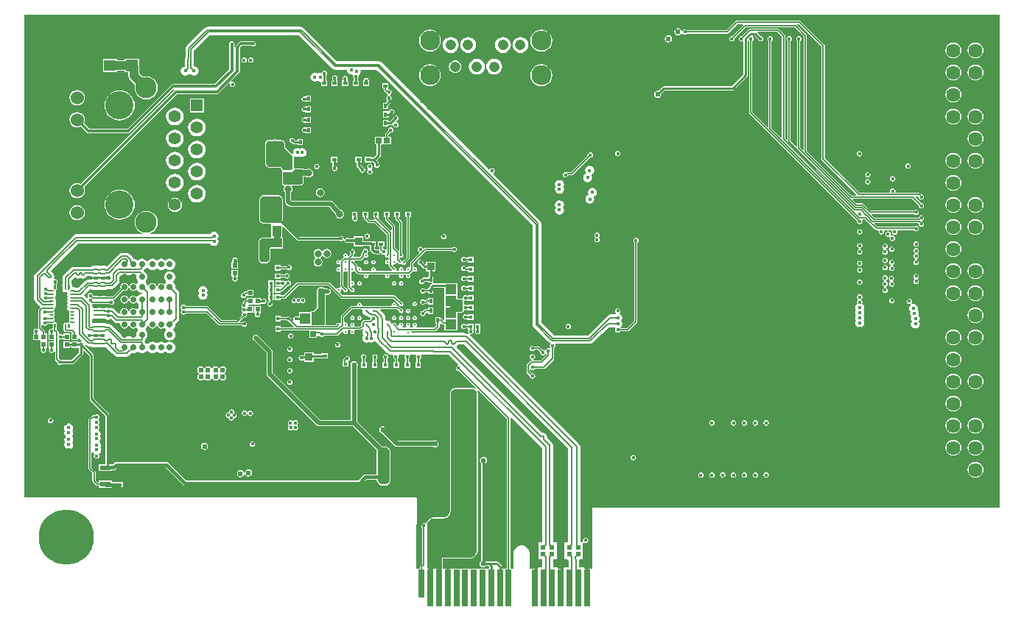
<source format=gbl>
G04*
G04 #@! TF.GenerationSoftware,Altium Limited,Altium Designer,21.6.4 (81)*
G04*
G04 Layer_Physical_Order=6*
G04 Layer_Color=16711680*
%FSLAX44Y44*%
%MOMM*%
G71*
G04*
G04 #@! TF.SameCoordinates,3EDC82D6-234A-4603-B505-91B76C251D76*
G04*
G04*
G04 #@! TF.FilePolarity,Positive*
G04*
G01*
G75*
%ADD11C,0.2540*%
%ADD16C,0.1524*%
%ADD17C,0.1270*%
%ADD20C,0.2032*%
%ADD24R,0.7112X4.1910*%
%ADD35R,0.5000X0.4000*%
%ADD41R,0.5500X0.5500*%
%ADD45C,0.1800*%
G04:AMPARAMS|DCode=46|XSize=0.2mm|YSize=0.5mm|CornerRadius=0.05mm|HoleSize=0mm|Usage=FLASHONLY|Rotation=180.000|XOffset=0mm|YOffset=0mm|HoleType=Round|Shape=RoundedRectangle|*
%AMROUNDEDRECTD46*
21,1,0.2000,0.4000,0,0,180.0*
21,1,0.1000,0.5000,0,0,180.0*
1,1,0.1000,-0.0500,0.2000*
1,1,0.1000,0.0500,0.2000*
1,1,0.1000,0.0500,-0.2000*
1,1,0.1000,-0.0500,-0.2000*
%
%ADD46ROUNDEDRECTD46*%
G04:AMPARAMS|DCode=47|XSize=0.5mm|YSize=0.2mm|CornerRadius=0.05mm|HoleSize=0mm|Usage=FLASHONLY|Rotation=180.000|XOffset=0mm|YOffset=0mm|HoleType=Round|Shape=RoundedRectangle|*
%AMROUNDEDRECTD47*
21,1,0.5000,0.1000,0,0,180.0*
21,1,0.4000,0.2000,0,0,180.0*
1,1,0.1000,-0.2000,0.0500*
1,1,0.1000,0.2000,0.0500*
1,1,0.1000,0.2000,-0.0500*
1,1,0.1000,-0.2000,-0.0500*
%
%ADD47ROUNDEDRECTD47*%
G04:AMPARAMS|DCode=48|XSize=0.565mm|YSize=0.2mm|CornerRadius=0.05mm|HoleSize=0mm|Usage=FLASHONLY|Rotation=0.000|XOffset=0mm|YOffset=0mm|HoleType=Round|Shape=RoundedRectangle|*
%AMROUNDEDRECTD48*
21,1,0.5650,0.1000,0,0,0.0*
21,1,0.4650,0.2000,0,0,0.0*
1,1,0.1000,0.2325,-0.0500*
1,1,0.1000,-0.2325,-0.0500*
1,1,0.1000,-0.2325,0.0500*
1,1,0.1000,0.2325,0.0500*
%
%ADD48ROUNDEDRECTD48*%
%ADD51R,0.7000X0.6500*%
%ADD64R,0.9051X0.9062*%
%ADD67R,0.4500X0.4500*%
%ADD68R,0.4000X0.5000*%
%ADD70R,0.4500X0.4500*%
%ADD73R,0.6500X0.6500*%
%ADD77R,0.9062X0.9051*%
%ADD80R,0.5200X0.5200*%
%ADD83R,0.6000X0.5500*%
G04:AMPARAMS|DCode=105|XSize=1.2mm|YSize=3.2mm|CornerRadius=0.048mm|HoleSize=0mm|Usage=FLASHONLY|Rotation=180.000|XOffset=0mm|YOffset=0mm|HoleType=Round|Shape=RoundedRectangle|*
%AMROUNDEDRECTD105*
21,1,1.2000,3.1040,0,0,180.0*
21,1,1.1040,3.2000,0,0,180.0*
1,1,0.0960,-0.5520,1.5520*
1,1,0.0960,0.5520,1.5520*
1,1,0.0960,0.5520,-1.5520*
1,1,0.0960,-0.5520,-1.5520*
%
%ADD105ROUNDEDRECTD105*%
G04:AMPARAMS|DCode=106|XSize=0.565mm|YSize=0.4mm|CornerRadius=0.05mm|HoleSize=0mm|Usage=FLASHONLY|Rotation=0.000|XOffset=0mm|YOffset=0mm|HoleType=Round|Shape=RoundedRectangle|*
%AMROUNDEDRECTD106*
21,1,0.5650,0.3000,0,0,0.0*
21,1,0.4650,0.4000,0,0,0.0*
1,1,0.1000,0.2325,-0.1500*
1,1,0.1000,-0.2325,-0.1500*
1,1,0.1000,-0.2325,0.1500*
1,1,0.1000,0.2325,0.1500*
%
%ADD106ROUNDEDRECTD106*%
G04:AMPARAMS|DCode=129|XSize=1.5mm|YSize=2.55mm|CornerRadius=0.75mm|HoleSize=0mm|Usage=FLASHONLY|Rotation=270.000|XOffset=0mm|YOffset=0mm|HoleType=Round|Shape=RoundedRectangle|*
%AMROUNDEDRECTD129*
21,1,1.5000,1.0500,0,0,270.0*
21,1,0.0000,2.5500,0,0,270.0*
1,1,1.5000,-0.5250,0.0000*
1,1,1.5000,-0.5250,0.0000*
1,1,1.5000,0.5250,0.0000*
1,1,1.5000,0.5250,0.0000*
%
%ADD129ROUNDEDRECTD129*%
%ADD139C,0.5000*%
%ADD140C,0.3810*%
%ADD141C,0.6350*%
%ADD142C,0.5080*%
%ADD143C,0.3048*%
%ADD144C,0.1778*%
%ADD145C,1.0160*%
%ADD149O,2.0000X0.9144*%
%ADD150C,1.2080*%
%ADD151C,2.3000*%
%ADD152C,6.3500*%
%ADD153C,0.7000*%
%ADD154C,1.6200*%
%ADD155C,1.5300*%
%ADD156C,1.3980*%
%ADD157O,1.4000X1.9500*%
%ADD158R,1.3980X1.3980*%
%ADD159C,2.4450*%
%ADD160C,3.2500*%
%ADD161C,2.7000*%
%ADD162C,0.4064*%
%ADD163C,0.6096*%
%ADD164C,0.5080*%
%ADD165C,0.8128*%
%ADD166C,0.3048*%
%ADD167C,2.0320*%
%ADD168R,0.7112X3.2004*%
%ADD169R,1.0582X1.3061*%
%ADD170R,1.2500X0.6000*%
%ADD171R,0.5500X0.5500*%
%ADD172R,1.3062X1.1544*%
%ADD173R,0.5500X0.6000*%
%ADD174R,0.5200X0.5200*%
%ADD175R,1.1544X1.3062*%
%ADD176R,0.5000X0.4500*%
%ADD177R,1.4621X1.3549*%
%ADD178R,1.4562X1.3046*%
%ADD179R,0.5400X0.5800*%
%ADD180C,0.7620*%
G36*
X1121000Y650000D02*
X1121000Y82500D01*
X653000Y82500D01*
Y12500D01*
X643118D01*
Y14097D01*
X637685D01*
Y21393D01*
X637695D01*
X637670Y21865D01*
X637838Y22406D01*
X638434Y23052D01*
X642018D01*
Y30852D01*
X642018Y41771D01*
Y41801D01*
Y41801D01*
X642018Y41865D01*
X642362Y42031D01*
X643288Y42478D01*
X643811Y42129D01*
X645000Y41892D01*
X646189Y42129D01*
X647197Y42803D01*
X647871Y43811D01*
X648108Y45000D01*
X647871Y46189D01*
X647197Y47197D01*
X646189Y47871D01*
X645000Y48108D01*
X643811Y47871D01*
X642803Y47197D01*
X642129Y46189D01*
X641892Y45000D01*
X642094Y43987D01*
X641748Y43316D01*
X641311Y42748D01*
X641255Y42748D01*
X641114Y42748D01*
X638885D01*
Y152770D01*
X638589Y154256D01*
X637747Y155517D01*
X513467Y279796D01*
X513466Y279814D01*
X513485Y279834D01*
X512312Y280734D01*
X512850Y281922D01*
X513000Y281892D01*
X514189Y282129D01*
X515197Y282803D01*
X515871Y283811D01*
X516108Y285000D01*
X515871Y286189D01*
X515688Y286464D01*
X516266Y287734D01*
X516266D01*
Y294266D01*
X509734D01*
Y292942D01*
X507368D01*
X507197Y293197D01*
X506189Y293871D01*
X505000Y294108D01*
X503811Y293871D01*
X502803Y293197D01*
X502129Y292189D01*
X501892Y291000D01*
X502129Y289811D01*
X502803Y288803D01*
X503811Y288129D01*
X505000Y287892D01*
X506189Y288129D01*
X507197Y288803D01*
X507368Y289058D01*
X509734D01*
Y287734D01*
X509734D01*
X510312Y286464D01*
X510129Y286189D01*
X509892Y285000D01*
X510129Y283811D01*
X510310Y283540D01*
X509468Y282514D01*
X507208Y283450D01*
X503560Y283931D01*
Y283885D01*
X444857D01*
X444674Y284244D01*
X445454Y285514D01*
X471586D01*
X471586Y285514D01*
X472379Y285672D01*
X473051Y286121D01*
X476465Y289535D01*
X476465Y289535D01*
X476914Y290207D01*
X477072Y291000D01*
Y293697D01*
X478016Y294484D01*
D01*
X479286Y294784D01*
X480146Y293924D01*
X480146Y293924D01*
X480818Y293475D01*
X481611Y293317D01*
X482453D01*
Y286694D01*
X497547D01*
Y300212D01*
Y306900D01*
X502398D01*
X502600Y306984D01*
X502819D01*
X503554Y307288D01*
X503708Y307443D01*
X503910Y307527D01*
X504473Y308090D01*
X504557Y308292D01*
X504711Y308446D01*
X505000Y309143D01*
X505023Y309189D01*
X505217Y309421D01*
X505635Y309779D01*
X506356Y310018D01*
X506370Y310018D01*
X507000Y309892D01*
X508189Y310129D01*
X508464Y310312D01*
X509734Y309734D01*
Y309734D01*
X516266D01*
Y316266D01*
X509734D01*
Y316266D01*
X508464Y315688D01*
X508189Y315871D01*
X507000Y316108D01*
X506370Y315982D01*
X505100Y316807D01*
Y320076D01*
X505297Y320368D01*
X505787Y320804D01*
X506204Y321051D01*
X507000Y320892D01*
X508189Y321129D01*
X508464Y321312D01*
X509734Y320734D01*
Y320734D01*
X516266D01*
Y327266D01*
X509734D01*
Y327266D01*
X508464Y326688D01*
X508189Y326871D01*
X507000Y327108D01*
X505811Y326871D01*
X504803Y326198D01*
X504129Y325189D01*
X503892Y324000D01*
X503904Y323941D01*
X502818Y323016D01*
X502793Y323016D01*
X502600Y323016D01*
X502398Y323100D01*
X502000Y323100D01*
X502000Y323100D01*
X497547Y323100D01*
Y326971D01*
Y340547D01*
X482453D01*
Y340331D01*
X470298D01*
X470016Y341484D01*
X470016Y341601D01*
Y348516D01*
X469331D01*
Y354453D01*
X472536D01*
Y365547D01*
X461453D01*
Y363639D01*
X460183Y363113D01*
X458061Y365235D01*
X457871Y366189D01*
X457197Y367197D01*
X456189Y367871D01*
X455000Y368108D01*
X453811Y367871D01*
X452803Y367197D01*
X452129Y366189D01*
X451892Y365000D01*
X452129Y363811D01*
X452803Y362803D01*
X453811Y362129D01*
X454765Y361939D01*
X458352Y358352D01*
X459108Y357847D01*
X460000Y357669D01*
X461453D01*
Y354453D01*
X464669D01*
Y348516D01*
X463984D01*
Y347331D01*
X459250D01*
X458358Y347153D01*
X457602Y346648D01*
X457051Y346097D01*
X457000Y346108D01*
X455811Y345871D01*
X454803Y345197D01*
X454129Y344189D01*
X453892Y343000D01*
X454129Y341811D01*
X454803Y340802D01*
X455811Y340129D01*
X457000Y339892D01*
X458189Y340129D01*
X459198Y340802D01*
X459871Y341811D01*
X459999Y342453D01*
X460215Y342669D01*
X463984D01*
Y341484D01*
X468506D01*
X468631Y340214D01*
X468326Y340153D01*
X467570Y339648D01*
X466082Y338160D01*
X465577Y337404D01*
X465399Y336512D01*
Y335516D01*
X463984D01*
Y333813D01*
X460454D01*
X460197Y334198D01*
X459189Y334871D01*
X458000Y335108D01*
X456811Y334871D01*
X455802Y334198D01*
X455129Y333189D01*
X454892Y332000D01*
X455129Y330811D01*
X455802Y329803D01*
X456811Y329129D01*
X458000Y328892D01*
X459189Y329129D01*
X460197Y329803D01*
X460454Y330187D01*
X463984D01*
Y328484D01*
X470016D01*
Y332505D01*
X470061Y332730D01*
Y335547D01*
X470183Y335669D01*
X482453D01*
Y326971D01*
Y313453D01*
Y299136D01*
X481280Y298650D01*
X480465Y299465D01*
X479793Y299914D01*
X479000Y300072D01*
X478016Y300826D01*
Y301516D01*
X471984D01*
Y294484D01*
X472928D01*
Y291858D01*
X470728Y289658D01*
X450554D01*
X450169Y290928D01*
X450529Y291169D01*
X451091Y292009D01*
X451288Y293000D01*
X451091Y293991D01*
X450529Y294831D01*
X449689Y295393D01*
X448698Y295590D01*
X447707Y295393D01*
X446867Y294831D01*
X446305Y293991D01*
X446108Y293000D01*
X446305Y292009D01*
X446867Y291169D01*
X447227Y290928D01*
X446842Y289658D01*
X442856D01*
X442471Y290928D01*
X442831Y291169D01*
X443393Y292009D01*
X443590Y293000D01*
X443393Y293991D01*
X442831Y294831D01*
X441991Y295393D01*
X441000Y295590D01*
X440009Y295393D01*
X439169Y294831D01*
X438607Y293991D01*
X438410Y293000D01*
X438607Y292009D01*
X439169Y291169D01*
X439529Y290928D01*
X439144Y289658D01*
X434856D01*
X434471Y290928D01*
X434831Y291169D01*
X435393Y292009D01*
X435590Y293000D01*
X435393Y293991D01*
X434831Y294831D01*
X433991Y295393D01*
X433000Y295590D01*
X432009Y295393D01*
X431169Y294831D01*
X430607Y293991D01*
X430410Y293000D01*
X429344Y291884D01*
X429087Y291842D01*
X427505Y293425D01*
X427393Y293991D01*
X426831Y294831D01*
X425991Y295393D01*
X425000Y295590D01*
X424009Y295393D01*
X423169Y294831D01*
X422884Y294405D01*
X422606Y294334D01*
X421307Y294784D01*
X420296Y296296D01*
X418784Y297307D01*
X417000Y297661D01*
X416127Y297488D01*
X414857Y298478D01*
Y299851D01*
X414868D01*
X414527Y302437D01*
X413529Y304846D01*
X411964Y306887D01*
X411964Y306887D01*
X411963Y306887D01*
X411064Y307777D01*
X408828Y310014D01*
X409314Y311187D01*
X428249D01*
X430415Y309022D01*
X430410Y309000D01*
X430607Y308009D01*
X431169Y307169D01*
X432009Y306607D01*
X433000Y306410D01*
X433991Y306607D01*
X434831Y307169D01*
X435393Y308009D01*
X435590Y309000D01*
X435393Y309991D01*
X434831Y310831D01*
X433991Y311393D01*
X433000Y311590D01*
X432978Y311585D01*
X430282Y314282D01*
X429694Y314675D01*
X429000Y314813D01*
X428427D01*
X427533Y316083D01*
X427590Y316368D01*
X427393Y317359D01*
X426831Y318199D01*
X425991Y318761D01*
X425000Y318958D01*
X424009Y318761D01*
X423169Y318199D01*
X422607Y317359D01*
X422410Y316368D01*
X422467Y316083D01*
X421573Y314813D01*
X388427D01*
X387533Y316083D01*
X387590Y316368D01*
X387393Y317359D01*
X386831Y318199D01*
X385991Y318761D01*
X385000Y318958D01*
X384009Y318761D01*
X383169Y318199D01*
X382607Y317359D01*
X382410Y316368D01*
X382467Y316083D01*
X381573Y314813D01*
X376000D01*
X375306Y314675D01*
X374718Y314282D01*
X364416Y303980D01*
X364023Y303392D01*
X363885Y302698D01*
Y295538D01*
X363411Y295220D01*
X362615Y294976D01*
X361991Y295393D01*
X361000Y295590D01*
X360009Y295393D01*
X359169Y294831D01*
X358607Y293991D01*
X358410Y293000D01*
X357421Y292353D01*
X346584D01*
X346539Y292379D01*
X346415Y292487D01*
X345826Y293623D01*
X346016Y294082D01*
Y294301D01*
X346100Y294503D01*
Y295000D01*
X346100Y295000D01*
X346100Y327374D01*
X348500D01*
X349888Y327650D01*
X351064Y328436D01*
X351850Y329613D01*
X352126Y331000D01*
X351850Y332388D01*
X351064Y333564D01*
X349888Y334350D01*
X348500Y334626D01*
X345425D01*
X345397Y334694D01*
X344694Y335397D01*
X344492Y335481D01*
X344337Y335635D01*
X344067Y335747D01*
X343973D01*
X343897Y335802D01*
X342752Y336071D01*
X342622Y336049D01*
X342500Y336100D01*
X342500D01*
X342500Y336100D01*
X340000Y336100D01*
X339503Y336100D01*
X339301Y336016D01*
X339082D01*
X338163Y335635D01*
X338008Y335481D01*
X337806Y335397D01*
X337103Y334694D01*
X337029Y334516D01*
X336984D01*
Y334456D01*
X336865Y334337D01*
X336484Y333418D01*
Y333199D01*
X336400Y332997D01*
X336400Y332500D01*
Y331131D01*
X336374Y331000D01*
X336400Y330869D01*
Y312955D01*
X332044Y308600D01*
X330000D01*
X329222Y308278D01*
X328920Y307547D01*
X315453D01*
Y302331D01*
X313998D01*
X313189Y302871D01*
X312000Y303108D01*
X310811Y302871D01*
X309802Y302197D01*
X309129Y301189D01*
X308892Y300000D01*
X309129Y298811D01*
X309289Y298570D01*
X308303Y297761D01*
X306518Y299546D01*
X306608Y300000D01*
X306371Y301189D01*
X305697Y302197D01*
X304689Y302871D01*
X303500Y303108D01*
X302311Y302871D01*
X301303Y302197D01*
X301045Y301813D01*
X294766D01*
Y303266D01*
X288234D01*
Y296734D01*
X294766D01*
Y298187D01*
X301045D01*
X301303Y297803D01*
X302311Y297129D01*
X303500Y296892D01*
X303954Y296983D01*
X309950Y290986D01*
X309464Y289813D01*
X294766D01*
Y291266D01*
X288234D01*
Y284734D01*
X294766D01*
Y286187D01*
X327734D01*
Y277734D01*
X336266D01*
Y280187D01*
X339507D01*
X339687Y279918D01*
X340696Y279244D01*
X341885Y279007D01*
X343074Y279244D01*
X344082Y279918D01*
X344339Y280302D01*
X359115D01*
X359809Y280440D01*
X360397Y280833D01*
X365252Y285689D01*
X366423Y285063D01*
X366410Y285000D01*
X366607Y284009D01*
X367169Y283169D01*
X368009Y282607D01*
X369000Y282410D01*
X369991Y282607D01*
X370831Y283169D01*
X371393Y284009D01*
X371590Y285000D01*
X371407Y285917D01*
X371406Y286013D01*
X372121Y287187D01*
X373879D01*
X374594Y286013D01*
X374593Y285917D01*
X374410Y285000D01*
X374607Y284009D01*
X375169Y283169D01*
X376009Y282607D01*
X377000Y282410D01*
X377991Y282607D01*
X378831Y283169D01*
X379393Y284009D01*
X379590Y285000D01*
X379407Y285917D01*
X379406Y286013D01*
X380121Y287187D01*
X386000D01*
X386694Y287325D01*
X387282Y287718D01*
X388537Y288973D01*
X388631Y288944D01*
X389302Y287696D01*
X388693Y286784D01*
X388338Y285000D01*
X388693Y283216D01*
X389334Y282257D01*
X389784Y281031D01*
X389324Y280343D01*
X388661Y279350D01*
X388266Y277368D01*
X388661Y275386D01*
X389784Y273706D01*
X391464Y272583D01*
X393446Y272188D01*
X395428Y272583D01*
X396113Y273040D01*
X396798Y272583D01*
X398780Y272188D01*
X400762Y272583D01*
X402443Y273706D01*
X402609Y273955D01*
X403974Y273711D01*
X405409Y271841D01*
X405409D01*
X406308Y270950D01*
X414967Y262291D01*
X415861Y261393D01*
X415861Y261393D01*
X415861Y261393D01*
X417818Y259892D01*
X420129Y258934D01*
X421401Y258767D01*
X421401Y258767D01*
X421970Y258692D01*
X422609Y258608D01*
X422609D01*
X423577Y258318D01*
X424129Y257189D01*
X423892Y256000D01*
X424129Y254811D01*
X424803Y253803D01*
X425558Y253298D01*
Y249766D01*
X424234D01*
Y243234D01*
X430766D01*
Y249766D01*
X429442D01*
Y254169D01*
X429871Y254811D01*
X430108Y256000D01*
X429871Y257189D01*
X429767Y257345D01*
X430446Y258615D01*
X436554D01*
X437233Y257345D01*
X437129Y257189D01*
X436892Y256000D01*
X437129Y254811D01*
X437803Y253803D01*
X438058Y253632D01*
Y249766D01*
X436734D01*
Y243234D01*
X443266D01*
Y249766D01*
X441942D01*
Y253632D01*
X442197Y253803D01*
X442871Y254811D01*
X443108Y256000D01*
X442871Y257189D01*
X442767Y257345D01*
X443446Y258615D01*
X449554D01*
X450233Y257345D01*
X450129Y257189D01*
X449892Y256000D01*
X450129Y254811D01*
X450558Y254169D01*
Y249766D01*
X449234D01*
Y243234D01*
X455766D01*
Y249766D01*
X454442D01*
Y253298D01*
X455197Y253803D01*
X455871Y254811D01*
X456108Y256000D01*
X455871Y257189D01*
X455767Y257345D01*
X456446Y258615D01*
X469705D01*
X470298Y258497D01*
X487400D01*
X498579Y247319D01*
X498161Y245941D01*
X497811Y245871D01*
X496802Y245198D01*
X496129Y244189D01*
X495892Y243000D01*
X496129Y241811D01*
X496802Y240802D01*
X497811Y240129D01*
X499000Y239892D01*
X499301Y239952D01*
X519041Y220213D01*
X518956Y220063D01*
X518253Y219255D01*
X516415Y220016D01*
X516197D01*
X515994Y220100D01*
X515000Y220100D01*
X495000Y220100D01*
X495000Y220100D01*
X494005Y220100D01*
X493803Y220016D01*
X493585D01*
X491747Y219255D01*
X491592Y219100D01*
X491390Y219016D01*
X489984Y217610D01*
X489900Y217408D01*
X489745Y217253D01*
X488984Y215415D01*
Y215197D01*
X488900Y214995D01*
Y214000D01*
Y79029D01*
X488862Y78253D01*
X488555Y76708D01*
X487963Y75278D01*
X487103Y73991D01*
X486008Y72897D01*
X484722Y72037D01*
X483292Y71445D01*
X481747Y71138D01*
X480973Y71100D01*
X470000D01*
X470000Y71100D01*
X469311Y71100D01*
X469207Y71056D01*
X469096Y71078D01*
X467744Y70809D01*
X467650Y70747D01*
X467537D01*
X466263Y70219D01*
X466184Y70140D01*
X466073Y70118D01*
X464927Y69352D01*
X464864Y69258D01*
X464760Y69215D01*
X463785Y68240D01*
X463742Y68136D01*
X463648Y68073D01*
X462882Y66927D01*
X462860Y66816D01*
X462781Y66736D01*
X462253Y65463D01*
Y65350D01*
X462190Y65256D01*
X462136Y64982D01*
X462031Y64894D01*
X460745Y64500D01*
X460189Y64871D01*
X459000Y65108D01*
X457811Y64871D01*
X456802Y64198D01*
X456129Y63189D01*
X455892Y62000D01*
X456129Y60811D01*
X456802Y59802D01*
X456928Y59718D01*
Y17696D01*
X455049Y15817D01*
X454600Y15145D01*
X454442Y14352D01*
X454442Y14352D01*
Y12500D01*
X450000D01*
Y62646D01*
X450209D01*
X450986Y62969D01*
X451281Y63264D01*
X451604Y64041D01*
Y92600D01*
X451520Y92802D01*
Y93021D01*
X451443Y93206D01*
X451288Y93361D01*
X451205Y93563D01*
X451063Y93705D01*
X450861Y93788D01*
X450706Y93943D01*
X450521Y94020D01*
X450302D01*
X450100Y94103D01*
X0D01*
Y650000D01*
X1121000Y650000D01*
D02*
G37*
G36*
X502000Y322000D02*
X502000Y322000D01*
X502398Y322000D01*
X503133Y321695D01*
X503695Y321133D01*
X504000Y320398D01*
X504000Y320000D01*
X504000Y313542D01*
X503892Y313000D01*
X504000Y312458D01*
Y310000D01*
X504000Y310000D01*
Y309602D01*
X503695Y308867D01*
X503133Y308305D01*
X502398Y308000D01*
X489000D01*
Y322000D01*
X502000Y322000D01*
D02*
G37*
G36*
X340000Y335000D02*
X342500Y335000D01*
X342500Y335000D01*
X342500Y335000D01*
X342500D01*
X343646Y334731D01*
X343916Y334619D01*
X344619Y333916D01*
X345000Y332997D01*
X345000Y332500D01*
X345000Y295000D01*
X345000Y295000D01*
Y294503D01*
X344619Y293584D01*
X343916Y292881D01*
X342997Y292500D01*
X330000D01*
Y307500D01*
X332500D01*
X337500Y312500D01*
Y332500D01*
X337500Y332997D01*
X337881Y333916D01*
X338584Y334619D01*
X339503Y335000D01*
X340000Y335000D01*
D02*
G37*
G36*
X388521Y309917D02*
X388338Y309000D01*
X388693Y307216D01*
X389704Y305704D01*
X391216Y304693D01*
X391944Y304548D01*
X392858Y303678D01*
X392858Y303678D01*
X394516Y302571D01*
X394522Y302584D01*
X397348Y301365D01*
X397408Y301352D01*
X397460Y301319D01*
X397741Y301208D01*
X397857Y300378D01*
X397825Y299881D01*
X396757Y298813D01*
X391000D01*
X390306Y298675D01*
X389718Y298282D01*
X387718Y296282D01*
X387325Y295694D01*
X387187Y295000D01*
Y292751D01*
X385249Y290813D01*
X380121D01*
X379406Y291986D01*
X379407Y292083D01*
X379590Y293000D01*
X379393Y293991D01*
X378831Y294831D01*
X377991Y295393D01*
X377000Y295590D01*
X376009Y295393D01*
X375169Y294831D01*
X374607Y293991D01*
X374410Y293000D01*
X374593Y292083D01*
X374594Y291986D01*
X373879Y290813D01*
X372121D01*
X371406Y291986D01*
X371407Y292083D01*
X371590Y293000D01*
X371393Y293991D01*
X370831Y294831D01*
X369991Y295393D01*
X369000Y295590D01*
X368781Y295546D01*
X367511Y296471D01*
Y301947D01*
X376751Y311187D01*
X387552D01*
X388521Y309917D01*
D02*
G37*
G36*
X515000Y219000D02*
X515994Y219000D01*
X517832Y218239D01*
X519239Y216832D01*
X519921Y215184D01*
X520000Y214004D01*
Y214000D01*
X520000Y214000D01*
X520000Y214000D01*
X520000Y34000D01*
Y33114D01*
X519654Y31375D01*
X518976Y29737D01*
X517991Y28263D01*
X516737Y27009D01*
X515263Y26024D01*
X513625Y25346D01*
X511886Y25000D01*
X511000D01*
Y25000D01*
X480000Y25000D01*
Y12500D01*
X463000D01*
Y49500D01*
Y50594D01*
X463000Y50594D01*
Y63689D01*
X463269Y65042D01*
X463797Y66316D01*
X464563Y67462D01*
X465538Y68437D01*
X466684Y69203D01*
X467958Y69731D01*
X469311Y70000D01*
X470000Y70000D01*
X470000Y70000D01*
X481000D01*
X481882Y70043D01*
X483613Y70388D01*
X485243Y71063D01*
X486710Y72043D01*
X487957Y73291D01*
X488937Y74757D01*
X489612Y76387D01*
X489957Y78118D01*
X490000Y79000D01*
X490000Y79000D01*
Y214000D01*
Y214995D01*
X490761Y216832D01*
X492168Y218239D01*
X494005Y219000D01*
X495000Y219000D01*
X495000Y219000D01*
X515000Y219000D01*
D02*
G37*
G36*
X625099Y150711D02*
Y42748D01*
X620522D01*
Y30852D01*
Y23052D01*
X624143D01*
X625139Y21782D01*
X625092Y21393D01*
X625177Y21187D01*
X625343Y19954D01*
Y14097D01*
X619910D01*
Y12500D01*
X613118D01*
Y14097D01*
X608802D01*
X607651Y14645D01*
X607547Y15916D01*
X607692Y17126D01*
X607601Y17347D01*
X607455Y17480D01*
X607441Y18125D01*
Y23052D01*
X612018D01*
Y30852D01*
Y42748D01*
X607441D01*
Y154301D01*
X607145Y155788D01*
X606303Y157048D01*
X600633Y162718D01*
X600874Y163930D01*
X600509Y165763D01*
X600135Y166323D01*
X599470Y167318D01*
X599470Y167318D01*
X597916Y168356D01*
X596083Y168721D01*
X594871Y168480D01*
X496501Y266850D01*
X496626Y268114D01*
X497114Y268440D01*
X498349Y270288D01*
X498364Y270362D01*
X505448D01*
X625099Y150711D01*
D02*
G37*
G36*
X595099Y150798D02*
Y42748D01*
X590522D01*
Y30852D01*
Y23052D01*
X595099D01*
X595099Y17117D01*
X595095Y17112D01*
X595090D01*
X595132Y16316D01*
X595168Y15874D01*
X595168Y15872D01*
X595168Y15872D01*
X595237Y15031D01*
X594376Y14097D01*
X589910D01*
Y12500D01*
X581000D01*
Y29500D01*
X580919Y30740D01*
X580277Y33135D01*
X579037Y35283D01*
X577283Y37037D01*
X575135Y38277D01*
X572740Y38919D01*
X570260D01*
X567864Y38277D01*
X565717Y37037D01*
X563963Y35283D01*
X562723Y33135D01*
X562081Y30740D01*
X562000Y29500D01*
Y12500D01*
X558456D01*
Y185486D01*
X558456Y185486D01*
X558417Y185685D01*
X559587Y186310D01*
X595099Y150798D01*
D02*
G37*
G36*
X554572Y184681D02*
Y12500D01*
X548845D01*
Y14486D01*
X548667Y15378D01*
X548162Y16134D01*
X544648Y19648D01*
X543892Y20153D01*
X543000Y20331D01*
X530330D01*
X529930Y20930D01*
X529331Y21330D01*
Y132957D01*
X530614Y133814D01*
X531512Y135158D01*
X531827Y136744D01*
X531512Y138329D01*
X530614Y139674D01*
X529269Y140572D01*
X527684Y140887D01*
X526098Y140572D01*
X524754Y139674D01*
X523855Y138329D01*
X523540Y136744D01*
X523855Y135158D01*
X524672Y133935D01*
Y133562D01*
X524669Y133546D01*
Y21330D01*
X524070Y20930D01*
X523172Y19586D01*
X522856Y18000D01*
X523172Y16414D01*
X524070Y15070D01*
X525414Y14172D01*
X527000Y13856D01*
X528586Y14172D01*
X529930Y15070D01*
X530330Y15669D01*
X533035D01*
X534183Y14520D01*
Y12500D01*
X481100D01*
Y23900D01*
X511000Y23900D01*
X511000Y23900D01*
X511886D01*
X511991Y23943D01*
X512101Y23921D01*
X513840Y24267D01*
X513933Y24330D01*
X514046D01*
X515684Y25008D01*
X515764Y25088D01*
X515874Y25110D01*
X517348Y26095D01*
X517411Y26188D01*
X517515Y26232D01*
X518768Y27485D01*
X518811Y27589D01*
X518905Y27652D01*
X519890Y29126D01*
X519912Y29236D01*
X519992Y29316D01*
X520670Y30954D01*
Y31067D01*
X520733Y31160D01*
X521079Y32899D01*
X521057Y33010D01*
X521100Y33114D01*
Y34000D01*
X521100Y214000D01*
X521100Y214000D01*
Y214004D01*
X521085Y214039D01*
X521097Y214076D01*
X521018Y215257D01*
X520937Y215422D01*
Y215605D01*
X520255Y217253D01*
X521063Y217956D01*
X521213Y218041D01*
X554572Y184681D01*
D02*
G37*
%LPC*%
G36*
X740000Y626144D02*
X738414Y625828D01*
X737070Y624930D01*
X736172Y623586D01*
X735856Y622000D01*
X736172Y620414D01*
X737070Y619070D01*
X738414Y618172D01*
X740000Y617856D01*
X741586Y618172D01*
X742930Y619070D01*
X743828Y620414D01*
X744144Y622000D01*
X743828Y623586D01*
X742930Y624930D01*
X741586Y625828D01*
X740000Y626144D01*
D02*
G37*
G36*
X594000Y632624D02*
X590733Y632194D01*
X587688Y630933D01*
X585074Y628927D01*
X583067Y626312D01*
X581806Y623267D01*
X581376Y620000D01*
X581806Y616733D01*
X583067Y613688D01*
X585074Y611073D01*
X587688Y609067D01*
X590733Y607806D01*
X594000Y607376D01*
X597267Y607806D01*
X600312Y609067D01*
X602926Y611073D01*
X604933Y613688D01*
X606194Y616733D01*
X606624Y620000D01*
X606194Y623267D01*
X604933Y626312D01*
X602926Y628927D01*
X600312Y630933D01*
X597267Y632194D01*
X594000Y632624D01*
D02*
G37*
G36*
X466000D02*
X462733Y632194D01*
X459688Y630933D01*
X457074Y628927D01*
X455067Y626312D01*
X453806Y623267D01*
X453376Y620000D01*
X453806Y616733D01*
X455067Y613688D01*
X457074Y611073D01*
X459688Y609067D01*
X462733Y607806D01*
X466000Y607376D01*
X469267Y607806D01*
X472312Y609067D01*
X474926Y611073D01*
X476933Y613688D01*
X478194Y616733D01*
X478624Y620000D01*
X478194Y623267D01*
X476933Y626312D01*
X474926Y628927D01*
X472312Y630933D01*
X469267Y632194D01*
X466000Y632624D01*
D02*
G37*
G36*
X570000Y624166D02*
X567628Y623854D01*
X565417Y622938D01*
X563518Y621482D01*
X562062Y619583D01*
X561146Y617372D01*
X560834Y615000D01*
X561146Y612628D01*
X562062Y610417D01*
X563518Y608518D01*
X565417Y607062D01*
X567628Y606146D01*
X570000Y605834D01*
X572372Y606146D01*
X574583Y607062D01*
X576482Y608518D01*
X577938Y610417D01*
X578854Y612628D01*
X579166Y615000D01*
X578854Y617372D01*
X577938Y619583D01*
X576482Y621482D01*
X574583Y622938D01*
X572372Y623854D01*
X570000Y624166D01*
D02*
G37*
G36*
X550000D02*
X547628Y623854D01*
X545417Y622938D01*
X543518Y621482D01*
X542062Y619583D01*
X541146Y617372D01*
X540834Y615000D01*
X541146Y612628D01*
X542062Y610417D01*
X543518Y608518D01*
X545417Y607062D01*
X547628Y606146D01*
X550000Y605834D01*
X552373Y606146D01*
X554583Y607062D01*
X556482Y608518D01*
X557938Y610417D01*
X558854Y612628D01*
X559166Y615000D01*
X558854Y617372D01*
X557938Y619583D01*
X556482Y621482D01*
X554583Y622938D01*
X552373Y623854D01*
X550000Y624166D01*
D02*
G37*
G36*
X510000D02*
X507628Y623854D01*
X505417Y622938D01*
X503518Y621482D01*
X502062Y619583D01*
X501146Y617372D01*
X500834Y615000D01*
X501146Y612628D01*
X502062Y610417D01*
X503518Y608518D01*
X505417Y607062D01*
X507628Y606146D01*
X510000Y605834D01*
X512372Y606146D01*
X514583Y607062D01*
X516482Y608518D01*
X517938Y610417D01*
X518854Y612628D01*
X519166Y615000D01*
X518854Y617372D01*
X517938Y619583D01*
X516482Y621482D01*
X514583Y622938D01*
X512372Y623854D01*
X510000Y624166D01*
D02*
G37*
G36*
X490000D02*
X487628Y623854D01*
X485417Y622938D01*
X483518Y621482D01*
X482062Y619583D01*
X481146Y617372D01*
X480834Y615000D01*
X481146Y612628D01*
X482062Y610417D01*
X483518Y608518D01*
X485417Y607062D01*
X487628Y606146D01*
X490000Y605834D01*
X492372Y606146D01*
X494583Y607062D01*
X496482Y608518D01*
X497938Y610417D01*
X498854Y612628D01*
X499166Y615000D01*
X498854Y617372D01*
X497938Y619583D01*
X496482Y621482D01*
X494583Y622938D01*
X492372Y623854D01*
X490000Y624166D01*
D02*
G37*
G36*
X1093000Y617795D02*
X1090620Y617481D01*
X1088403Y616563D01*
X1086498Y615102D01*
X1085037Y613197D01*
X1084119Y610980D01*
X1083805Y608600D01*
X1084119Y606220D01*
X1085037Y604003D01*
X1086498Y602098D01*
X1088403Y600637D01*
X1090620Y599719D01*
X1093000Y599405D01*
X1095380Y599719D01*
X1097597Y600637D01*
X1099502Y602098D01*
X1100963Y604003D01*
X1101881Y606220D01*
X1102195Y608600D01*
X1101881Y610980D01*
X1100963Y613197D01*
X1099502Y615102D01*
X1097597Y616563D01*
X1095380Y617481D01*
X1093000Y617795D01*
D02*
G37*
G36*
X1067600D02*
X1065220Y617481D01*
X1063003Y616563D01*
X1061098Y615102D01*
X1059637Y613197D01*
X1058719Y610980D01*
X1058405Y608600D01*
X1058719Y606220D01*
X1059637Y604003D01*
X1061098Y602098D01*
X1063003Y600637D01*
X1065220Y599719D01*
X1067600Y599405D01*
X1069980Y599719D01*
X1072197Y600637D01*
X1074102Y602098D01*
X1075563Y604003D01*
X1076481Y606220D01*
X1076795Y608600D01*
X1076481Y610980D01*
X1075563Y613197D01*
X1074102Y615102D01*
X1072197Y616563D01*
X1069980Y617481D01*
X1067600Y617795D01*
D02*
G37*
G36*
X131827Y599034D02*
X115173D01*
Y597459D01*
X106797D01*
Y598731D01*
X90203D01*
Y583653D01*
X106797D01*
Y585028D01*
X115173D01*
Y583453D01*
X119515D01*
Y579869D01*
X119988Y577491D01*
X121336Y575474D01*
X127291Y569519D01*
X127100Y569057D01*
X126645Y565600D01*
X127100Y562143D01*
X128434Y558922D01*
X130556Y556156D01*
X133322Y554034D01*
X136543Y552700D01*
X140000Y552245D01*
X143457Y552700D01*
X146678Y554034D01*
X149444Y556156D01*
X151566Y558922D01*
X152900Y562143D01*
X153355Y565600D01*
X152900Y569057D01*
X151566Y572278D01*
X149444Y575044D01*
X146678Y577166D01*
X143457Y578500D01*
X140000Y578955D01*
X136543Y578500D01*
X136081Y578309D01*
X131946Y582444D01*
Y589549D01*
X131827Y590149D01*
Y599034D01*
D02*
G37*
G36*
X260000Y600608D02*
X258811Y600371D01*
X257803Y599697D01*
X257129Y598689D01*
X256892Y597500D01*
X257129Y596311D01*
X257803Y595303D01*
X258811Y594629D01*
X260000Y594392D01*
X261189Y594629D01*
X262197Y595303D01*
X262871Y596311D01*
X263108Y597500D01*
X262871Y598689D01*
X262197Y599697D01*
X261189Y600371D01*
X260000Y600608D01*
D02*
G37*
G36*
X252500D02*
X251311Y600371D01*
X250303Y599697D01*
X249629Y598689D01*
X249392Y597500D01*
X249629Y596311D01*
X250303Y595303D01*
X251311Y594629D01*
X252500Y594392D01*
X253689Y594629D01*
X254697Y595303D01*
X255371Y596311D01*
X255608Y597500D01*
X255371Y598689D01*
X254697Y599697D01*
X253689Y600371D01*
X252500Y600608D01*
D02*
G37*
G36*
X263000Y619608D02*
X261811Y619371D01*
X261390Y619090D01*
X249000D01*
X248009Y618893D01*
X247169Y618331D01*
X243169Y614331D01*
X242607Y613491D01*
X242410Y612500D01*
Y586797D01*
X242110Y586612D01*
X240840Y587322D01*
Y614640D01*
X241121Y615061D01*
X241358Y616250D01*
X241121Y617439D01*
X240448Y618447D01*
X239439Y619121D01*
X238250Y619358D01*
X237061Y619121D01*
X236052Y618447D01*
X235379Y617439D01*
X235142Y616250D01*
X235379Y615061D01*
X235660Y614640D01*
Y586823D01*
X218677Y569840D01*
X170750D01*
X169759Y569643D01*
X168919Y569081D01*
X118427Y518590D01*
X74573D01*
X68205Y524957D01*
X68943Y526738D01*
X69241Y529000D01*
X68943Y531262D01*
X68070Y533370D01*
X66681Y535181D01*
X64870Y536570D01*
X62762Y537443D01*
X60500Y537741D01*
X58238Y537443D01*
X56130Y536570D01*
X54319Y535181D01*
X52930Y533370D01*
X52057Y531262D01*
X51759Y529000D01*
X52057Y526738D01*
X52930Y524630D01*
X54319Y522819D01*
X56130Y521430D01*
X58238Y520557D01*
X60500Y520259D01*
X62762Y520557D01*
X64543Y521295D01*
X71669Y514169D01*
X72509Y513607D01*
X73500Y513410D01*
X119500D01*
X120491Y513607D01*
X121331Y514169D01*
X171483Y564321D01*
X172056Y564232D01*
X172324Y563684D01*
X172427Y562890D01*
X64543Y455005D01*
X62762Y455743D01*
X60500Y456041D01*
X58238Y455743D01*
X56130Y454870D01*
X54319Y453481D01*
X52930Y451670D01*
X52057Y449562D01*
X51759Y447300D01*
X52057Y445038D01*
X52930Y442930D01*
X54319Y441119D01*
X56130Y439730D01*
X58238Y438857D01*
X60500Y438559D01*
X62762Y438857D01*
X64870Y439730D01*
X66681Y441119D01*
X68070Y442930D01*
X68943Y445038D01*
X69241Y447300D01*
X68943Y449562D01*
X68205Y451343D01*
X175523Y558660D01*
X221381D01*
X222372Y558857D01*
X223212Y559419D01*
X235595Y571801D01*
X236581Y570992D01*
X236379Y570689D01*
X236142Y569500D01*
X236379Y568311D01*
X237052Y567303D01*
X238061Y566629D01*
X239250Y566392D01*
X240439Y566629D01*
X241448Y567303D01*
X242121Y568311D01*
X242358Y569500D01*
X242121Y570689D01*
X241448Y571698D01*
X240439Y572371D01*
X239250Y572608D01*
X238061Y572371D01*
X237758Y572169D01*
X236949Y573156D01*
X246831Y583038D01*
X247393Y583878D01*
X247590Y584869D01*
Y611427D01*
X250073Y613910D01*
X261390D01*
X261811Y613629D01*
X263000Y613392D01*
X264189Y613629D01*
X265198Y614302D01*
X265871Y615311D01*
X266108Y616500D01*
X265871Y617689D01*
X265198Y618698D01*
X264189Y619371D01*
X263000Y619608D01*
D02*
G37*
G36*
X495000Y597117D02*
X493158Y596874D01*
X491442Y596163D01*
X489968Y595032D01*
X488837Y593558D01*
X488126Y591842D01*
X487883Y590000D01*
X488126Y588158D01*
X488837Y586441D01*
X489968Y584968D01*
X491442Y583837D01*
X493158Y583126D01*
X495000Y582883D01*
X496842Y583126D01*
X498558Y583837D01*
X500032Y584968D01*
X501163Y586441D01*
X501874Y588158D01*
X502117Y590000D01*
X501874Y591842D01*
X501163Y593558D01*
X500032Y595032D01*
X498558Y596163D01*
X496842Y596874D01*
X495000Y597117D01*
D02*
G37*
G36*
X344922Y585286D02*
X343733Y585050D01*
X342725Y584376D01*
X342051Y583368D01*
X341269Y582845D01*
X339945Y583109D01*
X337963Y582715D01*
X336788Y581930D01*
X335614Y582715D01*
X333632Y583109D01*
X331650Y582715D01*
X329969Y581592D01*
X328847Y579911D01*
X328452Y577929D01*
X328847Y575947D01*
X329969Y574267D01*
X331650Y573144D01*
X333632Y572750D01*
X335614Y573144D01*
X336788Y573929D01*
X337963Y573144D01*
X339945Y572750D01*
X340002Y572761D01*
X340984Y571955D01*
Y567734D01*
X348016D01*
Y573766D01*
X347253D01*
Y580180D01*
X347793Y580989D01*
X348030Y582178D01*
X347793Y583368D01*
X347120Y584376D01*
X346112Y585050D01*
X344922Y585286D01*
D02*
G37*
G36*
X540000Y599166D02*
X537628Y598854D01*
X535417Y597938D01*
X533518Y596482D01*
X532062Y594583D01*
X531146Y592372D01*
X530834Y590000D01*
X531146Y587628D01*
X532062Y585417D01*
X533518Y583518D01*
X535417Y582062D01*
X537628Y581146D01*
X540000Y580834D01*
X542372Y581146D01*
X544583Y582062D01*
X546482Y583518D01*
X547938Y585417D01*
X548854Y587628D01*
X549166Y590000D01*
X548854Y592372D01*
X547938Y594583D01*
X546482Y596482D01*
X544583Y597938D01*
X542372Y598854D01*
X540000Y599166D01*
D02*
G37*
G36*
X520000D02*
X517628Y598854D01*
X515417Y597938D01*
X513518Y596482D01*
X512062Y594583D01*
X511146Y592372D01*
X510834Y590000D01*
X511146Y587628D01*
X512062Y585417D01*
X513518Y583518D01*
X515417Y582062D01*
X517628Y581146D01*
X520000Y580834D01*
X522372Y581146D01*
X524583Y582062D01*
X526482Y583518D01*
X527938Y585417D01*
X528854Y587628D01*
X529166Y590000D01*
X528854Y592372D01*
X527938Y594583D01*
X526482Y596482D01*
X524583Y597938D01*
X522372Y598854D01*
X520000Y599166D01*
D02*
G37*
G36*
X1093000Y592395D02*
X1090620Y592081D01*
X1088403Y591163D01*
X1086498Y589702D01*
X1085037Y587797D01*
X1084119Y585580D01*
X1083805Y583200D01*
X1084119Y580820D01*
X1085037Y578603D01*
X1086498Y576698D01*
X1088403Y575237D01*
X1090620Y574319D01*
X1093000Y574005D01*
X1095380Y574319D01*
X1097597Y575237D01*
X1099502Y576698D01*
X1100963Y578603D01*
X1101881Y580820D01*
X1102195Y583200D01*
X1101881Y585580D01*
X1100963Y587797D01*
X1099502Y589702D01*
X1097597Y591163D01*
X1095380Y592081D01*
X1093000Y592395D01*
D02*
G37*
G36*
X1067600D02*
X1065220Y592081D01*
X1063003Y591163D01*
X1061098Y589702D01*
X1059637Y587797D01*
X1058719Y585580D01*
X1058405Y583200D01*
X1058719Y580820D01*
X1059637Y578603D01*
X1061098Y576698D01*
X1063003Y575237D01*
X1065220Y574319D01*
X1067600Y574005D01*
X1069980Y574319D01*
X1072197Y575237D01*
X1074102Y576698D01*
X1075563Y578603D01*
X1076481Y580820D01*
X1076795Y583200D01*
X1076481Y585580D01*
X1075563Y587797D01*
X1074102Y589702D01*
X1072197Y591163D01*
X1069980Y592081D01*
X1067600Y592395D01*
D02*
G37*
G36*
X392763Y577059D02*
X391574Y576822D01*
X390566Y576148D01*
X389892Y575140D01*
X389656Y573951D01*
X389504Y573766D01*
X389234D01*
Y567734D01*
X396266D01*
Y573766D01*
X396023D01*
X395871Y573951D01*
X395634Y575140D01*
X394961Y576148D01*
X393953Y576822D01*
X392763Y577059D01*
D02*
G37*
G36*
X368433Y579503D02*
X367244Y579267D01*
X366236Y578593D01*
X365562Y577585D01*
X365325Y576396D01*
X365562Y575206D01*
X365676Y575036D01*
X365234Y573766D01*
X365234D01*
Y567734D01*
X372266D01*
Y573766D01*
X371734D01*
X371190Y575036D01*
X371304Y575206D01*
X371541Y576396D01*
X371304Y577585D01*
X370630Y578593D01*
X369622Y579267D01*
X368433Y579503D01*
D02*
G37*
G36*
X356750Y580108D02*
X355561Y579871D01*
X354552Y579198D01*
X353879Y578189D01*
X353642Y577000D01*
X353879Y575811D01*
X354294Y575189D01*
Y573766D01*
X352984D01*
Y567734D01*
X360016D01*
Y573766D01*
X359498D01*
X359104Y575036D01*
X359621Y575811D01*
X359858Y577000D01*
X359621Y578189D01*
X358947Y579198D01*
X357939Y579871D01*
X356750Y580108D01*
D02*
G37*
G36*
X594000Y592624D02*
X590733Y592194D01*
X587688Y590933D01*
X585074Y588927D01*
X583067Y586312D01*
X581806Y583267D01*
X581376Y580000D01*
X581806Y576733D01*
X583067Y573688D01*
X585074Y571073D01*
X587688Y569067D01*
X590733Y567806D01*
X594000Y567376D01*
X597267Y567806D01*
X600312Y569067D01*
X602926Y571073D01*
X604933Y573688D01*
X606194Y576733D01*
X606624Y580000D01*
X606194Y583267D01*
X604933Y586312D01*
X602926Y588927D01*
X600312Y590933D01*
X597267Y592194D01*
X594000Y592624D01*
D02*
G37*
G36*
X466000D02*
X462733Y592194D01*
X459688Y590933D01*
X457074Y588927D01*
X455067Y586312D01*
X453806Y583267D01*
X453376Y580000D01*
X453806Y576733D01*
X455067Y573688D01*
X457074Y571073D01*
X459688Y569067D01*
X462733Y567806D01*
X466000Y567376D01*
X469267Y567806D01*
X472312Y569067D01*
X474926Y571073D01*
X476933Y573688D01*
X478194Y576733D01*
X478624Y580000D01*
X478194Y583267D01*
X476933Y586312D01*
X474926Y588927D01*
X472312Y590933D01*
X469267Y592194D01*
X466000Y592624D01*
D02*
G37*
G36*
X323484Y556516D02*
X322214Y555765D01*
X321750Y555858D01*
X320561Y555621D01*
X319552Y554948D01*
X318879Y553939D01*
X318642Y552750D01*
X318879Y551561D01*
X319552Y550552D01*
X320561Y549879D01*
X321750Y549642D01*
X322214Y549735D01*
X323484Y549484D01*
Y549484D01*
X323484Y549484D01*
X329516D01*
Y556516D01*
X323484D01*
Y556516D01*
D02*
G37*
G36*
X1067600Y566995D02*
X1065220Y566681D01*
X1063003Y565763D01*
X1061098Y564302D01*
X1059637Y562397D01*
X1058719Y560180D01*
X1058405Y557800D01*
X1058719Y555420D01*
X1059637Y553203D01*
X1061098Y551298D01*
X1063003Y549837D01*
X1065220Y548919D01*
X1067600Y548605D01*
X1069980Y548919D01*
X1072197Y549837D01*
X1074102Y551298D01*
X1075563Y553203D01*
X1076481Y555420D01*
X1076795Y557800D01*
X1076481Y560180D01*
X1075563Y562397D01*
X1074102Y564302D01*
X1072197Y565763D01*
X1069980Y566681D01*
X1067600Y566995D01*
D02*
G37*
G36*
X60500Y563141D02*
X58238Y562843D01*
X56130Y561970D01*
X54319Y560581D01*
X52930Y558770D01*
X52057Y556662D01*
X51759Y554400D01*
X52057Y552138D01*
X52930Y550030D01*
X54319Y548219D01*
X56130Y546830D01*
X58238Y545957D01*
X60500Y545659D01*
X62762Y545957D01*
X64870Y546830D01*
X66681Y548219D01*
X68070Y550030D01*
X68943Y552138D01*
X69241Y554400D01*
X68943Y556662D01*
X68070Y558770D01*
X66681Y560581D01*
X64870Y561970D01*
X62762Y562843D01*
X60500Y563141D01*
D02*
G37*
G36*
X323484Y544516D02*
X322214Y544015D01*
X321750Y544108D01*
X320561Y543871D01*
X319552Y543198D01*
X318879Y542189D01*
X318642Y541000D01*
X318879Y539811D01*
X319552Y538802D01*
X320561Y538129D01*
X321750Y537892D01*
X322214Y537985D01*
X323484Y537484D01*
Y537484D01*
X329516D01*
Y544516D01*
X323484D01*
Y544516D01*
D02*
G37*
G36*
X418016Y571266D02*
X410984D01*
Y564734D01*
X412687D01*
Y563500D01*
X412825Y562806D01*
X413218Y562218D01*
X415232Y560204D01*
X415820Y559811D01*
X416061Y559763D01*
X416129Y559421D01*
X416802Y558413D01*
X417404Y558011D01*
X417432Y557933D01*
Y556677D01*
X417404Y556599D01*
X416802Y556198D01*
X416129Y555189D01*
X415892Y554000D01*
X416129Y552811D01*
X416378Y552438D01*
Y550174D01*
X414720Y548516D01*
X411984D01*
Y541484D01*
X418016D01*
Y545220D01*
X420356Y547560D01*
X420862Y548316D01*
X421039Y549208D01*
Y551697D01*
X421198Y551802D01*
X421871Y552811D01*
X422108Y554000D01*
X421871Y555189D01*
X421198Y556198D01*
X420596Y556599D01*
X420568Y556677D01*
Y557933D01*
X420596Y558011D01*
X421198Y558413D01*
X421871Y559421D01*
X422108Y560610D01*
X421871Y561799D01*
X421198Y562808D01*
X420189Y563481D01*
X419000Y563718D01*
X418285Y563576D01*
X418016Y564817D01*
Y571266D01*
D02*
G37*
G36*
X206406Y553356D02*
X190394D01*
Y537344D01*
X206406D01*
Y553356D01*
D02*
G37*
G36*
X323484Y532266D02*
X322214Y531815D01*
X322000Y531858D01*
X320811Y531621D01*
X319802Y530947D01*
X319129Y529939D01*
X318892Y528750D01*
X319129Y527561D01*
X319802Y526553D01*
X320811Y525879D01*
X322000Y525642D01*
X322214Y525685D01*
X323484Y525234D01*
Y525234D01*
X329516D01*
Y532266D01*
X323484D01*
Y532266D01*
D02*
G37*
G36*
X422000Y541108D02*
X420811Y540871D01*
X419803Y540197D01*
X419129Y539189D01*
X419089Y538991D01*
X418016Y538516D01*
X411984D01*
Y531484D01*
X418016D01*
Y532367D01*
X419110D01*
X420002Y532545D01*
X420758Y533050D01*
X422750Y535042D01*
X423189Y535129D01*
X424198Y535802D01*
X424871Y536811D01*
X425108Y538000D01*
X424871Y539189D01*
X424198Y540197D01*
X423189Y540871D01*
X422000Y541108D01*
D02*
G37*
G36*
X109500Y562649D02*
X106115Y562316D01*
X102861Y561329D01*
X99861Y559726D01*
X97232Y557568D01*
X95074Y554939D01*
X93471Y551939D01*
X92484Y548685D01*
X92150Y545300D01*
X92484Y541915D01*
X93471Y538661D01*
X95074Y535661D01*
X97232Y533032D01*
X99861Y530874D01*
X102861Y529271D01*
X106115Y528284D01*
X109500Y527951D01*
X112885Y528284D01*
X116139Y529271D01*
X119139Y530874D01*
X121768Y533032D01*
X123926Y535661D01*
X125529Y538661D01*
X126516Y541915D01*
X126850Y545300D01*
X126516Y548685D01*
X125529Y551939D01*
X123926Y554939D01*
X121768Y557568D01*
X119139Y559726D01*
X116139Y561329D01*
X112885Y562316D01*
X109500Y562649D01*
D02*
G37*
G36*
X427000Y534108D02*
X425811Y533871D01*
X424803Y533198D01*
X424129Y532189D01*
X423939Y531235D01*
X420035Y527331D01*
X418016D01*
Y528516D01*
X411984D01*
Y521484D01*
X418016D01*
Y522669D01*
X421000D01*
X421892Y522847D01*
X422648Y523352D01*
X422672Y523376D01*
X423368Y523162D01*
X423926Y522833D01*
X424129Y521811D01*
X424803Y520802D01*
X425811Y520129D01*
X427000Y519892D01*
X428189Y520129D01*
X429198Y520802D01*
X429871Y521811D01*
X430108Y523000D01*
X429871Y524189D01*
X429198Y525197D01*
X428189Y525871D01*
X427622Y525984D01*
X427062Y527250D01*
X427584Y528008D01*
X428189Y528129D01*
X429198Y528802D01*
X429871Y529811D01*
X430108Y531000D01*
X429871Y532189D01*
X429198Y533198D01*
X428189Y533871D01*
X427000Y534108D01*
D02*
G37*
G36*
X1093000Y541595D02*
X1090620Y541281D01*
X1088403Y540363D01*
X1086498Y538902D01*
X1085037Y536997D01*
X1084119Y534780D01*
X1083805Y532400D01*
X1084119Y530020D01*
X1085037Y527803D01*
X1086498Y525898D01*
X1088403Y524437D01*
X1090620Y523519D01*
X1093000Y523205D01*
X1095380Y523519D01*
X1097597Y524437D01*
X1099502Y525898D01*
X1100963Y527803D01*
X1101881Y530020D01*
X1102195Y532400D01*
X1101881Y534780D01*
X1100963Y536997D01*
X1099502Y538902D01*
X1097597Y540363D01*
X1095380Y541281D01*
X1093000Y541595D01*
D02*
G37*
G36*
X1067600D02*
X1065220Y541281D01*
X1063003Y540363D01*
X1061098Y538902D01*
X1059637Y536997D01*
X1058719Y534780D01*
X1058405Y532400D01*
X1058719Y530020D01*
X1059637Y527803D01*
X1061098Y525898D01*
X1063003Y524437D01*
X1065220Y523519D01*
X1067600Y523205D01*
X1069980Y523519D01*
X1072197Y524437D01*
X1074102Y525898D01*
X1075563Y527803D01*
X1076481Y530020D01*
X1076795Y532400D01*
X1076481Y534780D01*
X1075563Y536997D01*
X1074102Y538902D01*
X1072197Y540363D01*
X1069980Y541281D01*
X1067600Y541595D01*
D02*
G37*
G36*
X173000Y542675D02*
X170380Y542330D01*
X167938Y541318D01*
X165841Y539709D01*
X164232Y537612D01*
X163220Y535170D01*
X162875Y532550D01*
X163220Y529930D01*
X164232Y527488D01*
X165841Y525391D01*
X167938Y523782D01*
X170380Y522770D01*
X173000Y522425D01*
X175620Y522770D01*
X178062Y523782D01*
X180159Y525391D01*
X181768Y527488D01*
X182780Y529930D01*
X183125Y532550D01*
X182780Y535170D01*
X181768Y537612D01*
X180159Y539709D01*
X178062Y541318D01*
X175620Y542330D01*
X173000Y542675D01*
D02*
G37*
G36*
X323484Y520516D02*
X322214Y520065D01*
X322000Y520108D01*
X320811Y519871D01*
X319802Y519198D01*
X319129Y518189D01*
X318892Y517000D01*
X319129Y515811D01*
X319802Y514803D01*
X320811Y514129D01*
X322000Y513892D01*
X322214Y513935D01*
X323484Y513484D01*
Y513484D01*
X329516D01*
Y520516D01*
X323484D01*
Y520516D01*
D02*
G37*
G36*
X421000Y520108D02*
X419811Y519871D01*
X418802Y519198D01*
X418129Y518189D01*
X417892Y517000D01*
X417982Y516546D01*
X415468Y514032D01*
X415075Y513444D01*
X414937Y512750D01*
Y510164D01*
X414039Y509266D01*
X412234Y509266D01*
X410964Y509266D01*
X402734D01*
Y500734D01*
X404919D01*
Y488965D01*
X401285Y485331D01*
X398516D01*
Y486016D01*
X391484D01*
Y479984D01*
X398516D01*
Y480669D01*
X400035D01*
X402518Y478186D01*
X402386Y477989D01*
X402149Y476800D01*
X402386Y475611D01*
X403060Y474602D01*
X404068Y473929D01*
X405257Y473692D01*
X406446Y473929D01*
X407454Y474602D01*
X408128Y475611D01*
X408365Y476800D01*
X408128Y477989D01*
X407572Y478821D01*
X407410Y479635D01*
X406905Y480391D01*
X404921Y482375D01*
X408898Y486352D01*
X409403Y487108D01*
X409581Y488000D01*
Y499836D01*
X410479Y500734D01*
X411766Y500734D01*
X413036Y500734D01*
X421266D01*
Y509266D01*
X418563D01*
Y511999D01*
X420546Y513983D01*
X421000Y513892D01*
X422189Y514129D01*
X423198Y514803D01*
X423871Y515811D01*
X424108Y517000D01*
X423871Y518189D01*
X423198Y519198D01*
X422189Y519871D01*
X421000Y520108D01*
D02*
G37*
G36*
X198400Y530075D02*
X195780Y529730D01*
X193338Y528718D01*
X191241Y527109D01*
X189632Y525012D01*
X188620Y522570D01*
X188275Y519950D01*
X188620Y517330D01*
X189632Y514888D01*
X191241Y512791D01*
X193338Y511182D01*
X195780Y510170D01*
X198400Y509825D01*
X201021Y510170D01*
X203462Y511182D01*
X205559Y512791D01*
X207168Y514888D01*
X208180Y517330D01*
X208525Y519950D01*
X208180Y522570D01*
X207168Y525012D01*
X205559Y527109D01*
X203462Y528718D01*
X201021Y529730D01*
X198400Y530075D01*
D02*
G37*
G36*
X287868Y506298D02*
X285886Y505904D01*
X285431Y505600D01*
X281500Y505600D01*
X280704Y505600D01*
X280502Y505516D01*
X280284D01*
X278813Y504907D01*
X278659Y504752D01*
X278456Y504669D01*
X277331Y503543D01*
X277248Y503341D01*
X277093Y503186D01*
X276652Y502121D01*
Y501977D01*
X276579Y501852D01*
X276411Y500652D01*
X276431Y500574D01*
X276400Y500500D01*
X276400Y478505D01*
X276484Y478303D01*
Y478085D01*
X277245Y476247D01*
X277400Y476092D01*
X277484Y475890D01*
X278890Y474484D01*
X279092Y474400D01*
X279247Y474245D01*
X281085Y473484D01*
X281303D01*
X281505Y473400D01*
X294442D01*
X294722Y472722D01*
X296147Y471297D01*
X296193Y470046D01*
X296193Y470046D01*
Y468853D01*
X296150Y468750D01*
Y456250D01*
X296150Y455852D01*
X296193Y454954D01*
X296432D01*
X296538Y454696D01*
X296693Y454542D01*
X296777Y454339D01*
X297339Y453777D01*
X297542Y453693D01*
X297696Y453539D01*
X298244Y453312D01*
X298804Y452391D01*
X298831Y452242D01*
X298823Y451892D01*
X298215Y450982D01*
X297820Y449000D01*
X298215Y447018D01*
X299338Y445337D01*
X299374Y445313D01*
Y435000D01*
X299374Y435000D01*
X299650Y433613D01*
X300436Y432436D01*
X303436Y429436D01*
X303436Y429436D01*
X304613Y428650D01*
X306000Y428374D01*
X306000Y428374D01*
X350498D01*
X352388Y426484D01*
X353028Y425526D01*
X357395Y421160D01*
X357249Y420429D01*
X357643Y418447D01*
X358766Y416766D01*
X360447Y415643D01*
X362429Y415249D01*
X364411Y415643D01*
X366091Y416766D01*
X367214Y418447D01*
X367608Y420429D01*
X367214Y422411D01*
X366091Y424091D01*
X364411Y425214D01*
X363393Y425416D01*
X358796Y430014D01*
X358156Y430972D01*
X358156Y430972D01*
X354564Y434564D01*
X353387Y435350D01*
X352000Y435626D01*
X352000Y435626D01*
X307502D01*
X306626Y436502D01*
Y445313D01*
X306663Y445337D01*
X307785Y447018D01*
X308179Y449000D01*
X307785Y450982D01*
X307185Y451880D01*
X307864Y453150D01*
X317797D01*
X317999Y453234D01*
X318218D01*
X319228Y453653D01*
X319383Y453807D01*
X319585Y453891D01*
X320359Y454665D01*
X320443Y454867D01*
X320597Y455021D01*
X321016Y456032D01*
Y456251D01*
X321100Y456453D01*
Y457000D01*
X321100Y457000D01*
Y463224D01*
X324006D01*
X324768Y462715D01*
X326750Y462321D01*
X328732Y462715D01*
X330412Y463838D01*
X331535Y465518D01*
X331930Y467500D01*
X331535Y469482D01*
X330412Y471162D01*
X328732Y472285D01*
X326750Y472679D01*
X324768Y472285D01*
X323997Y471770D01*
X321100D01*
Y471979D01*
X321047Y472106D01*
Y473036D01*
X320103D01*
X319985Y473085D01*
X310735D01*
X310689Y473066D01*
X310363Y473182D01*
X310345Y473192D01*
X309715Y473794D01*
X309600Y474159D01*
Y486386D01*
X309958Y486725D01*
X310691Y487184D01*
X311768Y486465D01*
X313750Y486071D01*
X315732Y486465D01*
X316375Y486894D01*
X317018Y486465D01*
X319000Y486071D01*
X320982Y486465D01*
X322663Y487588D01*
X323785Y489268D01*
X324179Y491250D01*
X323785Y493232D01*
X322663Y494912D01*
X320982Y496035D01*
X319000Y496429D01*
X317018Y496035D01*
X316375Y495606D01*
X315732Y496035D01*
X313750Y496429D01*
X311768Y496035D01*
X310088Y494912D01*
X308965Y493232D01*
X308570Y491250D01*
X308699Y490604D01*
X307688Y489176D01*
X307419Y489136D01*
X299600Y496955D01*
X299600Y500500D01*
X299600Y501296D01*
X299516Y501498D01*
Y501716D01*
X298907Y503187D01*
X298752Y503341D01*
X298669Y503543D01*
X297543Y504669D01*
X297341Y504752D01*
X297187Y504907D01*
X296086Y505363D01*
X295938D01*
X295809Y505437D01*
X294644Y505590D01*
X294571Y505571D01*
X294501Y505600D01*
X294500D01*
X294500Y505600D01*
X290306Y505600D01*
X289851Y505904D01*
X287868Y506298D01*
D02*
G37*
G36*
X308000Y508108D02*
X306811Y507871D01*
X305802Y507197D01*
X305129Y506189D01*
X304892Y505000D01*
X305129Y503811D01*
X305802Y502803D01*
X306811Y502129D01*
X308000Y501892D01*
X308187Y501929D01*
X308764Y501352D01*
X309520Y500847D01*
X310412Y500669D01*
X313984D01*
Y499484D01*
X320016D01*
Y506516D01*
X313984D01*
Y505331D01*
X311378D01*
X310958Y505750D01*
X310871Y506189D01*
X310198Y507197D01*
X309189Y507871D01*
X308000Y508108D01*
D02*
G37*
G36*
X1093000Y516195D02*
X1090620Y515881D01*
X1088403Y514963D01*
X1086498Y513502D01*
X1085037Y511597D01*
X1084119Y509380D01*
X1083805Y507000D01*
X1084119Y504620D01*
X1085037Y502403D01*
X1086498Y500498D01*
X1088403Y499037D01*
X1090620Y498119D01*
X1093000Y497805D01*
X1095380Y498119D01*
X1097597Y499037D01*
X1099502Y500498D01*
X1100963Y502403D01*
X1101881Y504620D01*
X1102195Y507000D01*
X1101881Y509380D01*
X1100963Y511597D01*
X1099502Y513502D01*
X1097597Y514963D01*
X1095380Y515881D01*
X1093000Y516195D01*
D02*
G37*
G36*
X173000Y517275D02*
X170380Y516930D01*
X167938Y515918D01*
X165841Y514309D01*
X164232Y512212D01*
X163220Y509770D01*
X162875Y507150D01*
X163220Y504529D01*
X164232Y502088D01*
X165841Y499991D01*
X167938Y498382D01*
X170380Y497370D01*
X173000Y497025D01*
X175620Y497370D01*
X178062Y498382D01*
X180159Y499991D01*
X181768Y502088D01*
X182780Y504529D01*
X183125Y507150D01*
X182780Y509770D01*
X181768Y512212D01*
X180159Y514309D01*
X178062Y515918D01*
X175620Y516930D01*
X173000Y517275D01*
D02*
G37*
G36*
X891000Y643072D02*
X891000Y643072D01*
X819000D01*
X818207Y642914D01*
X817535Y642465D01*
X817535Y642465D01*
X807142Y632072D01*
X761282D01*
X761198Y632197D01*
X760189Y632871D01*
X759000Y633108D01*
X757811Y632871D01*
X756803Y632197D01*
X756185Y631274D01*
X755834Y631232D01*
X754871Y631373D01*
X754828Y631586D01*
X753930Y632930D01*
X752586Y633828D01*
X751000Y634144D01*
X749414Y633828D01*
X748070Y632930D01*
X747172Y631586D01*
X746856Y630000D01*
X747172Y628414D01*
X748070Y627070D01*
X749414Y626172D01*
X751000Y625856D01*
X752586Y626172D01*
X753930Y627070D01*
X754828Y628414D01*
X754871Y628627D01*
X755834Y628768D01*
X756185Y628726D01*
X756803Y627803D01*
X757811Y627129D01*
X759000Y626892D01*
X760189Y627129D01*
X761198Y627803D01*
X761282Y627928D01*
X808000D01*
X808000Y627928D01*
X808793Y628086D01*
X809465Y628535D01*
X819858Y638928D01*
X825568D01*
X826095Y637658D01*
X813454Y625018D01*
X813000Y625108D01*
X811811Y624871D01*
X810803Y624198D01*
X810129Y623189D01*
X809892Y622000D01*
X810129Y620811D01*
X810803Y619803D01*
X811811Y619129D01*
X813000Y618892D01*
X814189Y619129D01*
X815198Y619803D01*
X815871Y620811D01*
X816108Y622000D01*
X816018Y622454D01*
X828751Y635187D01*
X885249D01*
X895687Y624749D01*
Y494776D01*
X894514Y494290D01*
X891813Y496991D01*
Y619546D01*
X892197Y619803D01*
X892871Y620811D01*
X893108Y622000D01*
X892871Y623189D01*
X892197Y624198D01*
X891189Y624871D01*
X890000Y625108D01*
X888811Y624871D01*
X887803Y624198D01*
X887129Y623189D01*
X886892Y622000D01*
X887129Y620811D01*
X887803Y619803D01*
X888187Y619546D01*
Y498684D01*
X887014Y498198D01*
X880813Y504399D01*
Y619546D01*
X881198Y619803D01*
X881871Y620811D01*
X882108Y622000D01*
X881871Y623189D01*
X881198Y624198D01*
X880189Y624871D01*
X879000Y625108D01*
X877811Y624871D01*
X876803Y624198D01*
X876129Y623189D01*
X875892Y622000D01*
X876129Y620811D01*
X876803Y619803D01*
X877187Y619546D01*
Y506092D01*
X876014Y505606D01*
X874313Y507307D01*
Y625500D01*
X874175Y626194D01*
X873782Y626782D01*
X867282Y633282D01*
X866694Y633675D01*
X866000Y633813D01*
X834000D01*
X833306Y633675D01*
X832718Y633282D01*
X824454Y625018D01*
X824000Y625108D01*
X822811Y624871D01*
X821803Y624198D01*
X821129Y623189D01*
X820892Y622000D01*
X821129Y620811D01*
X821803Y619803D01*
X822811Y619129D01*
X824000Y618892D01*
X825189Y619129D01*
X825399Y619269D01*
X826669Y618590D01*
Y580965D01*
X813035Y567331D01*
X735000D01*
X734108Y567153D01*
X733352Y566648D01*
X728707Y562003D01*
X728000Y562144D01*
X726414Y561828D01*
X725070Y560930D01*
X724172Y559586D01*
X723856Y558000D01*
X724172Y556414D01*
X725070Y555070D01*
X726414Y554172D01*
X728000Y553856D01*
X729586Y554172D01*
X730930Y555070D01*
X731828Y556414D01*
X732144Y558000D01*
X732003Y558707D01*
X735965Y562669D01*
X814000D01*
X814892Y562847D01*
X815648Y563352D01*
X830648Y578352D01*
X831153Y579108D01*
X831331Y580000D01*
Y618924D01*
X832601Y619535D01*
X833187Y619068D01*
Y536872D01*
X833325Y536178D01*
X833718Y535590D01*
X956982Y412326D01*
X956892Y411872D01*
X957129Y410683D01*
X957803Y409674D01*
X958811Y409001D01*
X960000Y408764D01*
X961189Y409001D01*
X962197Y409674D01*
X962871Y410683D01*
X963108Y411872D01*
X962913Y412853D01*
X963285Y413598D01*
X963689Y414123D01*
X966313D01*
X977908Y402528D01*
X978496Y402135D01*
X979190Y401997D01*
X981257D01*
X982037Y400727D01*
X981892Y400000D01*
X982129Y398811D01*
X982803Y397803D01*
X983811Y397129D01*
X985000Y396892D01*
X986189Y397129D01*
X987197Y397803D01*
X987871Y398811D01*
X988108Y400000D01*
X987963Y400727D01*
X988743Y401997D01*
X996581D01*
X997270Y400727D01*
X997086Y399806D01*
X997323Y398617D01*
X997997Y397608D01*
X999005Y396935D01*
X1000194Y396698D01*
X1001383Y396935D01*
X1002392Y397608D01*
X1003065Y398617D01*
X1003302Y399806D01*
X1003119Y400727D01*
X1003807Y401997D01*
X1022525D01*
X1022803Y401582D01*
X1023811Y400909D01*
X1025000Y400672D01*
X1026189Y400909D01*
X1027197Y401582D01*
X1027871Y402591D01*
X1028108Y403780D01*
X1027871Y404969D01*
X1027197Y405978D01*
X1026189Y406651D01*
X1025000Y406888D01*
X1023811Y406651D01*
X1022803Y405978D01*
X1022566Y405623D01*
X979941D01*
X976740Y408824D01*
X977226Y409997D01*
X1026935D01*
X1027892Y409000D01*
X1028129Y407811D01*
X1028802Y406802D01*
X1029811Y406129D01*
X1031000Y405892D01*
X1032189Y406129D01*
X1033197Y406802D01*
X1033871Y407811D01*
X1034108Y409000D01*
X1033871Y410189D01*
X1033197Y411198D01*
X1032232Y411842D01*
X1032189Y412116D01*
Y412884D01*
X1032232Y413158D01*
X1033197Y413802D01*
X1033871Y414811D01*
X1034108Y416000D01*
X1033871Y417189D01*
X1033197Y418198D01*
X1032189Y418871D01*
X1031000Y419108D01*
X1029811Y418871D01*
X1028802Y418198D01*
X1028129Y417189D01*
X1027928Y416179D01*
X1027912Y416163D01*
X976585D01*
X973234Y419514D01*
X973720Y420687D01*
X1022545D01*
X1022803Y420303D01*
X1023811Y419629D01*
X1025000Y419392D01*
X1026189Y419629D01*
X1027197Y420303D01*
X1027871Y421311D01*
X1028108Y422500D01*
X1027871Y423689D01*
X1027197Y424697D01*
X1026189Y425371D01*
X1025000Y425608D01*
X1023811Y425371D01*
X1022803Y424697D01*
X1022545Y424313D01*
X972251D01*
X964440Y432124D01*
X963852Y432517D01*
X963158Y432655D01*
X956149D01*
X951790Y437014D01*
X952276Y438187D01*
X1020249D01*
X1027982Y430454D01*
X1027892Y430000D01*
X1028129Y428811D01*
X1028802Y427803D01*
X1029811Y427129D01*
X1031000Y426892D01*
X1032189Y427129D01*
X1033197Y427803D01*
X1033871Y428811D01*
X1034108Y430000D01*
X1033871Y431189D01*
X1033197Y432197D01*
X1032189Y432871D01*
X1031000Y433108D01*
X1030546Y433018D01*
X1024015Y439549D01*
X1024501Y440722D01*
X1026894D01*
X1027892Y440000D01*
X1028129Y438811D01*
X1028802Y437803D01*
X1029811Y437129D01*
X1031000Y436892D01*
X1032189Y437129D01*
X1033197Y437803D01*
X1033871Y438811D01*
X1034108Y440000D01*
X1033871Y441189D01*
X1033197Y442197D01*
X1032189Y442871D01*
X1031000Y443108D01*
X1030852Y443078D01*
X1029671Y444259D01*
X1028999Y444708D01*
X1028206Y444866D01*
X1028206Y444866D01*
X1001746D01*
X1000964Y446136D01*
X1001108Y446858D01*
X1000871Y448047D01*
X1000198Y449055D01*
X999189Y449729D01*
X998000Y449966D01*
X996811Y449729D01*
X995803Y449055D01*
X995129Y448047D01*
X994892Y446858D01*
X995036Y446136D01*
X994254Y444866D01*
X960064D01*
X920072Y484858D01*
Y614000D01*
X920072Y614000D01*
X919914Y614793D01*
X919465Y615465D01*
X919465Y615465D01*
X892465Y642465D01*
X891793Y642914D01*
X891000Y643072D01*
D02*
G37*
G36*
X682000Y493108D02*
X680811Y492871D01*
X679802Y492197D01*
X679129Y491189D01*
X678892Y490000D01*
X679129Y488811D01*
X679802Y487803D01*
X680811Y487129D01*
X682000Y486892D01*
X683189Y487129D01*
X684197Y487803D01*
X684871Y488811D01*
X685108Y490000D01*
X684871Y491189D01*
X684197Y492197D01*
X683189Y492871D01*
X682000Y493108D01*
D02*
G37*
G36*
X959866Y492820D02*
X958677Y492583D01*
X957669Y491909D01*
X956995Y490901D01*
X956758Y489712D01*
X956995Y488523D01*
X957669Y487514D01*
X958677Y486841D01*
X959866Y486604D01*
X961055Y486841D01*
X962064Y487514D01*
X962737Y488523D01*
X962974Y489712D01*
X962737Y490901D01*
X962064Y491909D01*
X961055Y492583D01*
X959866Y492820D01*
D02*
G37*
G36*
X650289Y491397D02*
X649100Y491160D01*
X648092Y490486D01*
X647418Y489478D01*
X647181Y488289D01*
X647241Y487988D01*
X628116Y468862D01*
X624079D01*
X624078Y468862D01*
X623335Y468714D01*
X622965Y468467D01*
X622076Y468644D01*
X620887Y468407D01*
X619878Y467733D01*
X619205Y466725D01*
X618968Y465536D01*
X619205Y464347D01*
X619878Y463339D01*
X620887Y462665D01*
X622076Y462428D01*
X623265Y462665D01*
X624273Y463339D01*
X624947Y464347D01*
X625073Y464978D01*
X628920D01*
X629663Y465126D01*
X630293Y465547D01*
X649988Y485241D01*
X650289Y485181D01*
X651478Y485418D01*
X652487Y486092D01*
X653160Y487100D01*
X653397Y488289D01*
X653160Y489478D01*
X652487Y490486D01*
X651478Y491160D01*
X650289Y491397D01*
D02*
G37*
G36*
X198400Y504675D02*
X195780Y504330D01*
X193338Y503318D01*
X191241Y501709D01*
X189632Y499612D01*
X188620Y497170D01*
X188275Y494550D01*
X188620Y491930D01*
X189632Y489488D01*
X191241Y487391D01*
X193338Y485782D01*
X195780Y484770D01*
X198400Y484425D01*
X201021Y484770D01*
X203462Y485782D01*
X205559Y487391D01*
X207168Y489488D01*
X208180Y491930D01*
X208525Y494550D01*
X208180Y497170D01*
X207168Y499612D01*
X205559Y501709D01*
X203462Y503318D01*
X201021Y504330D01*
X198400Y504675D01*
D02*
G37*
G36*
X1015750Y478858D02*
X1014561Y478621D01*
X1013552Y477948D01*
X1012879Y476939D01*
X1012642Y475750D01*
X1012879Y474561D01*
X1013552Y473553D01*
X1014561Y472879D01*
X1015750Y472642D01*
X1016939Y472879D01*
X1017947Y473553D01*
X1018621Y474561D01*
X1018858Y475750D01*
X1018621Y476939D01*
X1017947Y477948D01*
X1016939Y478621D01*
X1015750Y478858D01*
D02*
G37*
G36*
X1093000Y490795D02*
X1090620Y490481D01*
X1088403Y489563D01*
X1086498Y488102D01*
X1085037Y486197D01*
X1084119Y483980D01*
X1083805Y481600D01*
X1084119Y479220D01*
X1085037Y477003D01*
X1086498Y475098D01*
X1088403Y473637D01*
X1090620Y472719D01*
X1093000Y472405D01*
X1095380Y472719D01*
X1097597Y473637D01*
X1099502Y475098D01*
X1100963Y477003D01*
X1101881Y479220D01*
X1102195Y481600D01*
X1101881Y483980D01*
X1100963Y486197D01*
X1099502Y488102D01*
X1097597Y489563D01*
X1095380Y490481D01*
X1093000Y490795D01*
D02*
G37*
G36*
X1067600D02*
X1065220Y490481D01*
X1063003Y489563D01*
X1061098Y488102D01*
X1059637Y486197D01*
X1058719Y483980D01*
X1058405Y481600D01*
X1058719Y479220D01*
X1059637Y477003D01*
X1061098Y475098D01*
X1063003Y473637D01*
X1065220Y472719D01*
X1067600Y472405D01*
X1069980Y472719D01*
X1072197Y473637D01*
X1074102Y475098D01*
X1075563Y477003D01*
X1076481Y479220D01*
X1076795Y481600D01*
X1076481Y483980D01*
X1075563Y486197D01*
X1074102Y488102D01*
X1072197Y489563D01*
X1069980Y490481D01*
X1067600Y490795D01*
D02*
G37*
G36*
X336000Y478108D02*
X334811Y477871D01*
X333802Y477197D01*
X333129Y476189D01*
X332892Y475000D01*
X333129Y473811D01*
X333802Y472803D01*
X334811Y472129D01*
X336000Y471892D01*
X337189Y472129D01*
X338198Y472803D01*
X338871Y473811D01*
X339108Y475000D01*
X338871Y476189D01*
X338198Y477197D01*
X337189Y477871D01*
X336000Y478108D01*
D02*
G37*
G36*
X173000Y491875D02*
X170380Y491530D01*
X167938Y490518D01*
X165841Y488909D01*
X164232Y486812D01*
X163220Y484370D01*
X162875Y481750D01*
X163220Y479129D01*
X164232Y476688D01*
X165841Y474591D01*
X167938Y472982D01*
X170380Y471970D01*
X173000Y471625D01*
X175620Y471970D01*
X178062Y472982D01*
X180159Y474591D01*
X181768Y476688D01*
X182780Y479129D01*
X183125Y481750D01*
X182780Y484370D01*
X181768Y486812D01*
X180159Y488909D01*
X178062Y490518D01*
X175620Y491530D01*
X173000Y491875D01*
D02*
G37*
G36*
X359516Y486016D02*
X352484D01*
Y479984D01*
X353669D01*
Y473976D01*
X353691Y473867D01*
X353508Y472948D01*
X353745Y471759D01*
X354418Y470751D01*
X355427Y470077D01*
X356616Y469840D01*
X357805Y470077D01*
X358814Y470751D01*
X359487Y471759D01*
X359724Y472948D01*
X359487Y474137D01*
X358814Y475145D01*
X358331Y475468D01*
Y479984D01*
X359516D01*
Y486016D01*
D02*
G37*
G36*
X387516Y486016D02*
X380484D01*
Y479984D01*
X381669D01*
Y476048D01*
X381847Y475156D01*
X382352Y474400D01*
X385329Y471423D01*
X385295Y471256D01*
X385532Y470067D01*
X386206Y469059D01*
X387214Y468385D01*
X388403Y468149D01*
X389592Y468385D01*
X390601Y469059D01*
X391274Y470067D01*
X391511Y471256D01*
X391274Y472446D01*
X390601Y473454D01*
X389592Y474128D01*
X389123Y474221D01*
X386331Y477013D01*
Y479984D01*
X387516D01*
Y486016D01*
D02*
G37*
G36*
X397000Y478108D02*
X395811Y477871D01*
X394803Y477197D01*
X394129Y476189D01*
X393892Y475000D01*
X394129Y473811D01*
X394803Y472803D01*
X394861Y472764D01*
Y471236D01*
X394803Y471198D01*
X394129Y470189D01*
X393892Y469000D01*
X394129Y467811D01*
X394803Y466802D01*
X395811Y466129D01*
X397000Y465892D01*
X398189Y466129D01*
X399198Y466802D01*
X399871Y467811D01*
X400108Y469000D01*
X399871Y470189D01*
X399198Y471198D01*
X399139Y471236D01*
Y472764D01*
X399198Y472803D01*
X399871Y473811D01*
X400108Y475000D01*
X399871Y476189D01*
X399198Y477197D01*
X398189Y477871D01*
X397000Y478108D01*
D02*
G37*
G36*
X969250Y468858D02*
X968061Y468621D01*
X967053Y467948D01*
X966379Y466939D01*
X966142Y465750D01*
X966379Y464561D01*
X967053Y463553D01*
X968061Y462879D01*
X969250Y462642D01*
X970439Y462879D01*
X971448Y463553D01*
X972121Y464561D01*
X972358Y465750D01*
X972121Y466939D01*
X971448Y467948D01*
X970439Y468621D01*
X969250Y468858D01*
D02*
G37*
G36*
X198400Y479275D02*
X195780Y478930D01*
X193338Y477918D01*
X191241Y476309D01*
X189632Y474212D01*
X188620Y471771D01*
X188275Y469150D01*
X188620Y466530D01*
X189632Y464088D01*
X191241Y461991D01*
X193338Y460382D01*
X195780Y459370D01*
X198400Y459025D01*
X201021Y459370D01*
X203462Y460382D01*
X205559Y461991D01*
X207168Y464088D01*
X208180Y466530D01*
X208525Y469150D01*
X208180Y471771D01*
X207168Y474212D01*
X205559Y476309D01*
X203462Y477918D01*
X201021Y478930D01*
X198400Y479275D01*
D02*
G37*
G36*
X998000Y464108D02*
X996811Y463871D01*
X995803Y463198D01*
X995129Y462189D01*
X994892Y461000D01*
X995129Y459811D01*
X995803Y458802D01*
X996811Y458129D01*
X998000Y457892D01*
X999189Y458129D01*
X1000198Y458802D01*
X1000871Y459811D01*
X1001108Y461000D01*
X1000871Y462189D01*
X1000198Y463198D01*
X999189Y463871D01*
X998000Y464108D01*
D02*
G37*
G36*
X649694Y475874D02*
X647712Y475479D01*
X646032Y474357D01*
X644909Y472676D01*
X644515Y470694D01*
X644909Y468712D01*
X645579Y467708D01*
X645324Y467091D01*
X643643Y465968D01*
X642521Y464288D01*
X642126Y462306D01*
X642521Y460324D01*
X643643Y458643D01*
X645324Y457521D01*
X647306Y457126D01*
X649288Y457521D01*
X650968Y458643D01*
X652091Y460324D01*
X652485Y462306D01*
X652091Y464288D01*
X651421Y465292D01*
X651676Y465909D01*
X653357Y467032D01*
X654479Y468712D01*
X654874Y470694D01*
X654479Y472676D01*
X653357Y474357D01*
X651676Y475479D01*
X649694Y475874D01*
D02*
G37*
G36*
X969250Y460608D02*
X968061Y460371D01*
X967053Y459697D01*
X966379Y458689D01*
X966142Y457500D01*
X966379Y456311D01*
X967053Y455303D01*
X968061Y454629D01*
X969250Y454392D01*
X970439Y454629D01*
X971448Y455303D01*
X972121Y456311D01*
X972358Y457500D01*
X972121Y458689D01*
X971448Y459697D01*
X970439Y460371D01*
X969250Y460608D01*
D02*
G37*
G36*
X1067600Y465395D02*
X1065220Y465081D01*
X1063003Y464163D01*
X1061098Y462702D01*
X1059637Y460797D01*
X1058719Y458580D01*
X1058405Y456200D01*
X1058719Y453820D01*
X1059637Y451603D01*
X1061098Y449698D01*
X1063003Y448237D01*
X1065220Y447319D01*
X1067600Y447005D01*
X1069980Y447319D01*
X1072197Y448237D01*
X1074102Y449698D01*
X1075563Y451603D01*
X1076481Y453820D01*
X1076795Y456200D01*
X1076481Y458580D01*
X1075563Y460797D01*
X1074102Y462702D01*
X1072197Y464163D01*
X1069980Y465081D01*
X1067600Y465395D01*
D02*
G37*
G36*
X173000Y466475D02*
X170380Y466130D01*
X167938Y465118D01*
X165841Y463509D01*
X164232Y461412D01*
X163220Y458970D01*
X162875Y456350D01*
X163220Y453730D01*
X164232Y451288D01*
X165841Y449191D01*
X167938Y447582D01*
X170380Y446570D01*
X173000Y446225D01*
X175620Y446570D01*
X178062Y447582D01*
X180159Y449191D01*
X181768Y451288D01*
X182780Y453730D01*
X183125Y456350D01*
X182780Y458970D01*
X181768Y461412D01*
X180159Y463509D01*
X178062Y465118D01*
X175620Y466130D01*
X173000Y466475D01*
D02*
G37*
G36*
X615000Y459560D02*
X613018Y459165D01*
X611338Y458042D01*
X610215Y456362D01*
X609821Y454380D01*
X610215Y452398D01*
X610688Y451690D01*
X610215Y450982D01*
X609821Y449000D01*
X610215Y447018D01*
X611338Y445337D01*
X613018Y444215D01*
X615000Y443820D01*
X616982Y444215D01*
X618662Y445337D01*
X619785Y447018D01*
X620179Y449000D01*
X619785Y450982D01*
X619312Y451690D01*
X619785Y452398D01*
X620179Y454380D01*
X619785Y456362D01*
X618662Y458042D01*
X616982Y459165D01*
X615000Y459560D01*
D02*
G37*
G36*
X275005Y442100D02*
X274803Y442016D01*
X274585D01*
X272747Y441255D01*
X272592Y441100D01*
X272390Y441016D01*
X270983Y439610D01*
X270900Y439408D01*
X270745Y439253D01*
X270071Y437627D01*
X270071Y437446D01*
X269991Y437285D01*
X269903Y436079D01*
X269917Y436039D01*
X269900Y436000D01*
Y415000D01*
X269900Y414006D01*
X269984Y413803D01*
Y413585D01*
X270745Y411747D01*
X270900Y411592D01*
X270983Y411390D01*
X272390Y409984D01*
X272592Y409900D01*
X272747Y409745D01*
X274584Y408984D01*
X274803D01*
X275005Y408900D01*
X276000Y408900D01*
X276000Y408900D01*
X276000Y408900D01*
X282470D01*
X283693Y408785D01*
Y393693D01*
X282669Y393100D01*
X274000Y393100D01*
X273204Y393100D01*
X273002Y393016D01*
X272784D01*
X271313Y392407D01*
X271159Y392252D01*
X270956Y392169D01*
X269831Y391043D01*
X269748Y390841D01*
X269593Y390687D01*
X268984Y389216D01*
Y388998D01*
X268900Y388796D01*
X268900Y388000D01*
Y369000D01*
X268900Y368204D01*
X268984Y368002D01*
Y367784D01*
X269593Y366313D01*
X269748Y366159D01*
X269831Y365956D01*
X270956Y364831D01*
X271159Y364748D01*
X271313Y364593D01*
X272784Y363984D01*
X273002D01*
X273204Y363900D01*
X274000Y363900D01*
X277994D01*
X278197Y363984D01*
X278415D01*
X280253Y364745D01*
X280408Y364900D01*
X280610Y364984D01*
X282016Y366390D01*
X282100Y366592D01*
X282255Y366747D01*
X283016Y368585D01*
Y368803D01*
X283100Y369005D01*
Y380545D01*
X283456Y380900D01*
X296000D01*
X296778Y381222D01*
X297100Y382000D01*
Y392000D01*
X296778Y392778D01*
X296307Y393693D01*
Y405498D01*
X297480Y405984D01*
X313113Y390352D01*
X313869Y389847D01*
X314761Y389669D01*
X362002D01*
X362811Y389129D01*
X364000Y388892D01*
X365189Y389129D01*
X366198Y389803D01*
X366711Y390571D01*
X367907Y390075D01*
X367892Y390000D01*
X368129Y388811D01*
X368802Y387803D01*
X369811Y387129D01*
X371000Y386892D01*
X372189Y387129D01*
X372610Y387410D01*
X378453D01*
Y383453D01*
X389547D01*
Y383886D01*
X396484D01*
Y382984D01*
X397410D01*
Y379000D01*
X397607Y378009D01*
X398169Y377169D01*
X400272Y375065D01*
X401113Y374504D01*
X402104Y374307D01*
X404417D01*
X405129Y373831D01*
X406318Y373594D01*
X407507Y373831D01*
X408516Y374505D01*
X409037Y375285D01*
X409982Y375399D01*
X410448Y375333D01*
X410802Y374803D01*
X411811Y374129D01*
X413000Y373892D01*
X413305Y373953D01*
X414410Y373000D01*
X414607Y372009D01*
X415169Y371169D01*
X416009Y370607D01*
X417000Y370410D01*
X417917Y370593D01*
X418013Y370594D01*
X419187Y369879D01*
Y368121D01*
X418013Y367406D01*
X417917Y367407D01*
X417000Y367590D01*
X416009Y367393D01*
X415169Y366831D01*
X414607Y365991D01*
X414410Y365000D01*
X414607Y364009D01*
X415169Y363169D01*
X416009Y362607D01*
X417000Y362410D01*
X417917Y362593D01*
X418013Y362594D01*
X419187Y361879D01*
Y361000D01*
X419325Y360306D01*
X419718Y359718D01*
X422415Y357022D01*
X422410Y357000D01*
X422593Y356083D01*
X422594Y355986D01*
X421879Y354813D01*
X404121D01*
X403406Y355986D01*
X403407Y356083D01*
X403590Y357000D01*
X403393Y357991D01*
X402831Y358831D01*
X401991Y359393D01*
X401000Y359590D01*
X400009Y359393D01*
X399169Y358831D01*
X398607Y357991D01*
X398410Y357000D01*
X398593Y356083D01*
X398594Y355986D01*
X397879Y354813D01*
X388156D01*
X387460Y355856D01*
X387418Y356083D01*
X387590Y356948D01*
X387393Y357939D01*
X386831Y358779D01*
X385991Y359341D01*
X385000Y359538D01*
X384083Y359355D01*
X383987Y359354D01*
X382813Y360069D01*
Y361000D01*
X382675Y361694D01*
X382282Y362282D01*
X379585Y364978D01*
X379590Y365000D01*
X379407Y365917D01*
X379406Y366013D01*
X380121Y367187D01*
X386000D01*
X386694Y367325D01*
X387282Y367718D01*
X390078Y370515D01*
X391074Y371112D01*
X391739Y370787D01*
X392009Y370607D01*
X393000Y370410D01*
X393991Y370607D01*
X394831Y371169D01*
X395393Y372009D01*
X395590Y373000D01*
X395393Y373991D01*
X394831Y374831D01*
X394599Y376001D01*
X394762Y376246D01*
X394999Y377435D01*
X394762Y378625D01*
X394089Y379633D01*
X393080Y380307D01*
X391891Y380543D01*
X390702Y380307D01*
X389694Y379633D01*
X389020Y378625D01*
X388783Y377435D01*
X388874Y376982D01*
X387718Y375826D01*
X387325Y375238D01*
X387187Y374544D01*
Y372751D01*
X385249Y370813D01*
X378394D01*
X377969Y372083D01*
X378189Y372412D01*
X378327Y373106D01*
Y374221D01*
X379198Y374803D01*
X379871Y375811D01*
X380108Y377000D01*
X379871Y378189D01*
X379198Y379198D01*
X378189Y379871D01*
X377000Y380108D01*
X375811Y379871D01*
X374803Y379198D01*
X374129Y378189D01*
X373892Y377000D01*
X374129Y375811D01*
X374701Y374954D01*
Y373857D01*
X372646Y371802D01*
X371476Y372428D01*
X371590Y373000D01*
X371393Y373991D01*
X370831Y374831D01*
X369991Y375392D01*
X369000Y375590D01*
X368009Y375392D01*
X367169Y374831D01*
X366607Y373991D01*
X366410Y373000D01*
X366607Y372009D01*
X366787Y371739D01*
X367112Y371074D01*
X366515Y370078D01*
X363922Y367485D01*
X362926Y366888D01*
X362261Y367212D01*
X361991Y367393D01*
X361000Y367590D01*
X360009Y367393D01*
X359169Y366831D01*
X358607Y365991D01*
X358410Y365000D01*
X358607Y364009D01*
X359169Y363169D01*
X360009Y362607D01*
X361000Y362410D01*
X361917Y362593D01*
X362014Y362594D01*
X363187Y361879D01*
Y360069D01*
X362014Y359354D01*
X361917Y359355D01*
X361000Y359538D01*
X360009Y359341D01*
X359169Y358779D01*
X358607Y357939D01*
X358410Y356948D01*
X358607Y355957D01*
X359169Y355117D01*
X360009Y354555D01*
X361000Y354358D01*
X361917Y354541D01*
X362014Y354542D01*
X363187Y353827D01*
Y337000D01*
X363261Y336630D01*
X362470Y335867D01*
X362457Y335856D01*
X362241Y335744D01*
X361335Y335925D01*
X360344Y335727D01*
X359504Y335166D01*
X359380Y334980D01*
X357828Y334736D01*
X351282Y341282D01*
X350694Y341675D01*
X350000Y341813D01*
X314000D01*
X313306Y341675D01*
X312718Y341282D01*
X298249Y326813D01*
X294516D01*
Y328016D01*
X287984D01*
Y321484D01*
X294516D01*
Y323187D01*
X299000D01*
X299694Y323325D01*
X300282Y323718D01*
X314751Y338187D01*
X349249D01*
X363718Y323718D01*
X364306Y323325D01*
X365000Y323187D01*
X424249D01*
X430415Y317022D01*
X430410Y317000D01*
X430607Y316009D01*
X431169Y315169D01*
X432009Y314607D01*
X433000Y314410D01*
X433991Y314607D01*
X434831Y315169D01*
X435393Y316009D01*
X435590Y317000D01*
X435393Y317991D01*
X434831Y318831D01*
X433991Y319393D01*
X433000Y319590D01*
X432978Y319585D01*
X426282Y326282D01*
X425694Y326675D01*
X425000Y326813D01*
X365751D01*
X362736Y329827D01*
X362980Y331379D01*
X363166Y331504D01*
X363727Y332344D01*
X363925Y333335D01*
X363830Y333810D01*
X365001Y334436D01*
X366414Y333022D01*
X366410Y333000D01*
X366607Y332009D01*
X367169Y331169D01*
X368009Y330607D01*
X369000Y330410D01*
X369991Y330607D01*
X370831Y331169D01*
X371393Y332009D01*
X371590Y333000D01*
X371393Y333991D01*
X370831Y334831D01*
X369991Y335393D01*
X369000Y335590D01*
X368978Y335585D01*
X366813Y337751D01*
Y353827D01*
X367986Y354542D01*
X368083Y354541D01*
X369000Y354358D01*
X369991Y354555D01*
X370548Y354928D01*
X371533Y354582D01*
X371818Y354365D01*
Y336369D01*
X371956Y335675D01*
X372349Y335087D01*
X374415Y333022D01*
X374410Y333000D01*
X374607Y332009D01*
X375169Y331169D01*
X376009Y330607D01*
X377000Y330410D01*
X377991Y330607D01*
X378831Y331169D01*
X379393Y332009D01*
X379590Y333000D01*
X379393Y333991D01*
X378831Y334831D01*
X377991Y335393D01*
X377000Y335590D01*
X376978Y335585D01*
X376055Y336508D01*
X376126Y337449D01*
X377000Y338410D01*
X377991Y338607D01*
X378831Y339169D01*
X379393Y340009D01*
X379590Y341000D01*
X379393Y341991D01*
X378831Y342831D01*
X377991Y343393D01*
X377000Y343590D01*
X376714Y343533D01*
X375444Y344426D01*
Y353522D01*
X376714Y354415D01*
X377000Y354358D01*
X377991Y354555D01*
X378285Y354752D01*
X378899Y355079D01*
X379942Y354494D01*
X382718Y351718D01*
X383306Y351325D01*
X384000Y351187D01*
X389879D01*
X390594Y350013D01*
X390593Y349917D01*
X390410Y349000D01*
X390607Y348009D01*
X391169Y347169D01*
X392009Y346607D01*
X393000Y346410D01*
X393991Y346607D01*
X394831Y347169D01*
X395393Y348009D01*
X395590Y349000D01*
X395407Y349917D01*
X395406Y350013D01*
X396121Y351187D01*
X413879D01*
X414594Y350013D01*
X414593Y349917D01*
X414410Y349000D01*
X414607Y348009D01*
X415169Y347169D01*
X416009Y346607D01*
X417000Y346410D01*
X417991Y346607D01*
X418831Y347169D01*
X419393Y348009D01*
X419590Y349000D01*
X419407Y349917D01*
X419406Y350013D01*
X420121Y351187D01*
X429879D01*
X430594Y350013D01*
X430593Y349917D01*
X430410Y349000D01*
X430607Y348009D01*
X431169Y347169D01*
X432009Y346607D01*
X433000Y346410D01*
X433991Y346607D01*
X434831Y347169D01*
X435393Y348009D01*
X435590Y349000D01*
X435407Y349917D01*
X435406Y350013D01*
X436121Y351187D01*
X437879D01*
X438594Y350013D01*
X438593Y349917D01*
X438410Y349000D01*
X438607Y348009D01*
X439169Y347169D01*
X440009Y346607D01*
X441000Y346410D01*
X441991Y346607D01*
X442831Y347169D01*
X443393Y348009D01*
X443590Y349000D01*
X443393Y349991D01*
X443213Y350261D01*
X442888Y350926D01*
X443485Y351922D01*
X446078Y354515D01*
X447074Y355112D01*
X447739Y354787D01*
X448009Y354607D01*
X449000Y354410D01*
X449991Y354607D01*
X450831Y355169D01*
X451393Y356009D01*
X451590Y357000D01*
X451393Y357991D01*
X450831Y358831D01*
X449991Y359393D01*
X449000Y359590D01*
X448083Y359407D01*
X447986Y359406D01*
X446813Y360121D01*
Y363511D01*
X461139Y377837D01*
X491545D01*
X491802Y377453D01*
X492811Y376779D01*
X494000Y376542D01*
X495189Y376779D01*
X496198Y377453D01*
X496871Y378461D01*
X497108Y379650D01*
X496871Y380839D01*
X496198Y381847D01*
X495189Y382521D01*
X494000Y382758D01*
X492811Y382521D01*
X491802Y381847D01*
X491545Y381463D01*
X460388D01*
X459694Y381325D01*
X459106Y380932D01*
X459059Y380884D01*
X457609Y381231D01*
X457197Y381847D01*
X456189Y382521D01*
X455000Y382758D01*
X453811Y382521D01*
X452803Y381847D01*
X452129Y380839D01*
X451892Y379650D01*
X452129Y378461D01*
X452803Y377453D01*
X453419Y377041D01*
X453766Y375591D01*
X443718Y365544D01*
X443325Y364956D01*
X443187Y364262D01*
Y360121D01*
X442014Y359406D01*
X441917Y359407D01*
X441000Y359590D01*
X440009Y359393D01*
X439169Y358831D01*
X438607Y357991D01*
X438410Y357000D01*
X438593Y356083D01*
X438594Y355986D01*
X437879Y354813D01*
X436121D01*
X435406Y355986D01*
X435407Y356083D01*
X435590Y357000D01*
X435393Y357991D01*
X434831Y358831D01*
X433991Y359393D01*
X433000Y359590D01*
X432009Y359393D01*
X431169Y358831D01*
X430607Y357991D01*
X430410Y357000D01*
X430593Y356083D01*
X430594Y355986D01*
X429879Y354813D01*
X428121D01*
X427406Y355986D01*
X427407Y356083D01*
X427590Y357000D01*
X427393Y357991D01*
X426831Y358831D01*
X425991Y359393D01*
X425000Y359590D01*
X424978Y359585D01*
X423657Y360906D01*
X423719Y361424D01*
X425000Y362410D01*
X425991Y362607D01*
X426831Y363169D01*
X427393Y364009D01*
X427859Y364390D01*
X428797Y364619D01*
X429276Y364243D01*
X429313Y364056D01*
X429875Y363216D01*
X430715Y362655D01*
X431706Y362458D01*
X432697Y362655D01*
X433471Y363172D01*
X433884Y362554D01*
X434725Y361993D01*
X435716Y361796D01*
X436707Y361993D01*
X437547Y362554D01*
X438108Y363394D01*
X438305Y364385D01*
X438301Y364407D01*
X442282Y368388D01*
X442675Y368976D01*
X442813Y369670D01*
Y413000D01*
Y416734D01*
X444266D01*
Y423266D01*
X437734D01*
Y416734D01*
X439187D01*
Y413000D01*
Y370421D01*
X435737Y366971D01*
X435716Y366975D01*
X434725Y366778D01*
X433950Y366260D01*
X433537Y366879D01*
X432697Y367440D01*
X431706Y367637D01*
X431684Y367633D01*
X430813Y368504D01*
Y369879D01*
X431987Y370594D01*
X432083Y370593D01*
X433000Y370410D01*
X433991Y370607D01*
X434831Y371169D01*
X435393Y372009D01*
X435590Y373000D01*
X435393Y373991D01*
X434831Y374831D01*
X434643Y374957D01*
Y410483D01*
X434505Y411176D01*
X434112Y411765D01*
X430412Y415464D01*
X430618Y416734D01*
X431720D01*
Y423266D01*
X425188D01*
Y416734D01*
X426641D01*
Y414858D01*
X426779Y414165D01*
X427172Y413577D01*
X431017Y409732D01*
Y378343D01*
X429747Y377817D01*
X425813Y381751D01*
Y407000D01*
X425675Y407694D01*
X425282Y408282D01*
X418540Y415024D01*
Y416734D01*
X419993D01*
Y423266D01*
X413461D01*
Y416734D01*
X414914D01*
Y414273D01*
X415052Y413579D01*
X415445Y412991D01*
X422187Y406249D01*
Y402036D01*
X421014Y401550D01*
X407100Y415464D01*
X407448Y416734D01*
X407448D01*
Y423266D01*
X400916D01*
Y416734D01*
X402278D01*
Y415909D01*
X402416Y415215D01*
X402505Y415083D01*
X401943Y413871D01*
X401876Y413813D01*
X396751D01*
X394781Y415783D01*
X395175Y416734D01*
X395175D01*
Y423266D01*
X388643D01*
Y416734D01*
X390187D01*
Y416000D01*
X390325Y415306D01*
X390718Y414718D01*
X394718Y410718D01*
X395306Y410325D01*
X396000Y410187D01*
X402587D01*
X416187Y396587D01*
Y379947D01*
X415896Y379726D01*
X414917Y379385D01*
X414189Y379871D01*
X413000Y380108D01*
X412800Y380068D01*
X411813Y380939D01*
Y382984D01*
X413516D01*
Y389016D01*
X406484D01*
Y382984D01*
X408187D01*
Y380634D01*
X408056Y380429D01*
X407148Y379733D01*
X406955Y379683D01*
X406318Y379810D01*
X405129Y379573D01*
X404999Y379486D01*
X403176D01*
X402590Y380073D01*
Y382984D01*
X403516D01*
Y389016D01*
X398774D01*
X398524Y389066D01*
X389547D01*
Y394536D01*
X378453D01*
Y392590D01*
X372610D01*
X372189Y392871D01*
X371000Y393108D01*
X369811Y392871D01*
X368802Y392197D01*
X368289Y391429D01*
X367093Y391925D01*
X367108Y392000D01*
X366871Y393189D01*
X366198Y394198D01*
X365189Y394871D01*
X364000Y395108D01*
X362811Y394871D01*
X362002Y394331D01*
X315726D01*
X297099Y412957D01*
X297099Y436042D01*
X297098Y436047D01*
X297099Y436051D01*
X297091Y437040D01*
X297006Y437241D01*
X297005Y437458D01*
X296236Y439281D01*
X296081Y439434D01*
X295997Y439635D01*
X294592Y441028D01*
X294391Y441110D01*
X294237Y441264D01*
X292407Y442017D01*
X292190Y442016D01*
X291989Y442099D01*
X291000Y442099D01*
X291000Y442099D01*
X276000Y442100D01*
X275005Y442100D01*
D02*
G37*
G36*
X340000Y450179D02*
X338018Y449785D01*
X336338Y448662D01*
X335215Y446982D01*
X334821Y445000D01*
X335215Y443018D01*
X336338Y441338D01*
X338018Y440215D01*
X340000Y439821D01*
X341982Y440215D01*
X343662Y441338D01*
X344785Y443018D01*
X345179Y445000D01*
X344785Y446982D01*
X343662Y448662D01*
X341982Y449785D01*
X340000Y450179D01*
D02*
G37*
G36*
X198400Y453875D02*
X195780Y453530D01*
X193338Y452518D01*
X191241Y450909D01*
X189632Y448812D01*
X188620Y446371D01*
X188275Y443750D01*
X188620Y441130D01*
X189632Y438688D01*
X191241Y436591D01*
X193338Y434982D01*
X195780Y433970D01*
X198400Y433625D01*
X201021Y433970D01*
X203462Y434982D01*
X205559Y436591D01*
X207168Y438688D01*
X208180Y441130D01*
X208525Y443750D01*
X208180Y446371D01*
X207168Y448812D01*
X205559Y450909D01*
X203462Y452518D01*
X201021Y453530D01*
X198400Y453875D01*
D02*
G37*
G36*
X652819Y450749D02*
X650837Y450354D01*
X649157Y449232D01*
X648034Y447551D01*
X647640Y445569D01*
X648034Y443587D01*
X648303Y443184D01*
X647989Y442426D01*
X646309Y441303D01*
X645186Y439623D01*
X644791Y437641D01*
X645186Y435659D01*
X646309Y433979D01*
X647989Y432856D01*
X649971Y432461D01*
X651953Y432856D01*
X653633Y433979D01*
X654756Y435659D01*
X655151Y437641D01*
X654756Y439623D01*
X654487Y440026D01*
X654801Y440784D01*
X656482Y441907D01*
X657604Y443587D01*
X657999Y445569D01*
X657604Y447551D01*
X656482Y449232D01*
X654801Y450354D01*
X652819Y450749D01*
D02*
G37*
G36*
X173000Y439025D02*
X170910Y438750D01*
X168962Y437943D01*
X167290Y436660D01*
X166007Y434987D01*
X165200Y433040D01*
X164925Y430950D01*
X165200Y428860D01*
X166007Y426912D01*
X167290Y425240D01*
X168962Y423957D01*
X170910Y423150D01*
X173000Y422875D01*
X175090Y423150D01*
X177038Y423957D01*
X178710Y425240D01*
X179993Y426912D01*
X180800Y428860D01*
X181075Y430950D01*
X180800Y433040D01*
X179993Y434987D01*
X178710Y436660D01*
X177038Y437943D01*
X175090Y438750D01*
X173000Y439025D01*
D02*
G37*
G36*
X1093000Y439995D02*
X1090620Y439681D01*
X1088403Y438763D01*
X1086498Y437302D01*
X1085037Y435397D01*
X1084119Y433180D01*
X1083805Y430800D01*
X1084119Y428420D01*
X1085037Y426203D01*
X1086498Y424298D01*
X1088403Y422837D01*
X1090620Y421919D01*
X1093000Y421605D01*
X1095380Y421919D01*
X1097597Y422837D01*
X1099502Y424298D01*
X1100963Y426203D01*
X1101881Y428420D01*
X1102195Y430800D01*
X1101881Y433180D01*
X1100963Y435397D01*
X1099502Y437302D01*
X1097597Y438763D01*
X1095380Y439681D01*
X1093000Y439995D01*
D02*
G37*
G36*
X1067600D02*
X1065220Y439681D01*
X1063003Y438763D01*
X1061098Y437302D01*
X1059637Y435397D01*
X1058719Y433180D01*
X1058405Y430800D01*
X1058719Y428420D01*
X1059637Y426203D01*
X1061098Y424298D01*
X1063003Y422837D01*
X1065220Y421919D01*
X1067600Y421605D01*
X1069980Y421919D01*
X1072197Y422837D01*
X1074102Y424298D01*
X1075563Y426203D01*
X1076481Y428420D01*
X1076795Y430800D01*
X1076481Y433180D01*
X1075563Y435397D01*
X1074102Y437302D01*
X1072197Y438763D01*
X1069980Y439681D01*
X1067600Y439995D01*
D02*
G37*
G36*
X615000Y436180D02*
X613018Y435785D01*
X611338Y434663D01*
X610215Y432982D01*
X609821Y431000D01*
X610215Y429018D01*
X610895Y428000D01*
X610215Y426982D01*
X609821Y425000D01*
X610215Y423018D01*
X611338Y421338D01*
X613018Y420215D01*
X615000Y419821D01*
X616982Y420215D01*
X618662Y421338D01*
X619785Y423018D01*
X620179Y425000D01*
X619785Y426982D01*
X619105Y428000D01*
X619785Y429018D01*
X620179Y431000D01*
X619785Y432982D01*
X618662Y434663D01*
X616982Y435785D01*
X615000Y436180D01*
D02*
G37*
G36*
X382902Y423266D02*
X376370D01*
Y416734D01*
X376370D01*
X376973Y415464D01*
X376892Y415056D01*
X377129Y413867D01*
X377803Y412858D01*
X378811Y412185D01*
X380000Y411948D01*
X381189Y412185D01*
X382197Y412858D01*
X382871Y413867D01*
X383108Y415056D01*
X383017Y415512D01*
X382902Y416734D01*
X382902Y416734D01*
X382902Y416734D01*
Y423266D01*
D02*
G37*
G36*
X109500Y448349D02*
X106115Y448016D01*
X102861Y447029D01*
X99861Y445426D01*
X97232Y443268D01*
X95074Y440639D01*
X93471Y437639D01*
X92484Y434385D01*
X92150Y431000D01*
X92484Y427615D01*
X93471Y424361D01*
X95074Y421361D01*
X97232Y418732D01*
X99861Y416574D01*
X102861Y414971D01*
X106115Y413984D01*
X109500Y413651D01*
X112885Y413984D01*
X116139Y414971D01*
X119139Y416574D01*
X121768Y418732D01*
X123926Y421361D01*
X125529Y424361D01*
X126516Y427615D01*
X126850Y431000D01*
X126516Y434385D01*
X125529Y437639D01*
X123926Y440639D01*
X121768Y443268D01*
X119139Y445426D01*
X116139Y447029D01*
X112885Y448016D01*
X109500Y448349D01*
D02*
G37*
G36*
X60500Y430641D02*
X58238Y430343D01*
X56130Y429470D01*
X54319Y428081D01*
X52930Y426270D01*
X52057Y424162D01*
X51759Y421900D01*
X52057Y419638D01*
X52930Y417530D01*
X54319Y415719D01*
X56130Y414330D01*
X58238Y413457D01*
X60500Y413159D01*
X62762Y413457D01*
X64870Y414330D01*
X66681Y415719D01*
X68070Y417530D01*
X68943Y419638D01*
X69241Y421900D01*
X68943Y424162D01*
X68070Y426270D01*
X66681Y428081D01*
X64870Y429470D01*
X62762Y430343D01*
X60500Y430641D01*
D02*
G37*
G36*
X960000Y403108D02*
X958811Y402871D01*
X957803Y402197D01*
X957129Y401189D01*
X956892Y400000D01*
X957129Y398811D01*
X957803Y397803D01*
X958811Y397129D01*
X960000Y396892D01*
X961189Y397129D01*
X962197Y397803D01*
X962871Y398811D01*
X963108Y400000D01*
X962871Y401189D01*
X962197Y402197D01*
X961189Y402871D01*
X960000Y403108D01*
D02*
G37*
G36*
X1093000Y414595D02*
X1090620Y414281D01*
X1088403Y413363D01*
X1086498Y411902D01*
X1085037Y409997D01*
X1084119Y407780D01*
X1083805Y405400D01*
X1084119Y403020D01*
X1085037Y400803D01*
X1086498Y398898D01*
X1088403Y397437D01*
X1090620Y396519D01*
X1093000Y396205D01*
X1095380Y396519D01*
X1097597Y397437D01*
X1099502Y398898D01*
X1100963Y400803D01*
X1101881Y403020D01*
X1102195Y405400D01*
X1101881Y407780D01*
X1100963Y409997D01*
X1099502Y411902D01*
X1097597Y413363D01*
X1095380Y414281D01*
X1093000Y414595D01*
D02*
G37*
G36*
X1067600D02*
X1065220Y414281D01*
X1063003Y413363D01*
X1061098Y411902D01*
X1059637Y409997D01*
X1058719Y407780D01*
X1058405Y405400D01*
X1058719Y403020D01*
X1059637Y400803D01*
X1061098Y398898D01*
X1063003Y397437D01*
X1065220Y396519D01*
X1067600Y396205D01*
X1069980Y396519D01*
X1072197Y397437D01*
X1074102Y398898D01*
X1075563Y400803D01*
X1076481Y403020D01*
X1076795Y405400D01*
X1076481Y407780D01*
X1075563Y409997D01*
X1074102Y411902D01*
X1072197Y413363D01*
X1069980Y414281D01*
X1067600Y414595D01*
D02*
G37*
G36*
X394000Y398108D02*
X392811Y397871D01*
X391802Y397197D01*
X391129Y396189D01*
X390892Y395000D01*
X391129Y393811D01*
X391802Y392803D01*
X392811Y392129D01*
X394000Y391892D01*
X395189Y392129D01*
X396198Y392803D01*
X396871Y393811D01*
X397108Y395000D01*
X396871Y396189D01*
X396198Y397197D01*
X395189Y397871D01*
X394000Y398108D01*
D02*
G37*
G36*
X481767Y397875D02*
X480578Y397638D01*
X479570Y396965D01*
X478896Y395956D01*
X478659Y394767D01*
X478896Y393578D01*
X479570Y392570D01*
X480578Y391896D01*
X481767Y391659D01*
X482956Y391896D01*
X483965Y392570D01*
X484638Y393578D01*
X484875Y394767D01*
X484638Y395956D01*
X483965Y396965D01*
X482956Y397638D01*
X481767Y397875D01*
D02*
G37*
G36*
X992500Y400608D02*
X991311Y400371D01*
X990303Y399697D01*
X989629Y398689D01*
X989392Y397500D01*
X989629Y396311D01*
X990303Y395303D01*
X991311Y394629D01*
X992500Y394392D01*
X993689Y394629D01*
X993761Y394677D01*
X994677Y393761D01*
X994629Y393689D01*
X994392Y392500D01*
X994629Y391311D01*
X995303Y390303D01*
X996311Y389629D01*
X997500Y389392D01*
X998689Y389629D01*
X999697Y390303D01*
X1000371Y391311D01*
X1000608Y392500D01*
X1000371Y393689D01*
X999697Y394697D01*
X998689Y395371D01*
X997500Y395608D01*
X996311Y395371D01*
X996239Y395323D01*
X995323Y396239D01*
X995371Y396311D01*
X995608Y397500D01*
X995371Y398689D01*
X994697Y399697D01*
X993689Y400371D01*
X992500Y400608D01*
D02*
G37*
G36*
X658000Y399108D02*
X656811Y398871D01*
X655803Y398198D01*
X655129Y397189D01*
X654892Y396000D01*
X655129Y394811D01*
X655803Y393802D01*
Y393117D01*
X655129Y392109D01*
X654892Y390920D01*
X655129Y389731D01*
X655803Y388722D01*
X656811Y388049D01*
X658000Y387812D01*
X659189Y388049D01*
X660198Y388722D01*
X660871Y389731D01*
X661108Y390920D01*
X660871Y392109D01*
X660198Y393117D01*
Y393802D01*
X660871Y394811D01*
X661108Y396000D01*
X660871Y397189D01*
X660198Y398198D01*
X659189Y398871D01*
X658000Y399108D01*
D02*
G37*
G36*
X140000Y424055D02*
X136543Y423600D01*
X133322Y422266D01*
X130556Y420144D01*
X128434Y417378D01*
X127100Y414157D01*
X126645Y410700D01*
X127100Y407243D01*
X128434Y404022D01*
X130556Y401256D01*
X133322Y399134D01*
X135280Y398323D01*
X135027Y397053D01*
X58987D01*
X57551Y396767D01*
X56332Y395953D01*
X12297Y351918D01*
X11483Y350700D01*
X11197Y349263D01*
Y322511D01*
X11483Y321074D01*
X12297Y319856D01*
X18332Y313821D01*
X18231Y312361D01*
X16560Y310690D01*
X16195Y310144D01*
X16067Y309500D01*
Y289500D01*
X16129Y289187D01*
X15261Y288422D01*
X15100Y288347D01*
X14689Y288621D01*
X13500Y288858D01*
X12311Y288621D01*
X11302Y287948D01*
X10629Y286939D01*
X10392Y285750D01*
X10629Y284561D01*
X11080Y283886D01*
X10655Y282781D01*
X10517Y282616D01*
X9884D01*
Y275384D01*
X16964D01*
X17116Y275384D01*
X18234Y275017D01*
X18234Y273714D01*
Y266484D01*
X18634D01*
X19312Y265214D01*
X19129Y264939D01*
X18892Y263750D01*
X19129Y262561D01*
X19803Y261553D01*
X20811Y260879D01*
X22000Y260642D01*
X23189Y260879D01*
X24197Y261553D01*
X24871Y262561D01*
X25108Y263750D01*
X24871Y264939D01*
X24688Y265214D01*
X25366Y266484D01*
X25766D01*
Y273714D01*
X25766Y274516D01*
X25766Y275786D01*
Y283016D01*
X23683D01*
Y285250D01*
X23555Y285894D01*
X23190Y286440D01*
X19433Y290197D01*
Y292794D01*
X19642Y292942D01*
X21302Y292722D01*
X22311Y292049D01*
X23500Y291812D01*
X24689Y292049D01*
X25698Y292722D01*
X26371Y293731D01*
X26488Y294317D01*
X27921D01*
X27939Y294298D01*
X28123Y294222D01*
X28123Y294222D01*
X28141Y294214D01*
X28296Y294060D01*
X28480Y293984D01*
X28698D01*
X28717Y293976D01*
X28717Y293976D01*
X28901Y293900D01*
X29000Y293900D01*
X29000Y293900D01*
X31727D01*
X32661Y293661D01*
X32900Y292727D01*
Y290000D01*
X32900Y289901D01*
X32928Y289833D01*
Y289235D01*
X31658Y288461D01*
X30920Y288608D01*
X29731Y288371D01*
X28723Y287698D01*
X28049Y286689D01*
X27812Y285500D01*
X28049Y284311D01*
X28065Y284286D01*
X27484Y283016D01*
X27484D01*
Y275484D01*
X33664D01*
X34101Y274750D01*
X33664Y274016D01*
X27484D01*
Y266484D01*
X27884D01*
X28562Y265214D01*
X28379Y264939D01*
X28142Y263750D01*
X28379Y262561D01*
X29053Y261553D01*
X30061Y260879D01*
X31250Y260642D01*
X32439Y260879D01*
X33447Y261553D01*
X33908Y262242D01*
X35178Y261861D01*
Y253250D01*
X35178Y253250D01*
X35336Y252457D01*
X35785Y251785D01*
X37422Y250148D01*
X37392Y250000D01*
X37629Y248811D01*
X38303Y247803D01*
X39311Y247129D01*
X40500Y246892D01*
X41689Y247129D01*
X42498Y247669D01*
X55250D01*
X56142Y247847D01*
X56898Y248352D01*
X66648Y258102D01*
X67153Y258858D01*
X67331Y259750D01*
Y262964D01*
X68504Y263450D01*
X74919Y257034D01*
Y207500D01*
X75097Y206608D01*
X75602Y205852D01*
X92919Y188535D01*
Y132536D01*
X85734D01*
Y124504D01*
X100266D01*
Y125763D01*
X102491D01*
X103631Y125990D01*
X104597Y126635D01*
X106889Y128927D01*
X109500D01*
X109788Y128984D01*
X113016D01*
Y129022D01*
X162266D01*
X182644Y108644D01*
X183610Y107999D01*
X184750Y107772D01*
X384750D01*
X385890Y107999D01*
X386856Y108644D01*
X393085Y114873D01*
X404900D01*
Y114120D01*
X404984Y113918D01*
Y113699D01*
X405914Y111455D01*
X406068Y111300D01*
X406152Y111098D01*
X407870Y109380D01*
X408072Y109296D01*
X408227Y109142D01*
X410471Y108212D01*
X410690D01*
X410892Y108128D01*
X412107Y108128D01*
X415204D01*
X415406Y108212D01*
X415624D01*
X417825Y109123D01*
X417980Y109278D01*
X418182Y109362D01*
X419866Y111046D01*
X419950Y111248D01*
X420104Y111403D01*
X421016Y113603D01*
Y113822D01*
X421100Y114024D01*
Y115215D01*
X421100Y115215D01*
X421100Y146187D01*
X421100Y147362D01*
X421016Y147564D01*
Y147783D01*
X420117Y149953D01*
X419962Y150108D01*
X419878Y150310D01*
X418217Y151972D01*
X418015Y152055D01*
X417860Y152210D01*
X415689Y153109D01*
X415470D01*
X415268Y153193D01*
X414094Y153193D01*
X414093Y153193D01*
X411701Y153193D01*
X410935Y153193D01*
X382626Y181502D01*
Y245111D01*
X382828Y245414D01*
X383144Y247000D01*
X382828Y248586D01*
X381930Y249930D01*
X380586Y250828D01*
X379000Y251144D01*
X377414Y250828D01*
X376070Y249930D01*
X375172Y248586D01*
X374856Y247000D01*
X375172Y245414D01*
X375374Y245111D01*
Y183626D01*
X340002D01*
X285376Y238252D01*
Y262250D01*
X285376Y262250D01*
X285100Y263638D01*
X284314Y264814D01*
X284314Y264814D01*
X268564Y280564D01*
X267388Y281350D01*
X266000Y281626D01*
X264613Y281350D01*
X263436Y280564D01*
X262650Y279387D01*
X262374Y278000D01*
X262650Y276612D01*
X263436Y275436D01*
X278124Y260748D01*
Y236750D01*
X278124Y236750D01*
X278400Y235362D01*
X279186Y234186D01*
X335936Y177436D01*
X335936Y177436D01*
X337113Y176650D01*
X338500Y176374D01*
X338500Y176374D01*
X377498D01*
X405260Y148613D01*
X405004Y147996D01*
Y147787D01*
X404921Y147594D01*
X404900Y146411D01*
X404904Y146402D01*
X404900Y146392D01*
X404900Y120829D01*
X391851D01*
X390712Y120603D01*
X389745Y119957D01*
X383516Y113728D01*
X185984D01*
X165606Y134106D01*
X164640Y134752D01*
X163500Y134978D01*
X113016D01*
Y135016D01*
X105984D01*
Y134883D01*
X105655D01*
X104515Y134656D01*
X103549Y134011D01*
X101536Y131998D01*
X100266Y132392D01*
Y132536D01*
X97581D01*
Y189500D01*
X97403Y190392D01*
X96898Y191148D01*
X79581Y208465D01*
Y258000D01*
X79403Y258892D01*
X78898Y259648D01*
X68945Y269601D01*
X68953Y269654D01*
X70303Y270100D01*
X71082Y269321D01*
X72301Y268507D01*
X73738Y268221D01*
X76401D01*
X76401Y268221D01*
X76581D01*
X76767Y267942D01*
X77941Y267158D01*
X79325Y266882D01*
X83975D01*
X85359Y267158D01*
X85490Y267245D01*
X86160D01*
X86291Y267158D01*
X87675Y266882D01*
X92325D01*
X93709Y267158D01*
X94016Y267363D01*
X100689Y260690D01*
X100689Y260689D01*
X104034Y257345D01*
X105252Y256531D01*
X106689Y256245D01*
X117867D01*
X119304Y256531D01*
X120522Y257345D01*
X123739Y260562D01*
X125000Y260396D01*
X126709Y260620D01*
X128302Y261280D01*
X129078Y261875D01*
X130000Y262210D01*
X130922Y261875D01*
X131698Y261280D01*
X133291Y260620D01*
X135000Y260396D01*
X136709Y260620D01*
X138302Y261280D01*
X139670Y262330D01*
X140235Y263066D01*
X141765D01*
X142330Y262330D01*
X143698Y261280D01*
X145291Y260620D01*
X147000Y260396D01*
X148709Y260620D01*
X150302Y261280D01*
X151078Y261875D01*
X152000Y262210D01*
X152922Y261875D01*
X153698Y261280D01*
X155291Y260620D01*
X157000Y260396D01*
X158709Y260620D01*
X160302Y261280D01*
X161078Y261875D01*
X162000Y262210D01*
X162922Y261875D01*
X163698Y261280D01*
X165291Y260620D01*
X167000Y260396D01*
X168709Y260620D01*
X170302Y261280D01*
X171670Y262330D01*
X172720Y263698D01*
X173379Y265291D01*
X173605Y267000D01*
X173379Y268709D01*
X172720Y270302D01*
X171670Y271670D01*
X170302Y272720D01*
X168709Y273379D01*
X167000Y273605D01*
X165291Y273379D01*
X163698Y272720D01*
X162922Y272125D01*
X162000Y271790D01*
X161078Y272125D01*
X160302Y272720D01*
X158709Y273379D01*
X157000Y273605D01*
X155291Y273379D01*
X153698Y272720D01*
X152922Y272125D01*
X152000Y271790D01*
X151078Y272125D01*
X150302Y272720D01*
X148709Y273379D01*
X147000Y273605D01*
X145291Y273379D01*
X143698Y272720D01*
X142330Y271670D01*
X141765Y270934D01*
X140235D01*
X139670Y271670D01*
X138664Y272442D01*
X138469Y273419D01*
X137914Y274250D01*
X138469Y275081D01*
X138664Y276058D01*
X139670Y276830D01*
X140720Y278198D01*
X141379Y279791D01*
X141604Y281500D01*
X141379Y283209D01*
X140720Y284802D01*
X139670Y286170D01*
X139306Y286450D01*
Y288050D01*
X139670Y288330D01*
X140720Y289698D01*
X141379Y291291D01*
X141404Y291476D01*
X142690Y291518D01*
X142746Y291238D01*
X143744Y289744D01*
X145238Y288746D01*
X147000Y288396D01*
X148762Y288746D01*
X150256Y289744D01*
X151254Y291238D01*
X151353Y291734D01*
X152647D01*
X152746Y291238D01*
X153744Y289744D01*
X155238Y288746D01*
X157000Y288396D01*
X158762Y288746D01*
X159967Y289551D01*
X160653Y289627D01*
X161533Y289369D01*
X162330Y288330D01*
X162694Y288050D01*
Y286450D01*
X162330Y286170D01*
X161280Y284802D01*
X160621Y283209D01*
X160396Y281500D01*
X160621Y279791D01*
X161280Y278198D01*
X162330Y276830D01*
X163698Y275780D01*
X165291Y275121D01*
X167000Y274895D01*
X168709Y275121D01*
X170302Y275780D01*
X171670Y276830D01*
X172720Y278198D01*
X173379Y279791D01*
X173605Y281500D01*
X173379Y283209D01*
X172720Y284802D01*
X171670Y286170D01*
X171306Y286450D01*
Y288050D01*
X171670Y288330D01*
X172720Y289698D01*
X173379Y291291D01*
X173605Y293000D01*
X173454Y294143D01*
X176905Y297595D01*
X177719Y298813D01*
X178005Y300250D01*
Y329250D01*
X177719Y330687D01*
X176905Y331905D01*
X173454Y335357D01*
X173605Y336500D01*
X173379Y338209D01*
X172720Y339802D01*
X171670Y341170D01*
X171306Y341450D01*
Y343050D01*
X171670Y343330D01*
X172720Y344698D01*
X173379Y346291D01*
X173605Y348000D01*
X173379Y349709D01*
X172720Y351302D01*
X171670Y352670D01*
X170302Y353720D01*
X168709Y354380D01*
X167000Y354604D01*
X165291Y354380D01*
X163698Y353720D01*
X162330Y352670D01*
X161280Y351302D01*
X160621Y349709D01*
X160396Y348000D01*
X160621Y346291D01*
X161280Y344698D01*
X162330Y343330D01*
X162694Y343050D01*
Y341450D01*
X162330Y341170D01*
X161533Y340131D01*
X160653Y339872D01*
X159967Y339949D01*
X158762Y340754D01*
X157000Y341104D01*
X155238Y340754D01*
X153744Y339756D01*
X152746Y338262D01*
X152647Y337766D01*
X151353D01*
X151254Y338262D01*
X150256Y339756D01*
X148762Y340754D01*
X147000Y341104D01*
X145238Y340754D01*
X143744Y339756D01*
X142746Y338262D01*
X142690Y337982D01*
X141404Y338024D01*
X141379Y338209D01*
X140720Y339802D01*
X139670Y341170D01*
X139306Y341450D01*
Y343050D01*
X139670Y343330D01*
X140720Y344698D01*
X141379Y346291D01*
X141604Y348000D01*
X141379Y349709D01*
X140720Y351302D01*
X139670Y352670D01*
X138302Y353720D01*
X137926Y353876D01*
X137905Y353977D01*
X137091Y355195D01*
Y355305D01*
X137905Y356523D01*
X137926Y356624D01*
X138302Y356780D01*
X139670Y357830D01*
X140235Y358566D01*
X141765D01*
X142330Y357830D01*
X143698Y356780D01*
X145291Y356120D01*
X147000Y355896D01*
X148709Y356120D01*
X150302Y356780D01*
X151078Y357375D01*
X152000Y357710D01*
X152922Y357375D01*
X153698Y356780D01*
X155291Y356120D01*
X157000Y355896D01*
X158709Y356120D01*
X160302Y356780D01*
X161078Y357375D01*
X162000Y357710D01*
X162922Y357375D01*
X163698Y356780D01*
X165291Y356120D01*
X167000Y355896D01*
X168709Y356120D01*
X170302Y356780D01*
X171670Y357830D01*
X172720Y359198D01*
X173379Y360791D01*
X173605Y362500D01*
X173379Y364209D01*
X172720Y365802D01*
X171670Y367170D01*
X170302Y368220D01*
X168709Y368880D01*
X167000Y369104D01*
X165291Y368880D01*
X163698Y368220D01*
X162922Y367625D01*
X162000Y367290D01*
X161078Y367625D01*
X160302Y368220D01*
X158709Y368880D01*
X157000Y369104D01*
X155291Y368880D01*
X153698Y368220D01*
X152922Y367625D01*
X152000Y367290D01*
X151078Y367625D01*
X150302Y368220D01*
X148709Y368880D01*
X147000Y369104D01*
X145291Y368880D01*
X143698Y368220D01*
X142330Y367170D01*
X141765Y366434D01*
X140235D01*
X139670Y367170D01*
X138302Y368220D01*
X136709Y368880D01*
X135000Y369104D01*
X133291Y368880D01*
X131698Y368220D01*
X130922Y367625D01*
X130000Y367290D01*
X129078Y367625D01*
X128302Y368220D01*
X126709Y368880D01*
X125093Y369092D01*
X124993Y369595D01*
X124179Y370813D01*
X120289Y374703D01*
X119071Y375517D01*
X117634Y375803D01*
X111545D01*
X110108Y375517D01*
X108890Y374703D01*
X102832Y368645D01*
X102444Y368066D01*
X94686Y360307D01*
X93884Y360842D01*
X92500Y361118D01*
X87850D01*
X86466Y360842D01*
X86000Y360531D01*
X85534Y360842D01*
X84150Y361118D01*
X79500D01*
X78116Y360842D01*
X76942Y360058D01*
X76756Y359779D01*
X56213D01*
X54776Y359493D01*
X53558Y358679D01*
X44821Y349942D01*
X44007Y348724D01*
X43721Y347286D01*
Y340227D01*
X43158Y339384D01*
X42882Y338000D01*
Y334000D01*
X43158Y332616D01*
X43942Y331442D01*
X45116Y330658D01*
X46500Y330382D01*
X47500D01*
X48362Y330554D01*
X48891Y330411D01*
X49124Y330251D01*
X49251Y330124D01*
X49411Y329891D01*
X49554Y329362D01*
X49383Y328500D01*
Y327500D01*
X49658Y326116D01*
X49735Y326000D01*
X49658Y325884D01*
X49383Y324500D01*
Y323500D01*
X49658Y322116D01*
X49735Y322000D01*
X49658Y321884D01*
X49383Y320500D01*
Y319500D01*
X49658Y318116D01*
X49735Y318000D01*
X49658Y317884D01*
X49383Y316500D01*
Y315500D01*
X49658Y314116D01*
X49735Y314000D01*
X49658Y313884D01*
X49383Y312500D01*
Y311500D01*
X49658Y310116D01*
X50442Y308942D01*
X51359Y308329D01*
Y307500D01*
X51594Y306933D01*
X51774Y306000D01*
X51594Y305067D01*
X51359Y304500D01*
Y303500D01*
X51840Y302340D01*
X51840Y301660D01*
X51359Y300500D01*
Y299500D01*
X51594Y298933D01*
X51803Y298189D01*
X51560Y297204D01*
X51484Y297020D01*
X51484Y296801D01*
X51476Y296783D01*
X51010Y295990D01*
X50217Y295524D01*
X50198Y295516D01*
X49980Y295516D01*
X49796Y295440D01*
X48811Y295198D01*
X48067Y295406D01*
X47500Y295641D01*
X46500D01*
X45340Y295160D01*
X44859Y294000D01*
Y290000D01*
X45187Y289208D01*
Y287393D01*
X45325Y286699D01*
X45718Y286111D01*
X46611Y285218D01*
X47199Y284825D01*
X47893Y284687D01*
X53692D01*
X53971Y284280D01*
X53984Y283016D01*
X53984D01*
Y275484D01*
X61516D01*
Y277228D01*
X62689Y277714D01*
X65937Y274466D01*
X65311Y273296D01*
X65000Y273358D01*
X63811Y273121D01*
X63002Y272581D01*
X61516D01*
Y274016D01*
X53984D01*
Y272581D01*
X52516D01*
Y274016D01*
X44984D01*
Y266484D01*
X52516D01*
Y267919D01*
X53984D01*
Y266484D01*
X61516D01*
Y266484D01*
X62669Y266202D01*
Y260715D01*
X54285Y252331D01*
X42498D01*
X41689Y252871D01*
X40500Y253108D01*
X40352Y253078D01*
X39322Y254108D01*
Y275679D01*
X40560Y276378D01*
X40592Y276373D01*
X41750Y276142D01*
X42939Y276379D01*
X43714Y276896D01*
X44562Y276626D01*
X44984Y276334D01*
Y275484D01*
X52516D01*
Y283016D01*
X44984D01*
Y282166D01*
X44562Y281874D01*
X43714Y281604D01*
X42939Y282121D01*
X41750Y282358D01*
X40592Y282127D01*
X40560Y282122D01*
X39322Y282821D01*
Y284500D01*
X39164Y285293D01*
X38715Y285965D01*
X38715Y285965D01*
X37072Y287608D01*
Y289833D01*
X37100Y289900D01*
X37100Y290000D01*
X37100Y290000D01*
X37100Y290000D01*
Y294000D01*
X37100Y294000D01*
Y294099D01*
X37024Y294283D01*
X37024Y294283D01*
X37023Y294284D01*
X37016Y294301D01*
X37016Y294520D01*
X36940Y294704D01*
X36799Y294845D01*
Y294845D01*
X36785Y294859D01*
X36702Y295061D01*
X36561Y295201D01*
X36561Y295201D01*
X36359Y295285D01*
X36345Y295299D01*
X36345D01*
X36204Y295440D01*
X36020Y295516D01*
X35801Y295516D01*
X35783Y295524D01*
X34953Y296012D01*
X34524Y296783D01*
X34523Y296784D01*
X34516Y296801D01*
X34516Y297020D01*
X34440Y297204D01*
X34197Y298189D01*
X34406Y298933D01*
X34641Y299500D01*
Y300500D01*
X34160Y301660D01*
X34160Y302340D01*
X34641Y303500D01*
Y304500D01*
X34406Y305067D01*
X34226Y306000D01*
X34406Y306933D01*
X34641Y307500D01*
Y308500D01*
X34160Y309660D01*
X34160Y310340D01*
X34641Y311500D01*
Y312329D01*
X35558Y312942D01*
X36342Y314116D01*
X36618Y315500D01*
Y316500D01*
X36342Y317884D01*
X36265Y318000D01*
X36342Y318116D01*
X36618Y319500D01*
Y320500D01*
X36342Y321884D01*
X35558Y323058D01*
X35261Y323256D01*
Y324744D01*
X35558Y324942D01*
X36342Y326116D01*
X36618Y327500D01*
Y328500D01*
X36342Y329884D01*
X36271Y329991D01*
X36295Y330028D01*
X36295Y330028D01*
X36295Y330028D01*
X36371Y330211D01*
X36371Y330211D01*
X36371Y330212D01*
X36473Y330725D01*
X36608Y331401D01*
X36608Y332100D01*
X36476Y332763D01*
X36561Y332799D01*
X36702Y332939D01*
X36785Y333141D01*
X36799Y333155D01*
Y333155D01*
X36940Y333296D01*
X37016Y333480D01*
X37016Y333699D01*
X37024Y333717D01*
Y333717D01*
X37100Y333901D01*
Y334000D01*
X37100Y334000D01*
Y338000D01*
X37100Y338000D01*
X37100Y338000D01*
X37100Y338100D01*
X37016Y338302D01*
X37016Y338521D01*
X36940Y338704D01*
X36933Y338711D01*
Y339959D01*
X37448Y340303D01*
X38121Y341311D01*
X38358Y342500D01*
X38121Y343689D01*
X37448Y344697D01*
X36439Y345371D01*
X35250Y345608D01*
X34705Y345499D01*
X33873Y346540D01*
X34267Y348522D01*
X33873Y350504D01*
X32750Y352185D01*
X32750Y352185D01*
X31833Y353063D01*
X30103Y354793D01*
X40173Y364862D01*
X61806Y386495D01*
X213564D01*
X214338Y385337D01*
X216018Y384215D01*
X218000Y383820D01*
X219982Y384215D01*
X221663Y385337D01*
X222785Y387018D01*
X223179Y389000D01*
X222785Y390982D01*
X222148Y391936D01*
X222785Y392890D01*
X223179Y394872D01*
X222785Y396854D01*
X221663Y398534D01*
X219982Y399657D01*
X218000Y400051D01*
X216018Y399657D01*
X214338Y398534D01*
X213348Y397053D01*
X144973D01*
X144720Y398323D01*
X146678Y399134D01*
X149444Y401256D01*
X151566Y404022D01*
X152900Y407243D01*
X153355Y410700D01*
X152900Y414157D01*
X151566Y417378D01*
X149444Y420144D01*
X146678Y422266D01*
X143457Y423600D01*
X140000Y424055D01*
D02*
G37*
G36*
X1025000Y389108D02*
X1023811Y388871D01*
X1022803Y388198D01*
X1022129Y387189D01*
X1021892Y386000D01*
X1022129Y384811D01*
X1022803Y383802D01*
X1023811Y383129D01*
X1025000Y382892D01*
X1026189Y383129D01*
X1027197Y383802D01*
X1027871Y384811D01*
X1028108Y386000D01*
X1027871Y387189D01*
X1027197Y388198D01*
X1026189Y388871D01*
X1025000Y389108D01*
D02*
G37*
G36*
X347500Y380179D02*
X345518Y379785D01*
X343838Y378662D01*
X343264Y377804D01*
X341736D01*
X341162Y378662D01*
X339482Y379785D01*
X337500Y380179D01*
X335518Y379785D01*
X333838Y378662D01*
X332715Y376982D01*
X332321Y375000D01*
X332715Y373018D01*
X333838Y371338D01*
X334696Y370764D01*
Y369236D01*
X333838Y368662D01*
X332715Y366982D01*
X332321Y365000D01*
X332715Y363018D01*
X333838Y361338D01*
X335518Y360215D01*
X337500Y359821D01*
X339482Y360215D01*
X341162Y361338D01*
X342285Y363018D01*
X342679Y365000D01*
X342285Y366982D01*
X341162Y368662D01*
X340304Y369236D01*
Y370764D01*
X341162Y371338D01*
X341736Y372196D01*
X343264D01*
X343838Y371338D01*
X345518Y370215D01*
X347500Y369821D01*
X349482Y370215D01*
X351162Y371338D01*
X352285Y373018D01*
X352679Y375000D01*
X352285Y376982D01*
X351162Y378662D01*
X349482Y379785D01*
X347500Y380179D01*
D02*
G37*
G36*
X997000Y383298D02*
X995811Y383061D01*
X994802Y382388D01*
X994129Y381379D01*
X993892Y380190D01*
X994129Y379001D01*
X994802Y377993D01*
X995811Y377319D01*
X997000Y377082D01*
X998189Y377319D01*
X999197Y377993D01*
X999871Y379001D01*
X1000108Y380190D01*
X999871Y381379D01*
X999197Y382388D01*
X998189Y383061D01*
X997000Y383298D01*
D02*
G37*
G36*
X989000Y386798D02*
X987811Y386561D01*
X986803Y385887D01*
X986129Y384879D01*
X985892Y383690D01*
X986129Y382501D01*
X986803Y381493D01*
X987464Y381051D01*
X987524Y380846D01*
Y379844D01*
X987464Y379639D01*
X986803Y379198D01*
X986129Y378189D01*
X985892Y377000D01*
X986129Y375811D01*
X986803Y374803D01*
X987811Y374129D01*
X989000Y373892D01*
X990189Y374129D01*
X991198Y374803D01*
X991871Y375811D01*
X992108Y377000D01*
X991871Y378189D01*
X991198Y379198D01*
X990536Y379639D01*
X990476Y379844D01*
Y380846D01*
X990536Y381051D01*
X991198Y381493D01*
X991871Y382501D01*
X992108Y383690D01*
X991871Y384879D01*
X991198Y385887D01*
X990189Y386561D01*
X989000Y386798D01*
D02*
G37*
G36*
X960000Y387108D02*
X958811Y386871D01*
X957803Y386198D01*
X957129Y385189D01*
X956892Y384000D01*
X957129Y382811D01*
X957803Y381802D01*
X958768Y381157D01*
X958811Y380884D01*
Y380116D01*
X958768Y379842D01*
X957803Y379198D01*
X957129Y378189D01*
X956892Y377000D01*
X957129Y375811D01*
X957803Y374803D01*
X958811Y374129D01*
X960000Y373892D01*
X961189Y374129D01*
X962197Y374803D01*
X962871Y375811D01*
X963108Y377000D01*
X962871Y378189D01*
X962197Y379198D01*
X961232Y379842D01*
X961189Y380116D01*
Y380884D01*
X961232Y381157D01*
X962197Y381802D01*
X962871Y382811D01*
X963108Y384000D01*
X962871Y385189D01*
X962197Y386198D01*
X961189Y386871D01*
X960000Y387108D01*
D02*
G37*
G36*
X1067600Y389195D02*
X1065220Y388881D01*
X1063003Y387963D01*
X1061098Y386502D01*
X1059637Y384597D01*
X1058719Y382380D01*
X1058405Y380000D01*
X1058719Y377620D01*
X1059637Y375403D01*
X1061098Y373498D01*
X1063003Y372037D01*
X1065220Y371119D01*
X1067600Y370805D01*
X1069980Y371119D01*
X1072197Y372037D01*
X1074102Y373498D01*
X1075563Y375403D01*
X1076481Y377620D01*
X1076795Y380000D01*
X1076481Y382380D01*
X1075563Y384597D01*
X1074102Y386502D01*
X1072197Y387963D01*
X1069980Y388881D01*
X1067600Y389195D01*
D02*
G37*
G36*
X516266Y371266D02*
X509734D01*
Y369942D01*
X507368D01*
X507197Y370197D01*
X506189Y370871D01*
X505000Y371108D01*
X503811Y370871D01*
X502803Y370197D01*
X502129Y369189D01*
X501892Y368000D01*
X502129Y366811D01*
X502803Y365802D01*
X503811Y365129D01*
X505000Y364892D01*
X506189Y365129D01*
X507197Y365802D01*
X507368Y366058D01*
X509734D01*
Y364734D01*
X516266D01*
Y371266D01*
D02*
G37*
G36*
X989000Y370108D02*
X987811Y369871D01*
X986803Y369198D01*
X986129Y368189D01*
X985892Y367000D01*
X986129Y365811D01*
X986803Y364803D01*
X987811Y364129D01*
X989000Y363892D01*
X990189Y364129D01*
X991198Y364803D01*
X991871Y365811D01*
X992108Y367000D01*
X991871Y368189D01*
X991198Y369198D01*
X990189Y369871D01*
X989000Y370108D01*
D02*
G37*
G36*
X401000Y367590D02*
X400009Y367393D01*
X399169Y366831D01*
X398607Y365991D01*
X398410Y365000D01*
X398607Y364009D01*
X399169Y363169D01*
X400009Y362607D01*
X401000Y362410D01*
X401991Y362607D01*
X402831Y363169D01*
X403393Y364009D01*
X403590Y365000D01*
X403393Y365991D01*
X402831Y366831D01*
X401991Y367393D01*
X401000Y367590D01*
D02*
G37*
G36*
X393000Y367590D02*
X392009Y367393D01*
X391169Y366831D01*
X390607Y365991D01*
X390410Y365000D01*
X390607Y364009D01*
X391169Y363169D01*
X392009Y362607D01*
X393000Y362410D01*
X393991Y362607D01*
X394831Y363169D01*
X395393Y364009D01*
X395590Y365000D01*
X395393Y365991D01*
X394831Y366831D01*
X393991Y367393D01*
X393000Y367590D01*
D02*
G37*
G36*
X1025000Y381488D02*
X1023811Y381251D01*
X1022803Y380578D01*
X1022129Y379569D01*
X1021892Y378380D01*
X1022129Y377191D01*
X1022803Y376183D01*
X1023167Y375939D01*
Y374441D01*
X1022803Y374198D01*
X1022129Y373189D01*
X1021892Y372000D01*
X1022129Y370811D01*
X1022803Y369803D01*
X1023768Y369157D01*
X1023811Y368884D01*
Y368116D01*
X1023768Y367842D01*
X1022803Y367197D01*
X1022129Y366189D01*
X1021892Y365000D01*
X1022129Y363811D01*
X1022803Y362803D01*
X1023811Y362129D01*
X1025000Y361892D01*
X1026189Y362129D01*
X1027197Y362803D01*
X1027871Y363811D01*
X1028108Y365000D01*
X1027871Y366189D01*
X1027197Y367197D01*
X1026232Y367842D01*
X1026189Y368116D01*
Y368884D01*
X1026232Y369157D01*
X1027197Y369803D01*
X1027871Y370811D01*
X1028108Y372000D01*
X1027871Y373189D01*
X1027197Y374198D01*
X1026834Y374441D01*
Y375939D01*
X1027197Y376183D01*
X1027871Y377191D01*
X1028108Y378380D01*
X1027871Y379569D01*
X1027197Y380578D01*
X1026189Y381251D01*
X1025000Y381488D01*
D02*
G37*
G36*
X960000Y366728D02*
X958811Y366491D01*
X957803Y365817D01*
X957129Y364809D01*
X956892Y363620D01*
X957129Y362431D01*
X957803Y361423D01*
X958811Y360749D01*
X960000Y360512D01*
X961189Y360749D01*
X962197Y361423D01*
X962871Y362431D01*
X963108Y363620D01*
X962871Y364809D01*
X962197Y365817D01*
X961189Y366491D01*
X960000Y366728D01*
D02*
G37*
G36*
X304000Y362108D02*
X302811Y361871D01*
X301803Y361198D01*
X301181Y360267D01*
X294516D01*
Y361675D01*
X287984D01*
Y355143D01*
X294516D01*
Y356642D01*
X302043D01*
X302811Y356129D01*
X304000Y355892D01*
X305189Y356129D01*
X306197Y356802D01*
X306871Y357811D01*
X307108Y359000D01*
X306871Y360189D01*
X306197Y361198D01*
X305189Y361871D01*
X304000Y362108D01*
D02*
G37*
G36*
X242000Y370358D02*
X240811Y370121D01*
X239802Y369448D01*
X239129Y368439D01*
X238892Y367250D01*
X239022Y366599D01*
Y365016D01*
X238234D01*
Y357484D01*
X245766D01*
Y365016D01*
X244978D01*
Y366599D01*
X245108Y367250D01*
X244871Y368439D01*
X244198Y369448D01*
X243189Y370121D01*
X242000Y370358D01*
D02*
G37*
G36*
X989000Y362108D02*
X987811Y361871D01*
X986803Y361198D01*
X986129Y360189D01*
X985892Y359000D01*
X986129Y357811D01*
X986803Y356802D01*
X987811Y356129D01*
X989000Y355892D01*
X990189Y356129D01*
X991198Y356802D01*
X991871Y357811D01*
X992108Y359000D01*
X991871Y360189D01*
X991198Y361198D01*
X990189Y361871D01*
X989000Y362108D01*
D02*
G37*
G36*
X997050Y368058D02*
X995861Y367821D01*
X994853Y367147D01*
X994179Y366139D01*
X993942Y364950D01*
X994179Y363761D01*
X994853Y362752D01*
X995749Y362154D01*
X995804Y361544D01*
X995722Y360812D01*
X994802Y360197D01*
X994129Y359189D01*
X993892Y358000D01*
X994129Y356811D01*
X994802Y355802D01*
X995811Y355129D01*
X997000Y354892D01*
X998189Y355129D01*
X999197Y355802D01*
X999871Y356811D01*
X1000108Y358000D01*
X999871Y359189D01*
X999197Y360197D01*
X998301Y360796D01*
X998246Y361406D01*
X998328Y362138D01*
X999248Y362752D01*
X999921Y363761D01*
X1000158Y364950D01*
X999921Y366139D01*
X999248Y367147D01*
X998239Y367821D01*
X997050Y368058D01*
D02*
G37*
G36*
X505000Y361458D02*
X503811Y361221D01*
X502803Y360547D01*
X502129Y359539D01*
X501892Y358350D01*
X502129Y357161D01*
X502803Y356152D01*
X503811Y355479D01*
X505000Y355242D01*
X505902Y355422D01*
X506225Y355205D01*
X506969Y355058D01*
X509734D01*
Y353734D01*
X516266D01*
Y360266D01*
X509734D01*
Y358942D01*
X507990D01*
X507871Y359539D01*
X507197Y360547D01*
X506189Y361221D01*
X505000Y361458D01*
D02*
G37*
G36*
X960000Y359108D02*
X958811Y358871D01*
X957803Y358198D01*
X957129Y357189D01*
X956892Y356000D01*
X957129Y354811D01*
X957803Y353802D01*
X958811Y353129D01*
X960000Y352892D01*
X961189Y353129D01*
X962197Y353802D01*
X962871Y354811D01*
X963108Y356000D01*
X962871Y357189D01*
X962197Y358198D01*
X961189Y358871D01*
X960000Y359108D01*
D02*
G37*
G36*
X302000Y352358D02*
X300811Y352121D01*
X299802Y351447D01*
X299424Y350881D01*
X294516D01*
Y352152D01*
X287984D01*
Y345621D01*
X294516D01*
Y347256D01*
X299667D01*
X299802Y347052D01*
X300811Y346379D01*
X302000Y346142D01*
X303189Y346379D01*
X304198Y347052D01*
X304871Y348061D01*
X305108Y349250D01*
X304871Y350439D01*
X304198Y351447D01*
X303189Y352121D01*
X302000Y352358D01*
D02*
G37*
G36*
X516266Y349266D02*
X509734D01*
Y347942D01*
X507368D01*
X507197Y348198D01*
X506189Y348871D01*
X505000Y349108D01*
X503811Y348871D01*
X502803Y348198D01*
X502129Y347189D01*
X501892Y346000D01*
X502129Y344811D01*
X502803Y343802D01*
X503811Y343129D01*
X505000Y342892D01*
X506189Y343129D01*
X507197Y343802D01*
X507368Y344058D01*
X509734D01*
Y342734D01*
X516266D01*
Y349266D01*
D02*
G37*
G36*
X1093000Y363795D02*
X1090620Y363481D01*
X1088403Y362563D01*
X1086498Y361102D01*
X1085037Y359197D01*
X1084119Y356980D01*
X1083805Y354600D01*
X1084119Y352220D01*
X1085037Y350003D01*
X1086498Y348098D01*
X1088403Y346637D01*
X1090620Y345719D01*
X1093000Y345405D01*
X1095380Y345719D01*
X1097597Y346637D01*
X1099502Y348098D01*
X1100963Y350003D01*
X1101881Y352220D01*
X1102195Y354600D01*
X1101881Y356980D01*
X1100963Y359197D01*
X1099502Y361102D01*
X1097597Y362563D01*
X1095380Y363481D01*
X1093000Y363795D01*
D02*
G37*
G36*
X1067600D02*
X1065220Y363481D01*
X1063003Y362563D01*
X1061098Y361102D01*
X1059637Y359197D01*
X1058719Y356980D01*
X1058405Y354600D01*
X1058719Y352220D01*
X1059637Y350003D01*
X1061098Y348098D01*
X1063003Y346637D01*
X1065220Y345719D01*
X1067600Y345405D01*
X1069980Y345719D01*
X1072197Y346637D01*
X1074102Y348098D01*
X1075563Y350003D01*
X1076481Y352220D01*
X1076795Y354600D01*
X1076481Y356980D01*
X1075563Y359197D01*
X1074102Y361102D01*
X1072197Y362563D01*
X1069980Y363481D01*
X1067600Y363795D01*
D02*
G37*
G36*
X245766Y356016D02*
X238234D01*
Y348484D01*
X238634D01*
X239312Y347214D01*
X239129Y346939D01*
X238892Y345750D01*
X239129Y344561D01*
X239802Y343553D01*
X240811Y342879D01*
X242000Y342642D01*
X243189Y342879D01*
X244198Y343553D01*
X244871Y344561D01*
X245108Y345750D01*
X244871Y346939D01*
X244688Y347214D01*
X245366Y348484D01*
X245766D01*
Y356016D01*
D02*
G37*
G36*
X1025000Y352108D02*
X1023811Y351871D01*
X1022803Y351198D01*
X1022129Y350189D01*
X1021892Y349000D01*
X1022129Y347811D01*
X1022803Y346802D01*
Y345368D01*
X1022129Y344359D01*
X1021892Y343170D01*
X1022129Y341981D01*
X1022803Y340973D01*
X1023811Y340299D01*
X1025000Y340062D01*
X1026189Y340299D01*
X1027197Y340973D01*
X1027871Y341981D01*
X1028108Y343170D01*
X1027871Y344359D01*
X1027197Y345368D01*
Y346802D01*
X1027871Y347811D01*
X1028108Y349000D01*
X1027871Y350189D01*
X1027197Y351198D01*
X1026189Y351871D01*
X1025000Y352108D01*
D02*
G37*
G36*
X960000Y345108D02*
X958811Y344871D01*
X957803Y344198D01*
X957129Y343189D01*
X956892Y342000D01*
X957129Y340811D01*
X957803Y339803D01*
X958811Y339129D01*
X960000Y338892D01*
X961189Y339129D01*
X962197Y339803D01*
X962871Y340811D01*
X963108Y342000D01*
X962871Y343189D01*
X962197Y344198D01*
X961189Y344871D01*
X960000Y345108D01*
D02*
G37*
G36*
X433000Y343590D02*
X432009Y343393D01*
X431169Y342831D01*
X430607Y341991D01*
X430410Y341000D01*
X430607Y340009D01*
X431169Y339169D01*
X432009Y338607D01*
X433000Y338410D01*
X433991Y338607D01*
X434831Y339169D01*
X435393Y340009D01*
X435590Y341000D01*
X435393Y341991D01*
X434831Y342831D01*
X433991Y343393D01*
X433000Y343590D01*
D02*
G37*
G36*
X425000Y343590D02*
X424009Y343393D01*
X423169Y342831D01*
X422607Y341991D01*
X422410Y341000D01*
X422607Y340009D01*
X423169Y339169D01*
X424009Y338607D01*
X425000Y338410D01*
X425991Y338607D01*
X426831Y339169D01*
X427393Y340009D01*
X427590Y341000D01*
X427393Y341991D01*
X426831Y342831D01*
X425991Y343393D01*
X425000Y343590D01*
D02*
G37*
G36*
X385000D02*
X384009Y343393D01*
X383169Y342831D01*
X382607Y341991D01*
X382410Y341000D01*
X382607Y340009D01*
X383169Y339169D01*
X384009Y338607D01*
X385000Y338410D01*
X385991Y338607D01*
X386831Y339169D01*
X387393Y340009D01*
X387590Y341000D01*
X387393Y341991D01*
X386831Y342831D01*
X385991Y343393D01*
X385000Y343590D01*
D02*
G37*
G36*
X294766Y344016D02*
Y344016D01*
X288234D01*
Y337484D01*
X294766D01*
Y337484D01*
X294941Y337564D01*
X295309Y337480D01*
X295650Y336574D01*
X295547Y335943D01*
X295504Y335902D01*
X294516Y336084D01*
Y336084D01*
X287984D01*
Y329552D01*
X294516D01*
Y331005D01*
X295318D01*
X296012Y331143D01*
X296600Y331536D01*
X302796Y337733D01*
X303250Y337642D01*
X304439Y337879D01*
X305448Y338553D01*
X306121Y339561D01*
X306358Y340750D01*
X306121Y341939D01*
X305448Y342948D01*
X304439Y343621D01*
X303250Y343858D01*
X302061Y343621D01*
X301052Y342948D01*
X299697D01*
X298689Y343621D01*
X297500Y343858D01*
X296311Y343621D01*
X296036Y343438D01*
X294766Y344016D01*
D02*
G37*
G36*
X516266Y338266D02*
X509734D01*
Y336942D01*
X507368D01*
X507197Y337197D01*
X506189Y337871D01*
X505000Y338108D01*
X503811Y337871D01*
X502803Y337197D01*
X502129Y336189D01*
X501892Y335000D01*
X502129Y333811D01*
X502803Y332803D01*
X503811Y332129D01*
X505000Y331892D01*
X506189Y332129D01*
X507197Y332803D01*
X507368Y333058D01*
X509734D01*
Y331734D01*
X516266D01*
Y338266D01*
D02*
G37*
G36*
X996510Y349618D02*
X995321Y349381D01*
X994312Y348707D01*
X993639Y347699D01*
X993402Y346510D01*
X993639Y345321D01*
X994312Y344312D01*
X994997Y343855D01*
X995159Y342765D01*
X995090Y342390D01*
X994802Y342197D01*
X994129Y341189D01*
X993892Y340000D01*
X994129Y338811D01*
X994802Y337803D01*
X995811Y337129D01*
X997000Y336892D01*
X998189Y337129D01*
X999197Y337803D01*
X999871Y338811D01*
X1000108Y340000D01*
X999871Y341189D01*
X999197Y342197D01*
X998513Y342655D01*
X998351Y343745D01*
X998420Y344120D01*
X998707Y344312D01*
X999381Y345321D01*
X999618Y346510D01*
X999381Y347699D01*
X998707Y348707D01*
X997699Y349381D01*
X996510Y349618D01*
D02*
G37*
G36*
X263366Y333366D02*
X256134D01*
Y331692D01*
X254750D01*
X254750Y331692D01*
X254007Y331544D01*
X253377Y331123D01*
X252301Y330048D01*
X252000Y330108D01*
X250811Y329871D01*
X249802Y329198D01*
X249129Y328189D01*
X248892Y327000D01*
X249129Y325811D01*
X249802Y324803D01*
X250811Y324129D01*
X252000Y323892D01*
X253189Y324129D01*
X254198Y324803D01*
X254871Y325811D01*
X254912Y326017D01*
X256134Y326134D01*
Y326134D01*
X263366D01*
Y333366D01*
D02*
G37*
G36*
X989000Y350108D02*
X987811Y349871D01*
X986803Y349198D01*
X986129Y348189D01*
X985892Y347000D01*
X986129Y345811D01*
X986803Y344803D01*
X987768Y344157D01*
X987811Y343884D01*
Y343116D01*
X987768Y342842D01*
X986803Y342197D01*
X986129Y341189D01*
X985892Y340000D01*
X986129Y338811D01*
X986803Y337803D01*
X987768Y337158D01*
X987811Y336884D01*
Y336116D01*
X987768Y335843D01*
X986803Y335197D01*
X986129Y334189D01*
X985892Y333000D01*
X986129Y331811D01*
X986803Y330802D01*
X987811Y330129D01*
X989000Y329892D01*
X990189Y330129D01*
X991198Y330802D01*
X991871Y331811D01*
X992108Y333000D01*
X991871Y334189D01*
X991198Y335197D01*
X990232Y335843D01*
X990189Y336116D01*
Y336884D01*
X990232Y337158D01*
X991198Y337803D01*
X991871Y338811D01*
X992108Y340000D01*
X991871Y341189D01*
X991198Y342197D01*
X990232Y342842D01*
X990189Y343116D01*
Y343884D01*
X990232Y344157D01*
X991198Y344803D01*
X991871Y345811D01*
X992108Y347000D01*
X991871Y348189D01*
X991198Y349198D01*
X990189Y349871D01*
X989000Y350108D01*
D02*
G37*
G36*
X320000Y324108D02*
X318811Y323871D01*
X318440Y323624D01*
X317500Y323301D01*
X316560Y323624D01*
X316189Y323871D01*
X315000Y324108D01*
X313811Y323871D01*
X313440Y323624D01*
X312500Y323301D01*
X311560Y323624D01*
X311189Y323871D01*
X310000Y324108D01*
X308811Y323871D01*
X307803Y323198D01*
X307129Y322189D01*
X306892Y321000D01*
X307129Y319811D01*
X307803Y318803D01*
X308811Y318129D01*
X310000Y317892D01*
X311189Y318129D01*
X311560Y318376D01*
X312500Y318699D01*
X313440Y318376D01*
X313811Y318129D01*
X315000Y317892D01*
X316189Y318129D01*
X316560Y318376D01*
X317500Y318699D01*
X318440Y318376D01*
X318811Y318129D01*
X320000Y317892D01*
X321189Y318129D01*
X322197Y318803D01*
X322871Y319811D01*
X323108Y321000D01*
X322871Y322189D01*
X322197Y323198D01*
X321189Y323871D01*
X320000Y324108D01*
D02*
G37*
G36*
X205250Y337430D02*
X203268Y337035D01*
X201588Y335913D01*
X200465Y334232D01*
X200070Y332250D01*
X200465Y330268D01*
X200894Y329625D01*
X200465Y328982D01*
X200070Y327000D01*
X200465Y325018D01*
X201588Y323338D01*
X203268Y322215D01*
X205250Y321820D01*
X207232Y322215D01*
X208913Y323338D01*
X210035Y325018D01*
X210429Y327000D01*
X210035Y328982D01*
X209606Y329625D01*
X210035Y330268D01*
X210429Y332250D01*
X210035Y334232D01*
X208913Y335913D01*
X207232Y337035D01*
X205250Y337430D01*
D02*
G37*
G36*
X470016Y323516D02*
X463984D01*
Y321942D01*
X462000D01*
X461257Y321795D01*
X460627Y321373D01*
X460428Y321175D01*
X460197Y321198D01*
X459189Y321871D01*
X458000Y322108D01*
X456811Y321871D01*
X455802Y321198D01*
X455129Y320189D01*
X454892Y319000D01*
X455129Y317811D01*
X455802Y316803D01*
X456811Y316129D01*
X458000Y315892D01*
X459189Y316129D01*
X460197Y316803D01*
X460398Y317102D01*
X461045D01*
X461788Y317250D01*
X462418Y317671D01*
X462714Y317967D01*
X463984Y317839D01*
Y316484D01*
X470016D01*
Y323516D01*
D02*
G37*
G36*
X1093000Y338395D02*
X1090620Y338081D01*
X1088403Y337163D01*
X1086498Y335702D01*
X1085037Y333797D01*
X1084119Y331580D01*
X1083805Y329200D01*
X1084119Y326820D01*
X1085037Y324603D01*
X1086498Y322698D01*
X1088403Y321237D01*
X1090620Y320319D01*
X1093000Y320005D01*
X1095380Y320319D01*
X1097597Y321237D01*
X1099502Y322698D01*
X1100963Y324603D01*
X1101881Y326820D01*
X1102195Y329200D01*
X1101881Y331580D01*
X1100963Y333797D01*
X1099502Y335702D01*
X1097597Y337163D01*
X1095380Y338081D01*
X1093000Y338395D01*
D02*
G37*
G36*
X1067600D02*
X1065220Y338081D01*
X1063003Y337163D01*
X1061098Y335702D01*
X1059637Y333797D01*
X1058719Y331580D01*
X1058405Y329200D01*
X1058719Y326820D01*
X1059637Y324603D01*
X1061098Y322698D01*
X1063003Y321237D01*
X1065220Y320319D01*
X1067600Y320005D01*
X1069980Y320319D01*
X1072197Y321237D01*
X1074102Y322698D01*
X1075563Y324603D01*
X1076481Y326820D01*
X1076795Y329200D01*
X1076481Y331580D01*
X1075563Y333797D01*
X1074102Y335702D01*
X1072197Y337163D01*
X1069980Y338081D01*
X1067600Y338395D01*
D02*
G37*
G36*
X997000Y324108D02*
X995811Y323871D01*
X994802Y323198D01*
X994129Y322189D01*
X993892Y321000D01*
X994129Y319811D01*
X994802Y318803D01*
X995811Y318129D01*
X997000Y317892D01*
X998189Y318129D01*
X999197Y318803D01*
X999871Y319811D01*
X1000108Y321000D01*
X999871Y322189D01*
X999197Y323198D01*
X998189Y323871D01*
X997000Y324108D01*
D02*
G37*
G36*
X263984Y323766D02*
X262714Y323766D01*
X255484D01*
Y321813D01*
X254750D01*
X254056Y321675D01*
X253468Y321282D01*
X251372Y319186D01*
X250979Y318598D01*
X250842Y317904D01*
Y317558D01*
X250303Y317197D01*
X249629Y316189D01*
X249392Y315000D01*
X249629Y313811D01*
X250303Y312803D01*
Y312118D01*
X249629Y311109D01*
X249392Y309920D01*
X249629Y308731D01*
X250303Y307722D01*
X250553Y307556D01*
Y306698D01*
X249879Y305689D01*
X249642Y304500D01*
X249763Y303894D01*
X244303Y298433D01*
X226447D01*
X210770Y314110D01*
X210224Y314475D01*
X209580Y314603D01*
X185291D01*
X184947Y315117D01*
X183939Y315791D01*
X182750Y316028D01*
X181561Y315791D01*
X180553Y315117D01*
X179879Y314109D01*
X179642Y312920D01*
X179879Y311731D01*
X180553Y310723D01*
Y309947D01*
X179879Y308939D01*
X179642Y307750D01*
X179879Y306561D01*
X180553Y305553D01*
X181561Y304879D01*
X182750Y304642D01*
X183939Y304879D01*
X184947Y305553D01*
X185291Y306067D01*
X209553D01*
X222810Y292810D01*
X223356Y292445D01*
X224000Y292317D01*
X250209D01*
X250553Y291803D01*
X251561Y291129D01*
X252750Y290892D01*
X253939Y291129D01*
X254947Y291803D01*
X255621Y292811D01*
X255858Y294000D01*
X255621Y295189D01*
X254947Y296197D01*
X253939Y296871D01*
X252750Y297108D01*
X251561Y296871D01*
X250553Y296197D01*
X250209Y295683D01*
X247973D01*
X247487Y296857D01*
X252143Y301513D01*
X252750Y301392D01*
X253939Y301629D01*
X254947Y302302D01*
X255621Y303311D01*
X255858Y304500D01*
X255621Y305689D01*
X255420Y305991D01*
X256116Y307234D01*
X263016D01*
Y314766D01*
X257076D01*
X256984Y314964D01*
X257796Y316234D01*
X262714D01*
X263516Y316234D01*
X264786Y316234D01*
X272016D01*
Y317033D01*
X273286Y317479D01*
X273811Y317129D01*
X275000Y316892D01*
X276189Y317129D01*
X277197Y317803D01*
X277871Y318811D01*
X278108Y320000D01*
X277871Y321189D01*
X277197Y322197D01*
X276189Y322871D01*
X275000Y323108D01*
X273811Y322871D01*
X273286Y322520D01*
X272016Y322967D01*
Y323766D01*
X263984Y323766D01*
D02*
G37*
G36*
X448698Y319590D02*
X447707Y319393D01*
X446867Y318831D01*
X446305Y317991D01*
X446108Y317000D01*
X446305Y316009D01*
X446867Y315169D01*
X447707Y314607D01*
X448698Y314410D01*
X449689Y314607D01*
X450529Y315169D01*
X451091Y316009D01*
X451288Y317000D01*
X451091Y317991D01*
X450529Y318831D01*
X449689Y319393D01*
X448698Y319590D01*
D02*
G37*
G36*
X286766Y344016D02*
X280234D01*
Y337484D01*
X281169D01*
Y336084D01*
X279984D01*
Y329552D01*
X281169D01*
Y328016D01*
X279984D01*
Y321484D01*
X280919D01*
Y319893D01*
X280811Y319871D01*
X279802Y319198D01*
X279129Y318189D01*
X278892Y317000D01*
X279129Y315811D01*
X279802Y314802D01*
X280811Y314129D01*
X282000Y313892D01*
X283189Y314129D01*
X284198Y314802D01*
X284871Y315811D01*
X285108Y317000D01*
X285057Y317253D01*
X285403Y317770D01*
X285581Y318662D01*
Y321484D01*
X286516D01*
Y328016D01*
X285831D01*
Y329552D01*
X286516D01*
Y336084D01*
X285831D01*
Y337484D01*
X286766D01*
Y344016D01*
D02*
G37*
G36*
X470016Y312516D02*
X463984D01*
Y310942D01*
X461000D01*
X461000Y310942D01*
X460257Y310795D01*
X459627Y310373D01*
X458301Y309048D01*
X458000Y309108D01*
X456811Y308871D01*
X455802Y308197D01*
X455129Y307189D01*
X454892Y306000D01*
X455129Y304811D01*
X455802Y303803D01*
X456811Y303129D01*
X458000Y302892D01*
X459189Y303129D01*
X460197Y303803D01*
X460871Y304811D01*
X461108Y306000D01*
X461091Y306083D01*
X461953Y307058D01*
X463984D01*
Y305484D01*
X470016D01*
Y312516D01*
D02*
G37*
G36*
X441000Y311590D02*
X440009Y311393D01*
X439169Y310831D01*
X438607Y309991D01*
X438410Y309000D01*
X438607Y308009D01*
X439169Y307169D01*
X440009Y306607D01*
X441000Y306410D01*
X441991Y306607D01*
X442831Y307169D01*
X443393Y308009D01*
X443590Y309000D01*
X443393Y309991D01*
X442831Y310831D01*
X441991Y311393D01*
X441000Y311590D01*
D02*
G37*
G36*
X509734Y305266D02*
X508464Y304688D01*
X508189Y304871D01*
X507000Y305108D01*
X505811Y304871D01*
X504803Y304198D01*
X504129Y303189D01*
X503892Y302000D01*
X504129Y300811D01*
X504803Y299802D01*
X505811Y299129D01*
X507000Y298892D01*
X508189Y299129D01*
X508464Y299312D01*
X509734Y298734D01*
Y298734D01*
X516266D01*
Y305266D01*
X509734D01*
Y305266D01*
D02*
G37*
G36*
X272016Y314766D02*
X264484D01*
Y307234D01*
X264484Y307234D01*
X265084Y305964D01*
X264892Y305000D01*
X265129Y303811D01*
X265802Y302803D01*
X266811Y302129D01*
X268000Y301892D01*
X269189Y302129D01*
X270198Y302803D01*
X270871Y303811D01*
X271108Y305000D01*
X270916Y305964D01*
X271356Y306800D01*
X271700Y307234D01*
X272016D01*
Y314766D01*
D02*
G37*
G36*
X448698Y303590D02*
X447707Y303393D01*
X446867Y302831D01*
X446305Y301991D01*
X446108Y301000D01*
X446305Y300009D01*
X446867Y299169D01*
X447707Y298607D01*
X448698Y298410D01*
X449689Y298607D01*
X450529Y299169D01*
X451091Y300009D01*
X451288Y301000D01*
X451091Y301991D01*
X450529Y302831D01*
X449689Y303393D01*
X448698Y303590D01*
D02*
G37*
G36*
X441000D02*
X440009Y303393D01*
X439169Y302831D01*
X438607Y301991D01*
X438410Y301000D01*
X438607Y300009D01*
X439169Y299169D01*
X440009Y298607D01*
X441000Y298410D01*
X441991Y298607D01*
X442831Y299169D01*
X443393Y300009D01*
X443590Y301000D01*
X443393Y301991D01*
X442831Y302831D01*
X441991Y303393D01*
X441000Y303590D01*
D02*
G37*
G36*
X433000D02*
X432009Y303393D01*
X431169Y302831D01*
X430607Y301991D01*
X430410Y301000D01*
X430607Y300009D01*
X431169Y299169D01*
X432009Y298607D01*
X433000Y298410D01*
X433991Y298607D01*
X434831Y299169D01*
X435393Y300009D01*
X435590Y301000D01*
X435393Y301991D01*
X434831Y302831D01*
X433991Y303393D01*
X433000Y303590D01*
D02*
G37*
G36*
X425000D02*
X424009Y303393D01*
X423169Y302831D01*
X422607Y301991D01*
X422410Y301000D01*
X422607Y300009D01*
X423169Y299169D01*
X424009Y298607D01*
X425000Y298410D01*
X425991Y298607D01*
X426831Y299169D01*
X427393Y300009D01*
X427590Y301000D01*
X427393Y301991D01*
X426831Y302831D01*
X425991Y303393D01*
X425000Y303590D01*
D02*
G37*
G36*
X1093000Y312995D02*
X1090620Y312681D01*
X1088403Y311763D01*
X1086498Y310302D01*
X1085037Y308397D01*
X1084119Y306180D01*
X1083805Y303800D01*
X1084119Y301420D01*
X1085037Y299203D01*
X1086498Y297298D01*
X1088403Y295837D01*
X1090620Y294919D01*
X1093000Y294605D01*
X1095380Y294919D01*
X1097597Y295837D01*
X1099502Y297298D01*
X1100963Y299203D01*
X1101881Y301420D01*
X1102195Y303800D01*
X1101881Y306180D01*
X1100963Y308397D01*
X1099502Y310302D01*
X1097597Y311763D01*
X1095380Y312681D01*
X1093000Y312995D01*
D02*
G37*
G36*
X960000Y328108D02*
X958811Y327871D01*
X957803Y327197D01*
X957129Y326189D01*
X956892Y325000D01*
X957129Y323811D01*
X957803Y322803D01*
X957861Y322764D01*
Y321236D01*
X957803Y321198D01*
X957129Y320189D01*
X956892Y319000D01*
X957129Y317811D01*
X956987Y317096D01*
X956338Y316663D01*
X955215Y314982D01*
X954820Y313000D01*
X955215Y311018D01*
X955895Y310000D01*
X955215Y308982D01*
X954820Y307000D01*
X955215Y305018D01*
X955895Y304000D01*
X955215Y302982D01*
X954820Y301000D01*
X955215Y299018D01*
X955895Y298000D01*
X955215Y296982D01*
X954820Y295000D01*
X955215Y293018D01*
X956338Y291338D01*
X958018Y290215D01*
X960000Y289820D01*
X961982Y290215D01*
X963662Y291338D01*
X964785Y293018D01*
X965180Y295000D01*
X964785Y296982D01*
X964105Y298000D01*
X964785Y299018D01*
X965180Y301000D01*
X964785Y302982D01*
X964105Y304000D01*
X964785Y305018D01*
X965180Y307000D01*
X964785Y308982D01*
X964105Y310000D01*
X964785Y311018D01*
X965180Y313000D01*
X964785Y314982D01*
X963662Y316663D01*
X963013Y317096D01*
X962871Y317811D01*
X963108Y319000D01*
X962871Y320189D01*
X962197Y321198D01*
X962139Y321236D01*
Y322764D01*
X962197Y322803D01*
X962871Y323811D01*
X963108Y325000D01*
X962871Y326189D01*
X962197Y327197D01*
X961189Y327871D01*
X960000Y328108D01*
D02*
G37*
G36*
X1017000Y323108D02*
X1015811Y322871D01*
X1014802Y322197D01*
X1014129Y321189D01*
X1013892Y320000D01*
X1014129Y318811D01*
X1014802Y317803D01*
X1015811Y317129D01*
X1017000Y316892D01*
X1018189Y317129D01*
X1018547Y316511D01*
X1018548D01*
X1018548Y316510D01*
X1018059Y315419D01*
X1017099Y313982D01*
X1016705Y312000D01*
X1017099Y310018D01*
X1018222Y308337D01*
X1018381Y308231D01*
X1018215Y307982D01*
X1017821Y306000D01*
X1018215Y304018D01*
X1019337Y302337D01*
X1019417Y302285D01*
X1019215Y301982D01*
X1018820Y300000D01*
X1019215Y298018D01*
X1019895Y297000D01*
X1019215Y295982D01*
X1018820Y294000D01*
X1019215Y292018D01*
X1020338Y290338D01*
X1022018Y289215D01*
X1024000Y288820D01*
X1025982Y289215D01*
X1027663Y290338D01*
X1028785Y292018D01*
X1029180Y294000D01*
X1028785Y295982D01*
X1028105Y297000D01*
X1028785Y298018D01*
X1029180Y300000D01*
X1028785Y301982D01*
X1027663Y303662D01*
X1027583Y303715D01*
X1027785Y304018D01*
X1028179Y306000D01*
X1027785Y307982D01*
X1026663Y309662D01*
X1026503Y309769D01*
X1026669Y310018D01*
X1027064Y312000D01*
X1026669Y313982D01*
X1025547Y315662D01*
X1023866Y316785D01*
X1021884Y317180D01*
X1020850Y316974D01*
X1019621Y317191D01*
X1019197Y317803D01*
X1019871Y318811D01*
X1020108Y320000D01*
X1019871Y321189D01*
X1019197Y322197D01*
X1018189Y322871D01*
X1017000Y323108D01*
D02*
G37*
G36*
X625000Y294108D02*
X623811Y293871D01*
X622803Y293197D01*
X622129Y292189D01*
X621892Y291000D01*
X622129Y289811D01*
X622803Y288803D01*
X623811Y288129D01*
X625000Y287892D01*
X626189Y288129D01*
X627197Y288803D01*
X627871Y289811D01*
X628108Y291000D01*
X627871Y292189D01*
X627197Y293197D01*
X626189Y293871D01*
X625000Y294108D01*
D02*
G37*
G36*
X316522Y635993D02*
X211478D01*
X211334Y635965D01*
X209588Y635735D01*
X207827Y635005D01*
X206430Y633933D01*
X206308Y633852D01*
X187990Y615533D01*
X187096Y614640D01*
X187093Y614635D01*
X187093Y614635D01*
X187009Y614509D01*
X185947Y613125D01*
X185217Y611364D01*
X185050Y610093D01*
X184963Y609722D01*
X184295Y590039D01*
X183018Y589785D01*
X181338Y588662D01*
X180215Y586982D01*
X179820Y585000D01*
X180215Y583018D01*
X181338Y581338D01*
X183018Y580215D01*
X185000Y579821D01*
X186982Y580215D01*
X188662Y581338D01*
X189236Y582196D01*
X190764D01*
X191338Y581338D01*
X193018Y580215D01*
X195000Y579821D01*
X196982Y580215D01*
X198662Y581338D01*
X199785Y583018D01*
X200180Y585000D01*
X199785Y586982D01*
X198662Y588662D01*
X196982Y589785D01*
X195163Y590147D01*
X194755Y590555D01*
Y608445D01*
X212507Y626197D01*
X315492D01*
X354131Y587559D01*
X355349Y586745D01*
X356786Y586459D01*
X370537D01*
X370761Y586185D01*
X371156Y584203D01*
X372279Y582523D01*
X373959Y581400D01*
X375941Y581006D01*
X376756Y581168D01*
X377904Y580269D01*
X378065Y579458D01*
X377828Y578269D01*
X378065Y577080D01*
X378544Y576362D01*
Y573766D01*
X377234D01*
Y567734D01*
X384266D01*
Y573766D01*
X383206D01*
Y576180D01*
X383807Y577080D01*
X384044Y578269D01*
X383807Y579458D01*
X383909Y579968D01*
X385006Y580701D01*
X386129Y582382D01*
X386523Y584364D01*
X386359Y585189D01*
X387401Y586459D01*
X404998D01*
X584194Y407262D01*
Y293255D01*
X584480Y291818D01*
X585294Y290599D01*
X602784Y273109D01*
X602923Y273016D01*
X604036Y272162D01*
X604304Y271825D01*
X604374Y270556D01*
X604129Y270189D01*
X603892Y269000D01*
X604129Y267811D01*
X604730Y266911D01*
X604644Y266408D01*
X604266Y266141D01*
X603190Y265871D01*
X603189Y265871D01*
X602000Y266108D01*
X600811Y265871D01*
X599803Y265198D01*
X599129Y264189D01*
X599093Y264010D01*
X599042Y263964D01*
X597702Y263528D01*
X597189Y263871D01*
X596000Y264108D01*
X595546Y264018D01*
X592282Y267282D01*
X591694Y267675D01*
X591000Y267813D01*
X586455D01*
X586198Y268197D01*
X585189Y268871D01*
X584000Y269108D01*
X582811Y268871D01*
X581802Y268197D01*
X581129Y267189D01*
X580892Y266000D01*
X581129Y264811D01*
X581802Y263803D01*
X582811Y263129D01*
X584000Y262892D01*
X585189Y263129D01*
X586198Y263803D01*
X586455Y264187D01*
X590249D01*
X592982Y261454D01*
X592892Y261000D01*
X593129Y259811D01*
X593802Y258803D01*
X594811Y258129D01*
X596000Y257892D01*
X597189Y258129D01*
X598198Y258803D01*
X598739Y259613D01*
X599578Y259581D01*
X600030Y259434D01*
X600101Y258665D01*
X593249Y251813D01*
X585083D01*
X584958Y253083D01*
X585189Y253129D01*
X586198Y253803D01*
X586871Y254811D01*
X587108Y256000D01*
X586871Y257189D01*
X586198Y258197D01*
X585189Y258871D01*
X584000Y259108D01*
X582811Y258871D01*
X581802Y258197D01*
X581129Y257189D01*
X580892Y256000D01*
X581129Y254811D01*
X581802Y253803D01*
X582811Y253129D01*
X583042Y253083D01*
X583000Y251813D01*
X582306Y251675D01*
X581718Y251282D01*
X577718Y247282D01*
X577325Y246694D01*
X577187Y246000D01*
Y239000D01*
X577325Y238306D01*
X577718Y237718D01*
X580983Y234454D01*
X580892Y234000D01*
X581129Y232811D01*
X581802Y231803D01*
X582811Y231129D01*
X584000Y230892D01*
X585189Y231129D01*
X586198Y231803D01*
X586871Y232811D01*
X587108Y234000D01*
X586871Y235189D01*
X586198Y236197D01*
X585189Y236871D01*
X584000Y237108D01*
X583546Y237017D01*
X580813Y239751D01*
Y241053D01*
X581104Y241274D01*
X582083Y241615D01*
X582811Y241129D01*
X584000Y240892D01*
X585189Y241129D01*
X586198Y241803D01*
X586455Y242187D01*
X597000D01*
X597694Y242325D01*
X598282Y242718D01*
X608282Y252718D01*
X608675Y253306D01*
X608813Y254000D01*
Y266546D01*
X609198Y266803D01*
X609871Y267811D01*
X610108Y269000D01*
X609967Y269705D01*
X610757Y270975D01*
X648616D01*
X648761Y271004D01*
X650506Y271233D01*
X652267Y271963D01*
X653325Y272774D01*
X653633Y272967D01*
X655931Y275135D01*
X655931Y275135D01*
X671950Y290245D01*
X678476D01*
X678867Y289984D01*
X679171Y288253D01*
X679129Y288189D01*
X678892Y287000D01*
X679129Y285811D01*
X679802Y284802D01*
X680811Y284129D01*
X682000Y283892D01*
X683189Y284129D01*
X684197Y284802D01*
X684541Y285317D01*
X693000D01*
X693644Y285445D01*
X694190Y285810D01*
X704190Y295810D01*
X704555Y296356D01*
X704683Y297000D01*
Y387459D01*
X705198Y387803D01*
X705871Y388811D01*
X706108Y390000D01*
X705871Y391189D01*
X705198Y392197D01*
X704189Y392871D01*
X703000Y393108D01*
X701811Y392871D01*
X700803Y392197D01*
X700129Y391189D01*
X699892Y390000D01*
X700129Y388811D01*
X700803Y387803D01*
X701317Y387459D01*
Y297697D01*
X692303Y288683D01*
X685473D01*
X685100Y289912D01*
X685133Y289984D01*
X685663Y290338D01*
X686785Y292018D01*
X687179Y294000D01*
X686785Y295982D01*
X685771Y297500D01*
X686785Y299018D01*
X687179Y301000D01*
X686785Y302982D01*
X685663Y304662D01*
X684472Y305458D01*
X684276Y306418D01*
X684277Y306848D01*
X684313Y306975D01*
X684871Y307811D01*
X685108Y309000D01*
X684871Y310189D01*
X684197Y311197D01*
X683189Y311871D01*
X682000Y312108D01*
X680811Y311871D01*
X679802Y311197D01*
X679129Y310189D01*
X678892Y309000D01*
X679129Y307811D01*
X679687Y306975D01*
X679723Y306848D01*
X679724Y306418D01*
X679528Y305458D01*
X678476Y304755D01*
X673652D01*
Y304780D01*
X671720Y304396D01*
X670100Y303314D01*
X670100Y303314D01*
X669224Y302408D01*
X647587Y280771D01*
X608976D01*
X593990Y295757D01*
Y409765D01*
X593704Y411202D01*
X592891Y412420D01*
X539055Y466255D01*
X539312Y467795D01*
X539697Y468052D01*
X540371Y469061D01*
X540608Y470250D01*
X540371Y471439D01*
X539697Y472448D01*
X538689Y473121D01*
X537500Y473358D01*
X536311Y473121D01*
X535303Y472448D01*
X535045Y472062D01*
X533505Y471805D01*
X410155Y595155D01*
X408937Y595969D01*
X407500Y596255D01*
X359288D01*
X321692Y633852D01*
X321692Y633852D01*
X321692Y633852D01*
X321570Y633933D01*
X320173Y635005D01*
X318412Y635735D01*
X316666Y635965D01*
X316522Y635993D01*
D02*
G37*
G36*
X524266Y294266D02*
X517734D01*
Y287734D01*
X517734D01*
X518312Y286464D01*
X518129Y286189D01*
X517892Y285000D01*
X518129Y283811D01*
X518802Y282803D01*
X519811Y282129D01*
X521000Y281892D01*
X522189Y282129D01*
X523198Y282803D01*
X523871Y283811D01*
X524108Y285000D01*
X523871Y286189D01*
X523688Y286464D01*
X524266Y287734D01*
X524266D01*
Y294266D01*
D02*
G37*
G36*
X306000Y283108D02*
X304811Y282871D01*
X303803Y282197D01*
X303129Y281189D01*
X302892Y280000D01*
X303129Y278811D01*
X303803Y277803D01*
X304811Y277129D01*
X306000Y276892D01*
X307189Y277129D01*
X308197Y277803D01*
X308871Y278811D01*
X309108Y280000D01*
X308871Y281189D01*
X308197Y282197D01*
X307189Y282871D01*
X306000Y283108D01*
D02*
G37*
G36*
X1093000Y287595D02*
X1090620Y287281D01*
X1088403Y286363D01*
X1086498Y284902D01*
X1085037Y282997D01*
X1084119Y280780D01*
X1083805Y278400D01*
X1084119Y276020D01*
X1085037Y273803D01*
X1086498Y271898D01*
X1088403Y270437D01*
X1090620Y269519D01*
X1093000Y269205D01*
X1095380Y269519D01*
X1097597Y270437D01*
X1099502Y271898D01*
X1100963Y273803D01*
X1101881Y276020D01*
X1102195Y278400D01*
X1101881Y280780D01*
X1100963Y282997D01*
X1099502Y284902D01*
X1097597Y286363D01*
X1095380Y287281D01*
X1093000Y287595D01*
D02*
G37*
G36*
X1067600D02*
X1065220Y287281D01*
X1063003Y286363D01*
X1061098Y284902D01*
X1059637Y282997D01*
X1058719Y280780D01*
X1058405Y278400D01*
X1058719Y276020D01*
X1059637Y273803D01*
X1061098Y271898D01*
X1063003Y270437D01*
X1065220Y269519D01*
X1067600Y269205D01*
X1069980Y269519D01*
X1072197Y270437D01*
X1074102Y271898D01*
X1075563Y273803D01*
X1076481Y276020D01*
X1076795Y278400D01*
X1076481Y280780D01*
X1075563Y282997D01*
X1074102Y284902D01*
X1072197Y286363D01*
X1069980Y287281D01*
X1067600Y287595D01*
D02*
G37*
G36*
X360000Y273358D02*
X358811Y273121D01*
X357803Y272447D01*
X357129Y271439D01*
X356892Y270250D01*
X357129Y269061D01*
X357803Y268053D01*
X358811Y267379D01*
X360000Y267142D01*
X361189Y267379D01*
X362197Y268053D01*
X362871Y269061D01*
X363108Y270250D01*
X362871Y271439D01*
X362197Y272447D01*
X361189Y273121D01*
X360000Y273358D01*
D02*
G37*
G36*
X305000Y268108D02*
X303811Y267871D01*
X302803Y267197D01*
X302129Y266189D01*
X301892Y265000D01*
X302129Y263811D01*
X302803Y262803D01*
X303811Y262129D01*
X305000Y261892D01*
X306189Y262129D01*
X307197Y262803D01*
X307871Y263811D01*
X308108Y265000D01*
X307871Y266189D01*
X307197Y267197D01*
X306189Y267871D01*
X305000Y268108D01*
D02*
G37*
G36*
X332547Y261547D02*
X321453D01*
Y258150D01*
X319482D01*
X318759Y258006D01*
X318250Y258108D01*
X317061Y257871D01*
X316052Y257197D01*
X315379Y256189D01*
X315142Y255000D01*
X315379Y253811D01*
X316052Y252803D01*
X317061Y252129D01*
X318250Y251892D01*
X319439Y252129D01*
X320183Y252626D01*
X321119Y252308D01*
X321453Y252063D01*
Y250464D01*
X332547D01*
Y254669D01*
X341484D01*
Y253984D01*
X348516D01*
Y260016D01*
X341484D01*
Y259331D01*
X332547D01*
Y261547D01*
D02*
G37*
G36*
X370907Y257200D02*
X369718Y256964D01*
X368710Y256290D01*
X368036Y255282D01*
X367960Y254900D01*
X367391Y254519D01*
X367127Y254255D01*
X366706Y253625D01*
X366558Y252881D01*
Y251266D01*
X365734D01*
Y244734D01*
X372266D01*
Y251266D01*
X372266Y251266D01*
X372266D01*
X372798Y251665D01*
X373105Y251895D01*
X373210Y252053D01*
X373778Y252903D01*
X374015Y254093D01*
X373778Y255282D01*
X373105Y256290D01*
X372097Y256964D01*
X370907Y257200D01*
D02*
G37*
G36*
X305000Y256108D02*
X303811Y255871D01*
X302803Y255198D01*
X302129Y254189D01*
X301892Y253000D01*
X302129Y251811D01*
X302803Y250802D01*
X303811Y250129D01*
X305000Y249892D01*
X306189Y250129D01*
X307197Y250802D01*
X307871Y251811D01*
X308108Y253000D01*
X307871Y254189D01*
X307197Y255198D01*
X306189Y255871D01*
X305000Y256108D01*
D02*
G37*
G36*
X1067600Y262195D02*
X1065220Y261881D01*
X1063003Y260963D01*
X1061098Y259502D01*
X1059637Y257597D01*
X1058719Y255380D01*
X1058405Y253000D01*
X1058719Y250620D01*
X1059637Y248403D01*
X1061098Y246498D01*
X1063003Y245037D01*
X1065220Y244119D01*
X1067600Y243805D01*
X1069980Y244119D01*
X1072197Y245037D01*
X1074102Y246498D01*
X1075563Y248403D01*
X1076481Y250620D01*
X1076795Y253000D01*
X1076481Y255380D01*
X1075563Y257597D01*
X1074102Y259502D01*
X1072197Y260963D01*
X1069980Y261881D01*
X1067600Y262195D01*
D02*
G37*
G36*
X228000Y245144D02*
X226414Y244828D01*
X225070Y243930D01*
X224764Y243472D01*
X223236D01*
X222930Y243930D01*
X221586Y244828D01*
X220000Y245144D01*
X218414Y244828D01*
X217070Y243930D01*
X216172Y242586D01*
X216147Y242463D01*
X214853D01*
X214828Y242586D01*
X213930Y243930D01*
X212586Y244828D01*
X211000Y245144D01*
X209414Y244828D01*
X208070Y243930D01*
X207764Y243472D01*
X206236D01*
X205930Y243930D01*
X204586Y244828D01*
X203000Y245144D01*
X201414Y244828D01*
X200070Y243930D01*
X199172Y242586D01*
X198856Y241000D01*
X199172Y239414D01*
X200070Y238070D01*
X200529Y237764D01*
Y236236D01*
X200070Y235930D01*
X199172Y234586D01*
X198856Y233000D01*
X199172Y231414D01*
X200070Y230070D01*
X201414Y229172D01*
X203000Y228856D01*
X204586Y229172D01*
X205930Y230070D01*
X206236Y230528D01*
X207764D01*
X208070Y230070D01*
X209414Y229172D01*
X211000Y228856D01*
X212586Y229172D01*
X213930Y230070D01*
X214828Y231414D01*
X214853Y231537D01*
X216147D01*
X216172Y231414D01*
X217070Y230070D01*
X218414Y229172D01*
X220000Y228856D01*
X221586Y229172D01*
X222930Y230070D01*
X223236Y230528D01*
X224764D01*
X225070Y230070D01*
X226414Y229172D01*
X228000Y228856D01*
X229586Y229172D01*
X230930Y230070D01*
X231828Y231414D01*
X232144Y233000D01*
X231828Y234586D01*
X230930Y235930D01*
X230472Y236236D01*
Y237764D01*
X230930Y238070D01*
X231828Y239414D01*
X232144Y241000D01*
X231828Y242586D01*
X230930Y243930D01*
X229586Y244828D01*
X228000Y245144D01*
D02*
G37*
G36*
X415000Y259108D02*
X413811Y258871D01*
X412803Y258197D01*
X412129Y257189D01*
X411892Y256000D01*
X412129Y254811D01*
X412803Y253803D01*
X413058Y253632D01*
Y249766D01*
X411734D01*
Y243234D01*
X418266D01*
Y249766D01*
X416942D01*
Y253632D01*
X417197Y253803D01*
X417871Y254811D01*
X418108Y256000D01*
X417871Y257189D01*
X417197Y258197D01*
X416189Y258871D01*
X415000Y259108D01*
D02*
G37*
G36*
X403000D02*
X401811Y258871D01*
X400802Y258197D01*
X400129Y257189D01*
X399892Y256000D01*
X400129Y254811D01*
X400558Y254169D01*
Y249766D01*
X399234D01*
Y243234D01*
X405766D01*
Y249766D01*
X404442D01*
Y253298D01*
X405197Y253803D01*
X405871Y254811D01*
X406108Y256000D01*
X405871Y257189D01*
X405197Y258197D01*
X404189Y258871D01*
X403000Y259108D01*
D02*
G37*
G36*
X390000D02*
X388811Y258871D01*
X387803Y258197D01*
X387129Y257189D01*
X386892Y256000D01*
X387129Y254811D01*
X387803Y253803D01*
X388058Y253632D01*
Y249766D01*
X386734D01*
Y243234D01*
X393266D01*
Y249766D01*
X391942D01*
Y253632D01*
X392197Y253803D01*
X392871Y254811D01*
X393108Y256000D01*
X392871Y257189D01*
X392197Y258197D01*
X391189Y258871D01*
X390000Y259108D01*
D02*
G37*
G36*
X305000Y243108D02*
X303811Y242871D01*
X302803Y242197D01*
X302129Y241189D01*
X301892Y240000D01*
X302129Y238811D01*
X302803Y237803D01*
X303811Y237129D01*
X305000Y236892D01*
X306189Y237129D01*
X307197Y237803D01*
X307871Y238811D01*
X308108Y240000D01*
X307871Y241189D01*
X307197Y242197D01*
X306189Y242871D01*
X305000Y243108D01*
D02*
G37*
G36*
Y230108D02*
X303811Y229871D01*
X302803Y229198D01*
X302129Y228189D01*
X301892Y227000D01*
X302129Y225811D01*
X302803Y224802D01*
X303811Y224129D01*
X305000Y223892D01*
X306189Y224129D01*
X307197Y224802D01*
X307871Y225811D01*
X308108Y227000D01*
X307871Y228189D01*
X307197Y229198D01*
X306189Y229871D01*
X305000Y230108D01*
D02*
G37*
G36*
X1093000Y236795D02*
X1090620Y236481D01*
X1088403Y235563D01*
X1086498Y234102D01*
X1085037Y232197D01*
X1084119Y229980D01*
X1083805Y227600D01*
X1084119Y225220D01*
X1085037Y223003D01*
X1086498Y221098D01*
X1088403Y219637D01*
X1090620Y218719D01*
X1093000Y218405D01*
X1095380Y218719D01*
X1097597Y219637D01*
X1099502Y221098D01*
X1100963Y223003D01*
X1101881Y225220D01*
X1102195Y227600D01*
X1101881Y229980D01*
X1100963Y232197D01*
X1099502Y234102D01*
X1097597Y235563D01*
X1095380Y236481D01*
X1093000Y236795D01*
D02*
G37*
G36*
X1067600D02*
X1065220Y236481D01*
X1063003Y235563D01*
X1061098Y234102D01*
X1059637Y232197D01*
X1058719Y229980D01*
X1058405Y227600D01*
X1058719Y225220D01*
X1059637Y223003D01*
X1061098Y221098D01*
X1063003Y219637D01*
X1065220Y218719D01*
X1067600Y218405D01*
X1069980Y218719D01*
X1072197Y219637D01*
X1074102Y221098D01*
X1075563Y223003D01*
X1076481Y225220D01*
X1076795Y227600D01*
X1076481Y229980D01*
X1075563Y232197D01*
X1074102Y234102D01*
X1072197Y235563D01*
X1069980Y236481D01*
X1067600Y236795D01*
D02*
G37*
G36*
Y211395D02*
X1065220Y211081D01*
X1063003Y210163D01*
X1061098Y208702D01*
X1059637Y206797D01*
X1058719Y204580D01*
X1058405Y202200D01*
X1058719Y199820D01*
X1059637Y197603D01*
X1061098Y195698D01*
X1063003Y194237D01*
X1065220Y193319D01*
X1067600Y193005D01*
X1069980Y193319D01*
X1072197Y194237D01*
X1074102Y195698D01*
X1075563Y197603D01*
X1076481Y199820D01*
X1076795Y202200D01*
X1076481Y204580D01*
X1075563Y206797D01*
X1074102Y208702D01*
X1072197Y210163D01*
X1069980Y211081D01*
X1067600Y211395D01*
D02*
G37*
G36*
X253000Y194358D02*
X251811Y194121D01*
X250802Y193447D01*
X250129Y192439D01*
X249892Y191250D01*
X250129Y190061D01*
X250802Y189053D01*
X251811Y188379D01*
X253000Y188142D01*
X254189Y188379D01*
X255198Y189053D01*
X255613Y189674D01*
X256189Y189735D01*
X256940Y189656D01*
X256997Y189634D01*
X257555Y188800D01*
X258563Y188127D01*
X259752Y187890D01*
X260942Y188127D01*
X261950Y188800D01*
X262623Y189808D01*
X262860Y190998D01*
X262623Y192187D01*
X261950Y193195D01*
X260942Y193869D01*
X259752Y194105D01*
X258563Y193869D01*
X257555Y193195D01*
X257139Y192574D01*
X256563Y192512D01*
X255813Y192591D01*
X255755Y192613D01*
X255198Y193447D01*
X254189Y194121D01*
X253000Y194358D01*
D02*
G37*
G36*
X238000Y195608D02*
X236811Y195371D01*
X235802Y194697D01*
X235129Y193689D01*
X234892Y192500D01*
X233707Y191950D01*
X233311Y191871D01*
X232302Y191197D01*
X231629Y190189D01*
X231392Y189000D01*
X231629Y187811D01*
X232302Y186803D01*
X233311Y186129D01*
X233419Y186107D01*
X234532Y185782D01*
X234857Y184669D01*
X234879Y184561D01*
X235553Y183552D01*
X236561Y182879D01*
X237750Y182642D01*
X238939Y182879D01*
X239947Y183552D01*
X240621Y184561D01*
X240643Y184669D01*
X240968Y185782D01*
X242082Y186107D01*
X242189Y186129D01*
X243197Y186803D01*
X243871Y187811D01*
X244108Y189000D01*
X243871Y190189D01*
X243197Y191197D01*
X242189Y191871D01*
X241029Y192102D01*
X241108Y192500D01*
X240871Y193689D01*
X240198Y194697D01*
X239189Y195371D01*
X238000Y195608D01*
D02*
G37*
G36*
X311500Y183108D02*
X310311Y182871D01*
X309303Y182197D01*
X307948D01*
X306939Y182871D01*
X305750Y183108D01*
X304561Y182871D01*
X303552Y182197D01*
X302879Y181189D01*
X302642Y180000D01*
X302879Y178811D01*
X303435Y177979D01*
X303803Y176698D01*
X303129Y175689D01*
X302892Y174500D01*
X303129Y173311D01*
X303803Y172302D01*
X304811Y171629D01*
X306000Y171392D01*
X307189Y171629D01*
X308197Y172302D01*
X309303D01*
X310311Y171629D01*
X311500Y171392D01*
X312689Y171629D01*
X313697Y172302D01*
X314371Y173311D01*
X314608Y174500D01*
X314371Y175689D01*
X313697Y176698D01*
Y177803D01*
X314371Y178811D01*
X314608Y180000D01*
X314371Y181189D01*
X313697Y182197D01*
X312689Y182871D01*
X311500Y183108D01*
D02*
G37*
G36*
X30250Y186108D02*
X29061Y185871D01*
X28052Y185198D01*
X27379Y184189D01*
X27142Y183000D01*
X27379Y181811D01*
X28052Y180802D01*
X29061Y180129D01*
X30250Y179892D01*
X31439Y180129D01*
X32448Y180802D01*
X33121Y181811D01*
X33358Y183000D01*
X33121Y184189D01*
X32448Y185198D01*
X31439Y185871D01*
X30250Y186108D01*
D02*
G37*
G36*
X852500Y183108D02*
X851311Y182871D01*
X850303Y182197D01*
X849629Y181189D01*
X849392Y180000D01*
X849629Y178811D01*
X850303Y177803D01*
X851311Y177129D01*
X852500Y176892D01*
X853689Y177129D01*
X854697Y177803D01*
X855371Y178811D01*
X855608Y180000D01*
X855371Y181189D01*
X854697Y182197D01*
X853689Y182871D01*
X852500Y183108D01*
D02*
G37*
G36*
X840000D02*
X838811Y182871D01*
X837803Y182197D01*
X837129Y181189D01*
X836892Y180000D01*
X837129Y178811D01*
X837803Y177803D01*
X838811Y177129D01*
X840000Y176892D01*
X841189Y177129D01*
X842197Y177803D01*
X842871Y178811D01*
X843108Y180000D01*
X842871Y181189D01*
X842197Y182197D01*
X841189Y182871D01*
X840000Y183108D01*
D02*
G37*
G36*
X827500D02*
X826311Y182871D01*
X825303Y182197D01*
X824629Y181189D01*
X824392Y180000D01*
X824629Y178811D01*
X825303Y177803D01*
X826311Y177129D01*
X827500Y176892D01*
X828689Y177129D01*
X829697Y177803D01*
X830371Y178811D01*
X830608Y180000D01*
X830371Y181189D01*
X829697Y182197D01*
X828689Y182871D01*
X827500Y183108D01*
D02*
G37*
G36*
X815000D02*
X813811Y182871D01*
X812803Y182197D01*
X812129Y181189D01*
X811892Y180000D01*
X812129Y178811D01*
X812803Y177803D01*
X813811Y177129D01*
X815000Y176892D01*
X816189Y177129D01*
X817197Y177803D01*
X817871Y178811D01*
X818108Y180000D01*
X817871Y181189D01*
X817197Y182197D01*
X816189Y182871D01*
X815000Y183108D01*
D02*
G37*
G36*
X790000D02*
X788811Y182871D01*
X787803Y182197D01*
X787129Y181189D01*
X786892Y180000D01*
X787129Y178811D01*
X787803Y177803D01*
X788811Y177129D01*
X790000Y176892D01*
X791189Y177129D01*
X792197Y177803D01*
X792871Y178811D01*
X793108Y180000D01*
X792871Y181189D01*
X792197Y182197D01*
X791189Y182871D01*
X790000Y183108D01*
D02*
G37*
G36*
X1093000Y185995D02*
X1090620Y185681D01*
X1088403Y184763D01*
X1086498Y183302D01*
X1085037Y181397D01*
X1084119Y179180D01*
X1083805Y176800D01*
X1084119Y174420D01*
X1085037Y172203D01*
X1086498Y170298D01*
X1088403Y168837D01*
X1090620Y167919D01*
X1093000Y167605D01*
X1095380Y167919D01*
X1097597Y168837D01*
X1099502Y170298D01*
X1100963Y172203D01*
X1101881Y174420D01*
X1102195Y176800D01*
X1101881Y179180D01*
X1100963Y181397D01*
X1099502Y183302D01*
X1097597Y184763D01*
X1095380Y185681D01*
X1093000Y185995D01*
D02*
G37*
G36*
X1067600D02*
X1065220Y185681D01*
X1063003Y184763D01*
X1061098Y183302D01*
X1059637Y181397D01*
X1058719Y179180D01*
X1058405Y176800D01*
X1058719Y174420D01*
X1059637Y172203D01*
X1061098Y170298D01*
X1063003Y168837D01*
X1065220Y167919D01*
X1067600Y167605D01*
X1069980Y167919D01*
X1072197Y168837D01*
X1074102Y170298D01*
X1075563Y172203D01*
X1076481Y174420D01*
X1076795Y176800D01*
X1076481Y179180D01*
X1075563Y181397D01*
X1074102Y183302D01*
X1072197Y184763D01*
X1069980Y185681D01*
X1067600Y185995D01*
D02*
G37*
G36*
X262000Y159108D02*
X260811Y158871D01*
X259802Y158197D01*
X259129Y157189D01*
X258892Y156000D01*
X259129Y154811D01*
X259802Y153802D01*
X260811Y153129D01*
X262000Y152892D01*
X263189Y153129D01*
X264198Y153802D01*
X264871Y154811D01*
X265108Y156000D01*
X264871Y157189D01*
X264198Y158197D01*
X263189Y158871D01*
X262000Y159108D01*
D02*
G37*
G36*
X412000Y176144D02*
X410414Y175828D01*
X409070Y174930D01*
X408172Y173586D01*
X407856Y172000D01*
X408172Y170414D01*
X409070Y169070D01*
X410414Y168172D01*
X410772Y168101D01*
X425436Y153436D01*
X425436Y153436D01*
X426613Y152650D01*
X428000Y152374D01*
X470111D01*
X470414Y152172D01*
X472000Y151856D01*
X473586Y152172D01*
X474930Y153070D01*
X475828Y154414D01*
X476144Y156000D01*
X475828Y157586D01*
X474930Y158930D01*
X473586Y159828D01*
X472000Y160144D01*
X470414Y159828D01*
X470111Y159626D01*
X429502D01*
X415899Y173228D01*
X415828Y173586D01*
X414930Y174930D01*
X413586Y175828D01*
X412000Y176144D01*
D02*
G37*
G36*
X50830Y179810D02*
X48847Y179415D01*
X47167Y178293D01*
X46044Y176612D01*
X45650Y174630D01*
X46044Y172648D01*
X46813Y171498D01*
X46215Y170602D01*
X45820Y168620D01*
X46215Y166638D01*
X47337Y164958D01*
Y164662D01*
X46215Y162982D01*
X45820Y161000D01*
X46215Y159018D01*
X46895Y158000D01*
X46215Y156982D01*
X45820Y155000D01*
X46215Y153018D01*
X47337Y151337D01*
X49018Y150215D01*
X51000Y149820D01*
X52982Y150215D01*
X54662Y151337D01*
X55785Y153018D01*
X56179Y155000D01*
X55785Y156982D01*
X55105Y158000D01*
X55785Y159018D01*
X56179Y161000D01*
X55785Y162982D01*
X54662Y164662D01*
Y164958D01*
X55785Y166638D01*
X56179Y168620D01*
X55785Y170602D01*
X55016Y171753D01*
X55615Y172648D01*
X56009Y174630D01*
X55615Y176612D01*
X54492Y178293D01*
X52812Y179415D01*
X50830Y179810D01*
D02*
G37*
G36*
X207000Y157144D02*
X205414Y156828D01*
X204070Y155930D01*
X203172Y154586D01*
X202856Y153000D01*
X203172Y151414D01*
X204070Y150070D01*
X205414Y149172D01*
X207000Y148856D01*
X208586Y149172D01*
X209930Y150070D01*
X210828Y151414D01*
X211144Y153000D01*
X210828Y154586D01*
X209930Y155930D01*
X208586Y156828D01*
X207000Y157144D01*
D02*
G37*
G36*
X1093000Y160595D02*
X1090620Y160281D01*
X1088403Y159363D01*
X1086498Y157902D01*
X1085037Y155997D01*
X1084119Y153780D01*
X1083805Y151400D01*
X1084119Y149020D01*
X1085037Y146803D01*
X1086498Y144898D01*
X1088403Y143437D01*
X1090620Y142519D01*
X1093000Y142205D01*
X1095380Y142519D01*
X1097597Y143437D01*
X1099502Y144898D01*
X1100963Y146803D01*
X1101881Y149020D01*
X1102195Y151400D01*
X1101881Y153780D01*
X1100963Y155997D01*
X1099502Y157902D01*
X1097597Y159363D01*
X1095380Y160281D01*
X1093000Y160595D01*
D02*
G37*
G36*
X1067600D02*
X1065220Y160281D01*
X1063003Y159363D01*
X1061098Y157902D01*
X1059637Y155997D01*
X1058719Y153780D01*
X1058405Y151400D01*
X1058719Y149020D01*
X1059637Y146803D01*
X1061098Y144898D01*
X1063003Y143437D01*
X1065220Y142519D01*
X1067600Y142205D01*
X1069980Y142519D01*
X1072197Y143437D01*
X1074102Y144898D01*
X1075563Y146803D01*
X1076481Y149020D01*
X1076795Y151400D01*
X1076481Y153780D01*
X1075563Y155997D01*
X1074102Y157902D01*
X1072197Y159363D01*
X1069980Y160281D01*
X1067600Y160595D01*
D02*
G37*
G36*
X83000Y190108D02*
X81811Y189871D01*
X80802Y189198D01*
X80546Y188813D01*
X78750D01*
X78056Y188675D01*
X77468Y188282D01*
X74218Y185032D01*
X73825Y184444D01*
X73687Y183750D01*
Y127500D01*
X73825Y126806D01*
X74218Y126218D01*
X78187Y122249D01*
Y113250D01*
X78325Y112556D01*
X78718Y111968D01*
X82488Y108198D01*
X83076Y107805D01*
X83770Y107667D01*
X85734D01*
Y105464D01*
X100266D01*
Y106022D01*
X105984D01*
Y105984D01*
X113016D01*
Y112016D01*
X105984D01*
Y111978D01*
X100266D01*
Y113496D01*
X85734D01*
Y111430D01*
X84464Y111350D01*
X81813Y114001D01*
Y123000D01*
X81675Y123694D01*
X81282Y124282D01*
X77313Y128251D01*
Y146082D01*
X78583Y146467D01*
X79338Y145337D01*
X79867Y144984D01*
X80171Y143253D01*
X80129Y143189D01*
X79892Y142000D01*
X80129Y140811D01*
X80802Y139803D01*
X81811Y139129D01*
X83000Y138892D01*
X84189Y139129D01*
X85197Y139803D01*
X85871Y140811D01*
X86108Y142000D01*
X85871Y143189D01*
X85829Y143253D01*
X86133Y144984D01*
X86663Y145337D01*
X87785Y147018D01*
X88180Y149000D01*
X87785Y150982D01*
X87355Y151627D01*
X87785Y152271D01*
X88180Y154253D01*
X87785Y156235D01*
X87096Y157267D01*
X86412Y158338D01*
X87535Y160018D01*
X87929Y162000D01*
X87535Y163982D01*
X87163Y164540D01*
X87535Y165098D01*
X87929Y167080D01*
X87535Y169062D01*
X86412Y170742D01*
X85406Y171415D01*
X85234Y172560D01*
X85296Y172950D01*
X85871Y173811D01*
X86108Y175000D01*
X85871Y176189D01*
X85197Y177197D01*
X85140Y177236D01*
Y178764D01*
X85197Y178803D01*
X85871Y179811D01*
X86108Y181000D01*
X85871Y182189D01*
X85197Y183197D01*
X85139Y183236D01*
Y184764D01*
X85197Y184802D01*
X85871Y185811D01*
X86108Y187000D01*
X85871Y188189D01*
X85197Y189198D01*
X84189Y189871D01*
X83000Y190108D01*
D02*
G37*
G36*
X700000Y143108D02*
X698811Y142871D01*
X697803Y142198D01*
X697129Y141189D01*
X696892Y140000D01*
X697129Y138811D01*
X697803Y137802D01*
X698811Y137129D01*
X700000Y136892D01*
X701189Y137129D01*
X702197Y137802D01*
X702871Y138811D01*
X703108Y140000D01*
X702871Y141189D01*
X702197Y142198D01*
X701189Y142871D01*
X700000Y143108D01*
D02*
G37*
G36*
X257500Y126644D02*
X255914Y126328D01*
X254570Y125430D01*
X253672Y124086D01*
X253490Y123173D01*
X252195D01*
X252184Y123230D01*
X251286Y124574D01*
X249942Y125472D01*
X248356Y125788D01*
X246770Y125472D01*
X245426Y124574D01*
X244528Y123230D01*
X244212Y121644D01*
X244528Y120058D01*
X245426Y118714D01*
X246770Y117816D01*
X248356Y117500D01*
X249942Y117816D01*
X251286Y118714D01*
X252184Y120058D01*
X252366Y120971D01*
X253661D01*
X253672Y120914D01*
X254570Y119570D01*
X255914Y118672D01*
X257500Y118356D01*
X259086Y118672D01*
X260430Y119570D01*
X261328Y120914D01*
X261644Y122500D01*
X261328Y124086D01*
X260430Y125430D01*
X259086Y126328D01*
X257500Y126644D01*
D02*
G37*
G36*
X852500Y123108D02*
X851311Y122871D01*
X850303Y122198D01*
X849629Y121189D01*
X849392Y120000D01*
X849629Y118811D01*
X850303Y117802D01*
X851311Y117129D01*
X852500Y116892D01*
X853689Y117129D01*
X854697Y117802D01*
X855371Y118811D01*
X855608Y120000D01*
X855371Y121189D01*
X854697Y122198D01*
X853689Y122871D01*
X852500Y123108D01*
D02*
G37*
G36*
X840000D02*
X838811Y122871D01*
X837803Y122198D01*
X837129Y121189D01*
X836892Y120000D01*
X837129Y118811D01*
X837803Y117802D01*
X838811Y117129D01*
X840000Y116892D01*
X841189Y117129D01*
X842197Y117802D01*
X842871Y118811D01*
X843108Y120000D01*
X842871Y121189D01*
X842197Y122198D01*
X841189Y122871D01*
X840000Y123108D01*
D02*
G37*
G36*
X827500D02*
X826311Y122871D01*
X825303Y122198D01*
X824629Y121189D01*
X824392Y120000D01*
X824629Y118811D01*
X825303Y117802D01*
X826311Y117129D01*
X827500Y116892D01*
X828689Y117129D01*
X829697Y117802D01*
X830371Y118811D01*
X830608Y120000D01*
X830371Y121189D01*
X829697Y122198D01*
X828689Y122871D01*
X827500Y123108D01*
D02*
G37*
G36*
X815000D02*
X813811Y122871D01*
X812803Y122198D01*
X812129Y121189D01*
X811892Y120000D01*
X812129Y118811D01*
X812803Y117802D01*
X813811Y117129D01*
X815000Y116892D01*
X816189Y117129D01*
X817197Y117802D01*
X817871Y118811D01*
X818108Y120000D01*
X817871Y121189D01*
X817197Y122198D01*
X816189Y122871D01*
X815000Y123108D01*
D02*
G37*
G36*
X802500D02*
X801311Y122871D01*
X800303Y122198D01*
X799629Y121189D01*
X799392Y120000D01*
X799629Y118811D01*
X800303Y117802D01*
X801311Y117129D01*
X802500Y116892D01*
X803689Y117129D01*
X804697Y117802D01*
X805371Y118811D01*
X805608Y120000D01*
X805371Y121189D01*
X804697Y122198D01*
X803689Y122871D01*
X802500Y123108D01*
D02*
G37*
G36*
X790000D02*
X788811Y122871D01*
X787803Y122198D01*
X787129Y121189D01*
X786892Y120000D01*
X787129Y118811D01*
X787803Y117802D01*
X788811Y117129D01*
X790000Y116892D01*
X791189Y117129D01*
X792197Y117802D01*
X792871Y118811D01*
X793108Y120000D01*
X792871Y121189D01*
X792197Y122198D01*
X791189Y122871D01*
X790000Y123108D01*
D02*
G37*
G36*
X777500D02*
X776311Y122871D01*
X775303Y122198D01*
X774629Y121189D01*
X774392Y120000D01*
X774629Y118811D01*
X775303Y117802D01*
X776311Y117129D01*
X777500Y116892D01*
X778689Y117129D01*
X779697Y117802D01*
X780371Y118811D01*
X780608Y120000D01*
X780371Y121189D01*
X779697Y122198D01*
X778689Y122871D01*
X777500Y123108D01*
D02*
G37*
G36*
X1093000Y135195D02*
X1090620Y134881D01*
X1088403Y133963D01*
X1086498Y132502D01*
X1085037Y130597D01*
X1084119Y128380D01*
X1083805Y126000D01*
X1084119Y123620D01*
X1085037Y121403D01*
X1086498Y119498D01*
X1088403Y118037D01*
X1090620Y117119D01*
X1093000Y116805D01*
X1095380Y117119D01*
X1097597Y118037D01*
X1099502Y119498D01*
X1100963Y121403D01*
X1101881Y123620D01*
X1102195Y126000D01*
X1101881Y128380D01*
X1100963Y130597D01*
X1099502Y132502D01*
X1097597Y133963D01*
X1095380Y134881D01*
X1093000Y135195D01*
D02*
G37*
%LPD*%
G36*
X281500Y504500D02*
X294500Y504500D01*
X294500Y504500D01*
X294500Y504500D01*
X294501D01*
X295665Y504347D01*
X296766Y503891D01*
X297891Y502766D01*
X298500Y501296D01*
X298500Y500500D01*
X298500Y496500D01*
X308500Y486500D01*
Y473903D01*
X308043Y472801D01*
X307199Y471957D01*
X306097Y471500D01*
X297500D01*
X295500Y473500D01*
Y474500D01*
X281505D01*
X279668Y475261D01*
X278261Y476668D01*
X277500Y478505D01*
X277500Y500500D01*
X277500Y500500D01*
X277668Y501701D01*
X278109Y502766D01*
X279234Y503891D01*
X280704Y504500D01*
X281500Y504500D01*
D02*
G37*
G36*
X319985Y471985D02*
X320000Y471979D01*
Y457000D01*
X320000Y457000D01*
Y456453D01*
X319581Y455442D01*
X318808Y454669D01*
X317797Y454250D01*
X299250D01*
X299250Y454250D01*
X298852Y454250D01*
X298117Y454554D01*
X297554Y455117D01*
X297250Y455852D01*
X297250Y456250D01*
Y468750D01*
X307500D01*
X310735Y471985D01*
X319985D01*
D02*
G37*
G36*
X870687Y624749D02*
Y509000D01*
X869514Y508514D01*
X858813Y519215D01*
Y619546D01*
X859197Y619803D01*
X859871Y620811D01*
X860108Y622000D01*
X859871Y623189D01*
X859197Y624198D01*
X858189Y624871D01*
X857000Y625108D01*
X855811Y624871D01*
X854802Y624198D01*
X854129Y623189D01*
X853892Y622000D01*
X854129Y620811D01*
X854802Y619803D01*
X855187Y619546D01*
Y520908D01*
X854014Y520422D01*
X836813Y537623D01*
Y619546D01*
X837197Y619803D01*
X837871Y620811D01*
X838108Y622000D01*
X837871Y623189D01*
X837197Y624198D01*
X836896Y624399D01*
X837281Y625669D01*
X839035D01*
X842939Y621765D01*
X843129Y620811D01*
X843802Y619803D01*
X844811Y619129D01*
X846000Y618892D01*
X847189Y619129D01*
X848197Y619803D01*
X848871Y620811D01*
X849108Y622000D01*
X848871Y623189D01*
X848197Y624198D01*
X847189Y624871D01*
X846235Y625061D01*
X842379Y628917D01*
X842905Y630187D01*
X865249D01*
X870687Y624749D01*
D02*
G37*
G36*
X915928Y613142D02*
Y484000D01*
X915928Y484000D01*
X916086Y483207D01*
X916535Y482535D01*
X956084Y442986D01*
X955598Y441813D01*
X950583D01*
X899313Y493083D01*
Y625500D01*
X899175Y626194D01*
X898782Y626782D01*
X887906Y637658D01*
X888432Y638928D01*
X890142D01*
X915928Y613142D01*
D02*
G37*
G36*
X276000Y441000D02*
X291000Y440999D01*
Y440999D01*
X291989Y441000D01*
X293818Y440247D01*
X295223Y438854D01*
X295991Y437031D01*
X296000Y436042D01*
X296000Y410000D01*
X276000D01*
X276000Y410000D01*
X275005Y410000D01*
X273167Y410761D01*
X271761Y412168D01*
X271000Y414005D01*
X271000Y415000D01*
Y436000D01*
X271000D01*
X271000Y436000D01*
X271087Y437206D01*
X271761Y438832D01*
X273167Y440239D01*
X275005Y441000D01*
X276000Y441000D01*
D02*
G37*
G36*
X296000Y382000D02*
X283000D01*
X282000Y381000D01*
Y370000D01*
Y369005D01*
X281239Y367168D01*
X279832Y365761D01*
X277994Y365000D01*
X274000D01*
X273204Y365000D01*
X271734Y365609D01*
X270609Y366734D01*
X270000Y368204D01*
X270000Y369000D01*
Y388000D01*
X270000Y388796D01*
X270609Y390266D01*
X271734Y391391D01*
X273204Y392000D01*
X274000Y392000D01*
X296000Y392000D01*
Y382000D01*
D02*
G37*
G36*
X98697Y348285D02*
Y345818D01*
X97658Y344779D01*
X95244D01*
X95058Y345058D01*
X93884Y345842D01*
X92500Y346118D01*
X87850D01*
X86466Y345842D01*
X86000Y345531D01*
X85534Y345842D01*
X84150Y346118D01*
X79500D01*
X78116Y345842D01*
X76942Y345058D01*
X76756Y344779D01*
X72463D01*
X71026Y344493D01*
X69808Y343679D01*
X61384Y335255D01*
X59281D01*
X58472Y335795D01*
X58289Y335871D01*
X58288Y335871D01*
X58288Y335872D01*
X57681Y335992D01*
X57099Y336108D01*
X57099Y336108D01*
X57099Y336108D01*
X56999Y336108D01*
X55108D01*
Y338000D01*
X55108Y338000D01*
X55108Y338099D01*
X55108Y338099D01*
X55108Y338100D01*
X54992Y338681D01*
X54872Y339288D01*
X54871Y339288D01*
X54871Y339289D01*
X54795Y339473D01*
X54279Y340245D01*
Y344469D01*
X57399Y347588D01*
X58112Y347518D01*
X59792Y346395D01*
X61775Y346001D01*
X63757Y346395D01*
X64569Y346938D01*
X65381Y346395D01*
X67363Y346001D01*
X69345Y346395D01*
X71025Y347518D01*
X72148Y349198D01*
X72152Y349221D01*
X76756D01*
X76942Y348942D01*
X78116Y348158D01*
X79500Y347882D01*
X84150D01*
X85534Y348158D01*
X86000Y348469D01*
X86466Y348158D01*
X87850Y347882D01*
X92500D01*
X93884Y348158D01*
X95058Y348942D01*
X95244Y349221D01*
X96976D01*
X97427Y349310D01*
X98697Y348285D01*
D02*
G37*
G36*
X128488Y348701D02*
X128396Y348000D01*
X128621Y346291D01*
X129280Y344698D01*
X130330Y343330D01*
X130694Y343050D01*
Y341450D01*
X130330Y341170D01*
X129533Y340131D01*
X128653Y339872D01*
X127966Y339949D01*
X126762Y340754D01*
X125000Y341104D01*
X123238Y340754D01*
X121744Y339756D01*
X120746Y338262D01*
X120647Y337766D01*
X119353D01*
X119254Y338262D01*
X118256Y339756D01*
X116762Y340754D01*
X115000Y341104D01*
X113238Y340754D01*
X111744Y339756D01*
X110746Y338262D01*
X110395Y336500D01*
X110746Y334738D01*
X110791Y334671D01*
X101803Y325683D01*
X93780D01*
X92675Y326141D01*
X88025D01*
X86920Y325683D01*
X85430D01*
X84325Y326141D01*
X80081D01*
X79517Y326307D01*
X78733Y327126D01*
X78621Y327689D01*
X77948Y328698D01*
X76939Y329371D01*
X75750Y329608D01*
X74561Y329371D01*
X73552Y328698D01*
X72879Y327689D01*
X72642Y326500D01*
X72879Y325311D01*
X73318Y324654D01*
X72987Y323641D01*
X71705Y323417D01*
X68989Y326132D01*
X68739Y326454D01*
X68629Y327569D01*
X75281Y334221D01*
X76756D01*
X76942Y333942D01*
X78116Y333158D01*
X79500Y332882D01*
X84150D01*
X85534Y333158D01*
X86000Y333469D01*
X86466Y333158D01*
X87850Y332882D01*
X92500D01*
X93884Y333158D01*
X95058Y333942D01*
X95244Y334221D01*
X100476D01*
X101913Y334507D01*
X103131Y335321D01*
X108155Y340345D01*
X108969Y341563D01*
X109255Y343000D01*
Y348695D01*
X110531Y349971D01*
X127417D01*
X128488Y348701D01*
D02*
G37*
G36*
X51783Y338424D02*
X51924Y338283D01*
X52000Y338100D01*
X52000Y338000D01*
X52000Y338000D01*
Y334400D01*
X51100Y333500D01*
X50401D01*
X50217Y333576D01*
X50076Y333717D01*
X50000Y333901D01*
Y334000D01*
Y334000D01*
X50000Y338000D01*
X50000Y338099D01*
X50076Y338283D01*
X50217Y338424D01*
X50401Y338500D01*
X50500D01*
X50500Y338500D01*
X51500Y338500D01*
X51599Y338500D01*
X51783Y338424D01*
D02*
G37*
G36*
X34500Y338500D02*
X35500Y338500D01*
Y338500D01*
X35599D01*
X35783Y338424D01*
X35924Y338283D01*
X36000Y338099D01*
X36000Y338000D01*
Y334000D01*
X36000Y334000D01*
Y333901D01*
X35924Y333717D01*
X35783Y333576D01*
X35599Y333500D01*
X34900D01*
X34000Y334400D01*
Y338000D01*
X34000Y338100D01*
X34076Y338283D01*
X34217Y338424D01*
X34400Y338500D01*
X34500Y338500D01*
D02*
G37*
G36*
X120746Y334738D02*
X121744Y333244D01*
X123238Y332246D01*
X125000Y331895D01*
X126762Y332246D01*
X127966Y333051D01*
X128653Y333128D01*
X129533Y332869D01*
X130330Y331830D01*
X131698Y330780D01*
X133291Y330121D01*
X135000Y329896D01*
X135201Y329922D01*
X135251Y329852D01*
X135170Y329452D01*
X134619Y328554D01*
X133291Y328380D01*
X131698Y327720D01*
X130330Y326670D01*
X129533Y325631D01*
X128653Y325373D01*
X127966Y325449D01*
X126762Y326254D01*
X125000Y326604D01*
X123238Y326254D01*
X121744Y325256D01*
X120746Y323762D01*
X120647Y323266D01*
X119353D01*
X119254Y323762D01*
X118256Y325256D01*
X116762Y326254D01*
X115000Y326604D01*
X113238Y326254D01*
X111744Y325256D01*
X110746Y323762D01*
X110395Y322000D01*
X110746Y320238D01*
X111744Y318744D01*
X113238Y317746D01*
X115000Y317395D01*
X116762Y317746D01*
X118256Y318744D01*
X119254Y320238D01*
X119353Y320734D01*
X120647D01*
X120746Y320238D01*
X121744Y318744D01*
X123238Y317746D01*
X125000Y317395D01*
X126762Y317746D01*
X127966Y318551D01*
X128653Y318627D01*
X129533Y318369D01*
X130330Y317330D01*
X131245Y316628D01*
Y312872D01*
X130330Y312170D01*
X129533Y311131D01*
X128653Y310872D01*
X127966Y310949D01*
X126762Y311754D01*
X125000Y312104D01*
X123238Y311754D01*
X121744Y310756D01*
X120746Y309262D01*
X120647Y308766D01*
X119353D01*
X119254Y309262D01*
X118256Y310756D01*
X116762Y311754D01*
X115000Y312104D01*
X113238Y311754D01*
X111744Y310756D01*
X110746Y309262D01*
X110395Y307500D01*
X110490Y307027D01*
X109663Y305993D01*
X108392Y305943D01*
X102929Y311405D01*
X101711Y312219D01*
X100274Y312505D01*
X99774D01*
X98232Y313535D01*
X96250Y313930D01*
X94268Y313535D01*
X93421Y312969D01*
X92675Y313118D01*
X88025D01*
X86641Y312842D01*
X86510Y312755D01*
X85840D01*
X85709Y312842D01*
X84325Y313118D01*
X79675D01*
X79323Y313048D01*
X78053Y314090D01*
Y315513D01*
X77942Y316071D01*
X78208Y316597D01*
X78740Y317029D01*
X79027Y317128D01*
X79675Y316859D01*
X84325D01*
X85430Y317317D01*
X86920D01*
X88025Y316859D01*
X92675D01*
X93780Y317317D01*
X97459D01*
X97802Y316803D01*
X98811Y316129D01*
X100000Y315892D01*
X101189Y316129D01*
X102198Y316803D01*
X102871Y317811D01*
X103108Y319000D01*
X102871Y320189D01*
X102298Y321047D01*
X102387Y321607D01*
X102738Y322364D01*
X103144Y322445D01*
X103690Y322810D01*
X113171Y332291D01*
X113238Y332246D01*
X115000Y331895D01*
X116762Y332246D01*
X118256Y333244D01*
X119254Y334738D01*
X119353Y335234D01*
X120647D01*
X120746Y334738D01*
D02*
G37*
G36*
X57283Y332924D02*
X57424Y332783D01*
X57500Y332599D01*
X57500Y332500D01*
X57500Y331500D01*
X57500Y331500D01*
Y331401D01*
X57424Y331217D01*
X57283Y331076D01*
X57099Y331000D01*
X57000Y331000D01*
X53000D01*
X53000Y331000D01*
X52901D01*
X52717Y331076D01*
X52576Y331217D01*
X52500Y331401D01*
Y331500D01*
Y332100D01*
X53400Y333000D01*
X57000D01*
X57099Y333000D01*
X57283Y332924D01*
D02*
G37*
G36*
X29000Y333000D02*
X32600D01*
X33500Y332100D01*
X33500Y331500D01*
Y331401D01*
X33424Y331217D01*
X33283Y331076D01*
X33099Y331000D01*
X33000D01*
Y331000D01*
X29000D01*
X28901Y331000D01*
X28717Y331076D01*
X28576Y331217D01*
X28500Y331401D01*
Y331500D01*
Y331500D01*
X28500Y332500D01*
X28500Y332599D01*
X28576Y332783D01*
X28717Y332924D01*
X28900Y333000D01*
X29000Y333000D01*
D02*
G37*
G36*
X86641Y300158D02*
X88025Y299883D01*
X92675D01*
X92752Y299898D01*
X94268Y298885D01*
X96250Y298491D01*
X98232Y298885D01*
X99602Y299800D01*
X103332Y296071D01*
X104551Y295257D01*
X105988Y294971D01*
X109493D01*
X110535Y293701D01*
X110395Y293000D01*
X110746Y291238D01*
X111744Y289744D01*
X113238Y288746D01*
X115000Y288396D01*
X116762Y288746D01*
X118256Y289744D01*
X119254Y291238D01*
X119353Y291734D01*
X120647D01*
X120746Y291238D01*
X121744Y289744D01*
X123238Y288746D01*
X125000Y288396D01*
X126762Y288746D01*
X127966Y289551D01*
X128653Y289627D01*
X129533Y289369D01*
X130330Y288330D01*
X130694Y288050D01*
Y286450D01*
X130330Y286170D01*
X129280Y284802D01*
X128621Y283209D01*
X128396Y281500D01*
X128488Y280799D01*
X127417Y279529D01*
X113326D01*
X110922Y281933D01*
X110922Y281933D01*
X100175Y292679D01*
X98957Y293493D01*
X97520Y293779D01*
X95069D01*
X94883Y294058D01*
X93709Y294842D01*
X92325Y295117D01*
X87675D01*
X86291Y294842D01*
X86160Y294755D01*
X85490D01*
X85359Y294842D01*
X83975Y295117D01*
X79325D01*
X79035Y295060D01*
X78053Y295865D01*
Y298910D01*
X79323Y299953D01*
X79675Y299883D01*
X84325D01*
X85709Y300158D01*
X85840Y300245D01*
X86510D01*
X86641Y300158D01*
D02*
G37*
G36*
X57000Y297000D02*
X57099Y297000D01*
X57283Y296924D01*
X57424Y296783D01*
X57500Y296599D01*
Y296500D01*
X57500D01*
X57500Y295500D01*
X57500Y295401D01*
X57424Y295217D01*
X57283Y295076D01*
X57099Y295000D01*
X57000Y295000D01*
X57000Y295000D01*
X53400D01*
X52500Y295900D01*
Y296500D01*
Y296599D01*
X52576Y296783D01*
X52717Y296924D01*
X52901Y297000D01*
X53000D01*
X53000Y297000D01*
X57000Y297000D01*
D02*
G37*
G36*
X33000Y297000D02*
X33099D01*
X33283Y296924D01*
X33424Y296783D01*
X33500Y296599D01*
Y296500D01*
X33500Y295900D01*
X32600Y295000D01*
X29000D01*
Y295000D01*
X28900Y295000D01*
X28717Y295076D01*
X28576Y295217D01*
X28500Y295401D01*
X28500Y295500D01*
X28500Y296500D01*
Y296599D01*
X28576Y296783D01*
X28717Y296924D01*
X28901Y297000D01*
X29000Y297000D01*
X33000Y297000D01*
Y297000D01*
D02*
G37*
G36*
X35500Y294500D02*
X35599D01*
X35783Y294424D01*
X35924Y294283D01*
X36000Y294099D01*
Y294000D01*
X36000D01*
Y290000D01*
X36000Y289900D01*
X35924Y289717D01*
X35783Y289576D01*
X35599Y289500D01*
X35500D01*
Y289500D01*
X34500Y289500D01*
X34400Y289500D01*
X34217Y289576D01*
X34076Y289717D01*
X34000Y289900D01*
X34000Y290000D01*
Y293600D01*
X34900Y294500D01*
X35500Y294500D01*
D02*
G37*
G36*
X52000Y293600D02*
Y290000D01*
X52000D01*
X52000Y289900D01*
X51924Y289717D01*
X51783Y289576D01*
X51599Y289500D01*
X51500Y289500D01*
X50500Y289500D01*
X50401D01*
X50217Y289576D01*
X50076Y289717D01*
X50000Y289901D01*
X50000Y290000D01*
X50000Y294000D01*
Y294099D01*
X50076Y294283D01*
X50217Y294424D01*
X50401Y294500D01*
X50500D01*
X51100Y294500D01*
X52000Y293600D01*
D02*
G37*
G36*
X414094Y152093D02*
X414094Y152093D01*
X415268Y152093D01*
X417439Y151194D01*
X419101Y149532D01*
X420000Y147362D01*
X420000Y146187D01*
X420000Y115215D01*
X420000Y115215D01*
Y114024D01*
X419088Y111824D01*
X417404Y110140D01*
X415204Y109228D01*
X412107D01*
X410892Y109228D01*
X408647Y110158D01*
X406930Y111875D01*
X406000Y114120D01*
X406000Y146392D01*
X406000Y146392D01*
X406000Y146392D01*
X406020Y147575D01*
X406868Y149621D01*
X408471Y151225D01*
X410567Y152093D01*
X411701Y152093D01*
X414093Y152093D01*
X414094Y152093D01*
D02*
G37*
%LPC*%
G36*
X385000Y303590D02*
X384009Y303393D01*
X383169Y302831D01*
X382607Y301991D01*
X382410Y301000D01*
X382607Y300009D01*
X383169Y299169D01*
X384009Y298607D01*
X385000Y298410D01*
X385991Y298607D01*
X386831Y299169D01*
X387393Y300009D01*
X387590Y301000D01*
X387393Y301991D01*
X386831Y302831D01*
X385991Y303393D01*
X385000Y303590D01*
D02*
G37*
G36*
X377000D02*
X376009Y303393D01*
X375169Y302831D01*
X374607Y301991D01*
X374410Y301000D01*
X374607Y300009D01*
X375169Y299169D01*
X376009Y298607D01*
X377000Y298410D01*
X377991Y298607D01*
X378831Y299169D01*
X379393Y300009D01*
X379590Y301000D01*
X379393Y301991D01*
X378831Y302831D01*
X377991Y303393D01*
X377000Y303590D01*
D02*
G37*
%LPD*%
G54D11*
X379818Y428182D02*
Y432818D01*
X380000Y433000D01*
X379636Y428000D02*
X379818Y428182D01*
X344922Y577835D02*
Y582178D01*
X344500Y577412D02*
X344922Y577835D01*
Y571172D02*
Y582178D01*
X368433Y576396D02*
X368591Y576237D01*
Y570909D02*
Y576237D01*
Y570909D02*
X368750Y570750D01*
X356000Y473976D02*
X356616Y473360D01*
X356000Y473976D02*
Y483000D01*
X356616Y472948D02*
Y473360D01*
X380875Y578208D02*
X380936Y578269D01*
X392757Y570757D02*
Y573944D01*
X392763Y573951D01*
X344500Y570750D02*
X344922Y571172D01*
X356625Y576875D02*
X356750Y577000D01*
Y577412D01*
X356625Y570875D02*
Y576875D01*
X356500Y570750D02*
X356625Y570875D01*
X405257Y476800D02*
Y478743D01*
X415000Y534000D02*
X415698Y534698D01*
X401000Y483000D02*
X405257Y478743D01*
X527003Y133549D02*
Y136063D01*
X527000Y18000D02*
Y133546D01*
X527003Y136063D02*
X527684Y136744D01*
X527000Y133546D02*
X527003Y133549D01*
X268000Y330000D02*
X274000D01*
X267750Y329750D02*
X268000Y330000D01*
X384000Y476048D02*
X388403Y471645D01*
Y471256D02*
Y471645D01*
X521000Y368000D02*
Y374000D01*
Y335000D02*
Y368000D01*
X428000Y433000D02*
X428227Y432773D01*
X416864Y432864D02*
X417000Y433000D01*
X404000D02*
X404091Y432909D01*
X441000Y433000D02*
X441000Y433000D01*
X416864Y428136D02*
Y432864D01*
X391954Y428046D02*
Y432954D01*
X404091Y428091D02*
Y432909D01*
X428227Y428227D02*
Y432773D01*
X441000Y428000D02*
Y433000D01*
X391954Y432954D02*
X392000Y433000D01*
X384006Y401000D02*
X393500D01*
X394999Y402499D01*
X380875Y570875D02*
Y578208D01*
X422000Y537588D02*
Y538000D01*
X415698Y534698D02*
X419110D01*
X422000Y537588D01*
X392750Y570750D02*
X392757Y570757D01*
X380750Y570750D02*
X380875Y570875D01*
X735000Y565000D02*
X814000D01*
X728000Y558000D02*
X735000Y565000D01*
X814000D02*
X829000Y580000D01*
X95250Y129241D02*
X95750Y128741D01*
X95250Y129241D02*
Y189500D01*
X77250Y207500D02*
X95250Y189500D01*
X77250Y207500D02*
Y258000D01*
X40500Y250000D02*
X55250D01*
X65000Y259750D01*
Y270250D01*
X77250Y258000D01*
X319482Y255819D02*
X326814D01*
X318662Y255000D02*
X319482Y255819D01*
X326814D02*
X327000Y256006D01*
X318250Y255000D02*
X318662D01*
X401000Y483000D02*
X402250D01*
X395000D02*
X401000D01*
X402250D02*
X407250Y488000D01*
Y505000D01*
X268000Y320000D02*
X275000D01*
X289500Y467494D02*
X290506Y468500D01*
X527000Y18000D02*
X534000D01*
X543000D01*
X546514Y14486D01*
Y-9906D02*
Y14486D01*
X534000Y18000D02*
X536514Y15486D01*
Y-9906D02*
Y15486D01*
X490000Y307000D02*
X493659Y310659D01*
X498548D01*
X500889Y313000D01*
X501000D01*
X500588Y319000D02*
X501000D01*
X490000Y320241D02*
X490172Y320069D01*
X499518D01*
X500588Y319000D01*
X384000Y476048D02*
Y483000D01*
X315000Y282000D02*
X322000D01*
X312000Y300000D02*
X322241D01*
X283250Y348887D02*
Y358409D01*
X277000Y349000D02*
X277113Y348887D01*
X283250D01*
X283023Y324977D02*
X283500Y325455D01*
Y340750D01*
X282000Y317412D02*
X283250Y318662D01*
Y324750D01*
X282000Y317000D02*
Y317412D01*
X521000Y302000D02*
Y335000D01*
Y302000D02*
X521000Y302000D01*
X521000Y285000D02*
Y291000D01*
X521000Y291000D01*
X440000Y238500D02*
X452500D01*
X427500D02*
X440000D01*
X415000D02*
X427500D01*
X402500D02*
X415000D01*
X390000D02*
X402500D01*
X452500D02*
X452500Y238500D01*
X390000Y232000D02*
Y238500D01*
X369000Y233000D02*
Y240000D01*
X359750Y250000D02*
X360000Y249750D01*
X355000Y250000D02*
X359750D01*
X354000Y249000D02*
X355000Y250000D01*
X345000Y249000D02*
X354000D01*
X327994Y257000D02*
X345000D01*
X327000Y256006D02*
X327994Y257000D01*
X410000Y394000D02*
Y399000D01*
X441000Y428000D02*
X441000Y428000D01*
X428227Y428227D02*
X428454Y428000D01*
X416727D02*
X416864Y428136D01*
X404091Y428091D02*
X404182Y428000D01*
X391909D02*
X391954Y428046D01*
X384000Y401006D02*
X384006Y401000D01*
X290000Y415522D02*
X294021Y411501D01*
X295260D01*
X290000Y415522D02*
Y416761D01*
X295260Y411501D02*
X314761Y392000D01*
X364000D01*
X400000Y394000D02*
Y399000D01*
X467000Y291650D02*
Y298000D01*
X478826Y307239D02*
X479588Y306477D01*
X478349Y307239D02*
X478826D01*
X479588Y306477D02*
X480000D01*
X477818Y307770D02*
X478349Y307239D01*
X460000Y360000D02*
X466994D01*
X455000Y365000D02*
X460000Y360000D01*
X490588Y359000D02*
X491000D01*
X479006Y360000D02*
X489588D01*
X490588Y359000D01*
X466994Y360000D02*
X467000Y359994D01*
Y345000D02*
Y359994D01*
X457250Y343000D02*
X459250Y345000D01*
X457000Y343000D02*
X457250D01*
X459250Y345000D02*
X467000D01*
X475000D02*
X482000D01*
X475000Y308500D02*
Y309000D01*
Y308500D02*
X475730Y307770D01*
X477818D01*
X475000Y320000D02*
X480000D01*
X475000D02*
Y332000D01*
X467730Y332730D02*
Y336512D01*
X469218Y338000D02*
X485759D01*
X467730Y336512D02*
X469218Y338000D01*
X467000Y332000D02*
X467730Y332730D01*
X490000Y307000D02*
Y320241D01*
X322000Y528750D02*
X326500D01*
X57750Y270250D02*
X57750Y270250D01*
X57750Y270250D01*
X65000D01*
X49250D02*
X57750D01*
X49250Y270250D02*
X49250Y270250D01*
X326375Y552875D02*
X326500Y553000D01*
X321750Y552750D02*
X321875Y552875D01*
X326375D01*
X321750Y541000D02*
X326500D01*
X322000Y517000D02*
X326500D01*
X829000Y580000D02*
Y622690D01*
X834311Y628000D02*
X840000D01*
X829000Y622690D02*
X834311Y628000D01*
X840000D02*
X846000Y622000D01*
X310412Y503000D02*
X317000D01*
X308000Y505000D02*
X308412D01*
X310412Y503000D01*
X415000Y545000D02*
Y545500D01*
X418708Y549208D01*
Y553708D01*
X419000Y554000D01*
X421000Y525000D02*
X427000Y531000D01*
X415000Y525000D02*
X421000D01*
G54D16*
X596711Y163301D02*
Y161146D01*
X596711Y163302D02*
Y164559D01*
X595454D01*
X593298Y164559D02*
X595454D01*
X401004Y309012D02*
X401853Y308836D01*
X603556Y40346D02*
X603998Y39273D01*
X410972Y278877D02*
X411414Y277804D01*
X394208Y282748D02*
X393946Y283603D01*
X394195Y281085D02*
X394208Y281275D01*
X393446Y277368D02*
X393814Y278178D01*
X484195Y272469D02*
X482417Y274247D01*
X484195Y272469D02*
X485973Y270691D01*
X487751Y272469D01*
X491307Y273422D02*
X489529Y275200D01*
X487751Y273422D01*
X491307Y272469D02*
X493085Y270691D01*
X494863Y272469D01*
X496641Y274247D02*
X494863Y272469D01*
X507499Y273805D02*
X506426Y274247D01*
X510720Y277049D02*
X508620Y278651D01*
X506179Y279657D01*
X503560Y280000D01*
X417000Y280343D02*
X417464Y278010D01*
X418786Y276033D01*
X420763Y274711D01*
X423096Y274247D01*
X418600Y264152D02*
X420441Y262929D01*
X422609Y262500D01*
X395534Y290406D02*
X395532Y290408D01*
X393281Y308779D02*
X393006Y308996D01*
X399332Y304756D02*
X399545Y304679D01*
X395596Y306464D02*
X396060Y306151D01*
X419952Y289877D02*
X419620Y290380D01*
X410972Y299851D02*
X410512Y302173D01*
X409202Y304146D01*
X421822Y267396D02*
X422895Y266954D01*
X406400Y299851D02*
X405958Y300924D01*
X406400Y278877D02*
X406860Y276554D01*
X408170Y274582D01*
X598542Y39273D02*
X598984Y40346D01*
X603800Y13822D02*
X603779Y14329D01*
X603997Y26527D02*
X603556Y25455D01*
Y17126D02*
X603562Y16993D01*
X598984Y17117D02*
X599004Y16631D01*
X599228Y13822D02*
X599223Y13946D01*
X598984Y25455D02*
X598542Y26528D01*
X395806Y290031D02*
X395534Y290406D01*
X393003Y292995D02*
X393212Y292729D01*
X398780Y282748D02*
X398111Y285525D01*
X398743Y280611D02*
X398780Y281275D01*
X633800Y21393D02*
X633780Y21888D01*
X633998Y26528D02*
X633556Y25455D01*
Y24688D02*
X633561Y24573D01*
X628984Y24688D02*
X629004Y24202D01*
X629228Y21393D02*
X629223Y21517D01*
X628984Y25455D02*
X628538Y26532D01*
X421572Y285000D02*
X421230Y286734D01*
X628984Y151689D02*
X628542Y152762D01*
X628542Y39273D02*
X628984Y40346D01*
X339722Y283603D02*
X341210Y282115D01*
X359115D01*
X332000Y282000D02*
X333603Y283603D01*
X339722D01*
X490903Y266954D02*
X592760Y165097D01*
X596711Y161146D02*
X603267Y154590D01*
X596711Y163301D02*
X596711Y163302D01*
X595454Y164559D02*
X595454Y164559D01*
X592760Y165097D02*
X593298Y164559D01*
X603267Y154590D02*
X603556Y154301D01*
X470298Y262382D02*
X489009D01*
X598984Y152407D01*
X422895Y266954D02*
X490903D01*
X598984Y40346D02*
Y152407D01*
X407000Y568000D02*
Y575000D01*
X1021000Y440000D02*
X1031000Y430000D01*
X897500Y492332D02*
X949833Y440000D01*
X1021000D01*
X979190Y403810D02*
X1024970D01*
X967064Y415936D02*
X979190Y403810D01*
X1024970D02*
X1025000Y403780D01*
X394208Y281275D02*
Y282748D01*
Y281275D02*
Y281275D01*
X393446Y277368D02*
X393446Y277368D01*
X460388Y379650D02*
X494000D01*
X635000Y38070D02*
Y152770D01*
X628984Y40346D02*
Y151689D01*
X603556Y40346D02*
Y154301D01*
X458595Y274247D02*
X482417D01*
X484195Y272469D02*
Y272469D01*
X487751Y272469D02*
Y273422D01*
X491307Y272469D02*
Y273422D01*
X494863Y272469D02*
Y272469D01*
X496641Y274247D02*
X497403D01*
X423096D02*
X458595D01*
X510720Y277049D02*
X635000Y152770D01*
X497403Y274247D02*
X506426D01*
X422465Y280000D02*
X503560D01*
X421572Y280893D02*
Y285000D01*
Y280893D02*
X422465Y280000D01*
X422609Y262500D02*
X470180D01*
X470298Y262382D01*
X635000Y38070D02*
X636270Y36800D01*
X406781Y283957D02*
Y289037D01*
X406400D02*
X406781D01*
X406400Y283957D02*
X406781D01*
X406400Y289037D02*
Y299851D01*
Y278877D02*
Y283957D01*
X365000Y325000D02*
X425000D01*
X416514Y561486D02*
X418124D01*
X419000Y560610D01*
X302767Y358455D02*
X303313Y359000D01*
X291295Y358455D02*
X302767D01*
X303313Y359000D02*
X304000D01*
X83770Y109480D02*
X93000D01*
X80000Y113250D02*
X83770Y109480D01*
X80000Y113250D02*
Y123000D01*
X75500Y127500D02*
X80000Y123000D01*
X75500Y127500D02*
Y183750D01*
X78750Y187000D01*
X83000D01*
X376000Y313000D02*
X429000D01*
X398459Y278220D02*
X398473Y278182D01*
X393814Y278178D02*
X394195Y281085D01*
X365000Y337000D02*
X369000Y333000D01*
X373631Y336369D02*
X377000Y333000D01*
X373631Y336369D02*
Y366631D01*
X389000Y374544D02*
X391891Y377435D01*
X389000Y372000D02*
Y374544D01*
X373631Y366631D02*
X376000Y369000D01*
X386000D01*
X372408D02*
X376514Y373106D01*
Y376514D01*
X368000Y369000D02*
X372408D01*
X381000Y356000D02*
Y361000D01*
X377000Y365000D02*
X381000Y361000D01*
X386000Y369000D02*
X389000Y372000D01*
X376514Y376514D02*
X377000Y377000D01*
X365000Y337000D02*
Y366000D01*
X368000Y369000D01*
X350000Y340000D02*
X365000Y325000D01*
X425000D02*
X433000Y317000D01*
X391000Y297000D02*
X397508D01*
X401000Y300492D01*
X389000Y295000D02*
X391000Y297000D01*
X389000Y292000D02*
Y295000D01*
X386000Y289000D02*
X389000Y292000D01*
X366000Y289000D02*
X386000D01*
X359115Y282115D02*
X366000Y289000D01*
X291500Y325000D02*
X299000D01*
X314000Y340000D02*
X350000D01*
X299000Y325000D02*
X314000Y340000D01*
X445000Y356000D02*
Y364262D01*
X442000Y353000D02*
X445000Y356000D01*
Y364262D02*
X460388Y379650D01*
X384000Y353000D02*
X442000D01*
X381000Y356000D02*
X384000Y353000D01*
X410000Y380000D02*
X413000Y377000D01*
X392000Y416000D02*
Y420000D01*
X396000Y412000D02*
X403337D01*
X392000Y416000D02*
X396000Y412000D01*
X403337D02*
X418000Y397337D01*
X421000Y361000D02*
Y399000D01*
X404091Y415909D02*
X421000Y399000D01*
X404091Y415909D02*
Y419909D01*
X424000Y381000D02*
Y407000D01*
X416727Y414273D02*
X424000Y407000D01*
X416727Y414273D02*
Y420000D01*
X428454Y414858D02*
Y420000D01*
Y414858D02*
X432830Y410483D01*
Y373170D02*
Y410483D01*
X435716Y364385D02*
X441000Y369670D01*
Y413000D01*
Y420000D01*
X418000Y374412D02*
Y397337D01*
X404091Y419909D02*
X404182Y420000D01*
X410000Y380000D02*
Y386000D01*
X365698Y302698D02*
X376000Y313000D01*
X365698Y292698D02*
Y302698D01*
X361000Y288000D02*
X365698Y292698D01*
X291500Y288000D02*
X361000D01*
X358540Y290540D02*
X361000Y293000D01*
X312960Y290540D02*
X358540D01*
X303500Y300000D02*
X312960Y290540D01*
X429000Y313000D02*
X433000Y309000D01*
X602000Y258000D02*
Y263000D01*
X594000Y250000D02*
X602000Y258000D01*
X583000Y250000D02*
X594000D01*
X579000Y246000D02*
X583000Y250000D01*
X579000Y239000D02*
Y246000D01*
Y239000D02*
X584000Y234000D01*
X597000Y244000D02*
X607000Y254000D01*
Y269000D01*
X584000Y244000D02*
X597000D01*
X591000Y266000D02*
X596000Y261000D01*
X584000Y266000D02*
X591000D01*
X417000Y373412D02*
X418000Y374412D01*
X417000Y373000D02*
Y373412D01*
X429000Y367753D02*
X431706Y365047D01*
X429000Y367753D02*
Y376000D01*
X424000Y381000D02*
X429000Y376000D01*
X421000Y361000D02*
X425000Y357000D01*
X432830Y373170D02*
X433000Y373000D01*
X485759Y338000D02*
X490000Y333759D01*
X458000Y332000D02*
X467000D01*
X291250Y324750D02*
X291500Y325000D01*
X283045Y358205D02*
X283250Y358409D01*
X291250Y332818D02*
X295318D01*
X303250Y340750D01*
X291500D02*
X297500D01*
X301818Y349068D02*
X302000Y349250D01*
X291795Y349068D02*
X301818D01*
X242000Y345750D02*
Y352250D01*
X252500Y309920D02*
X258170D01*
X259250Y311000D01*
X254750Y320000D02*
X259500D01*
X252654Y317904D02*
X254750Y320000D01*
X252500Y315000D02*
X252654Y315154D01*
Y317904D01*
X47000Y287393D02*
X47893Y286500D01*
X55250D01*
X57750Y284000D01*
X47000Y287393D02*
Y292000D01*
X57750Y279250D02*
Y284000D01*
X291614Y349250D02*
X291795Y349068D01*
X963158Y430842D02*
X971500Y422500D01*
X1025000D01*
X955398Y430842D02*
X963158D01*
X969168Y421016D02*
X975834Y414350D01*
X968116Y418476D02*
X974782Y411810D01*
X1028190D01*
X975834Y414350D02*
X1028663D01*
X961408Y425000D02*
X967932Y418476D01*
X968984Y421016D02*
X969168D01*
X967932Y418476D02*
X968116D01*
X962206Y427794D02*
X968984Y421016D01*
X959528Y415936D02*
X967064D01*
X954854Y427794D02*
X962206D01*
X954056Y425000D02*
X961408D01*
X890000Y496240D02*
X955398Y430842D01*
X1028190Y411810D02*
X1031000Y409000D01*
X1028663Y414350D02*
X1030313Y416000D01*
X872500Y506556D02*
Y625500D01*
X879000Y503648D02*
X954854Y427794D01*
X890000Y496240D02*
Y622000D01*
X872500Y506556D02*
X954056Y425000D01*
X897500Y492332D02*
Y625500D01*
X857000Y518464D02*
X959528Y415936D01*
X835000Y536872D02*
X960000Y411872D01*
X879000Y503648D02*
Y622000D01*
X857000Y518464D02*
Y622000D01*
X835000Y536872D02*
Y622000D01*
X1030313Y416000D02*
X1031000D01*
X824000Y622000D02*
X834000Y632000D01*
X866000D01*
X813000Y622000D02*
X828000Y637000D01*
X886000D01*
X897500Y625500D01*
X866000Y632000D02*
X872500Y625500D01*
X291500Y300000D02*
X303500D01*
X291250Y348887D02*
X291614Y349250D01*
X441000Y420000D02*
X441000Y420000D01*
X393281Y308779D02*
X395596Y306464D01*
X399545Y304679D02*
X402616Y304264D01*
X393000Y309000D02*
X393006Y308996D01*
X396060Y306151D02*
X398886Y304932D01*
X399332Y304756D01*
X419952Y289877D02*
X421230Y286734D01*
X417000Y293000D02*
X419620Y290380D01*
X417000Y280343D02*
Y285000D01*
X396250Y500559D02*
Y501500D01*
X395000Y491000D02*
Y499309D01*
X396250Y500559D01*
X385250D02*
Y501500D01*
X384000Y491000D02*
Y499309D01*
X385250Y500559D01*
X352250Y501500D02*
X356000Y497750D01*
Y491000D02*
Y497750D01*
X331750Y503000D02*
X341250Y512500D01*
X325000Y503000D02*
X331750D01*
X340309Y556500D02*
X341250D01*
X406500Y545500D02*
X407000Y545000D01*
X396250Y545500D02*
X406500D01*
Y534500D02*
X407000Y535000D01*
X396250Y534500D02*
X406500D01*
X396250Y523500D02*
X397191D01*
X398691Y525000D02*
X407000D01*
X397191Y523500D02*
X398691Y525000D01*
X416750Y505000D02*
Y512750D01*
X421000Y517000D01*
X414500Y563500D02*
X416514Y561486D01*
X414500Y563500D02*
Y568000D01*
X404523Y308824D02*
X409202Y304146D01*
X410972Y278877D02*
Y299851D01*
X404317Y308836D02*
X404523Y308824D01*
X401853Y308836D02*
X404317Y308836D01*
X411414Y277804D02*
X421822Y267396D01*
X604332Y38938D02*
X606270Y36800D01*
X603998Y39273D02*
X604332Y38938D01*
X402616Y304264D02*
X402629Y304252D01*
X404242Y302640D02*
X405958Y300924D01*
X402629Y304252D02*
X404242Y302640D01*
X596270Y36800D02*
X598208Y38938D01*
X598542Y39273D01*
X408170Y274582D02*
X418600Y264152D01*
X604332Y26862D02*
X606270Y29000D01*
X603997Y26527D02*
X604332Y26862D01*
X603800Y10287D02*
X606514Y-9906D01*
X603556Y17126D02*
Y25455D01*
X603800Y10287D02*
Y13822D01*
X603562Y16993D02*
X603779Y14329D01*
X598208Y26862D02*
X598542Y26528D01*
X599004Y16631D02*
X599223Y13946D01*
X599228Y10287D02*
Y13822D01*
X598984Y17117D02*
X598984Y25455D01*
X596514Y-9906D02*
X599228Y10287D01*
X596270Y29000D02*
X598208Y26862D01*
X398780Y281275D02*
Y282748D01*
X393000Y293000D02*
X393003Y292995D01*
X395532Y290408D02*
X395534Y290406D01*
X393212Y292729D02*
X395532Y290408D01*
X398473Y278182D02*
X398743Y280611D01*
X395806Y290031D02*
X398111Y285525D01*
X393000Y285000D02*
X393946Y283603D01*
X634332Y26862D02*
X636270Y29000D01*
X633561Y24573D02*
X633780Y21888D01*
X633998Y26528D02*
X634332Y26862D01*
X633800Y10287D02*
Y21393D01*
X633556Y24688D02*
Y25455D01*
X633800Y10287D02*
X636514Y-9906D01*
X626514D02*
X629228Y10287D01*
Y21393D01*
X626270Y29000D02*
X628208Y26862D01*
X628984Y24688D02*
X628984Y25455D01*
X629004Y24202D02*
X629223Y21517D01*
X628208Y26862D02*
X628538Y26532D01*
X507499Y273805D02*
X628542Y152762D01*
X628208Y38938D02*
X628542Y39273D01*
X626270Y36800D02*
X628208Y38938D01*
G54D17*
X25780Y355780D02*
Y353805D01*
X23805Y351829D02*
X21829D01*
X30075Y347534D02*
Y349510D01*
X28100Y347534D02*
X30075Y347534D01*
X70157Y352976D02*
X68760Y351579D01*
X65966Y351180D02*
X67363Y349783D01*
X68760Y351180D01*
X65966Y352087D02*
X64569Y353484D01*
X63172Y352087D01*
X60378Y351180D02*
X61775Y349783D01*
X63172Y351180D01*
X60378Y351579D02*
X58981Y352976D01*
X105145Y268549D02*
X105145Y265855D01*
X105145Y268550D02*
X105145Y271244D01*
X102451D01*
X99397Y270884D02*
X102091D01*
X99397Y273578D02*
Y270884D01*
X99397Y273579D02*
X99397Y276273D01*
X96703D01*
X94665Y275024D02*
X96012Y275582D01*
X191000Y589526D02*
X191368Y588632D01*
X317416Y629584D02*
X316522Y629952D01*
X670963Y294000D02*
X670091Y293654D01*
X673652Y301000D02*
X672758Y300632D01*
X607053Y277384D02*
X607947Y277016D01*
X648616Y274730D02*
X651056Y275699D01*
X191368Y610368D02*
X191000Y609474D01*
X211478Y629952D02*
X210584Y629584D01*
X319036Y631197D02*
X316522Y632238D01*
X648616Y277016D02*
X649510Y277384D01*
X189752Y611984D02*
X188716Y609595D01*
X187632Y587632D02*
X187999Y588483D01*
X188010Y588789D02*
X188010Y588792D01*
X605439Y275765D02*
X607947Y274730D01*
X211478Y632238D02*
X208964Y631197D01*
X224000Y294000D02*
X252750D01*
X210250Y307750D02*
X224000Y294000D01*
X217433Y394872D02*
X218000D01*
X215859Y393298D02*
X217433Y394872D01*
X58987Y393298D02*
X215859D01*
X14952Y349263D02*
X58987Y393298D01*
X28526Y316365D02*
X30635D01*
X28391Y316500D02*
X28526Y316365D01*
X30635D02*
X31000Y316000D01*
X14952Y322511D02*
X20988Y316476D01*
X14952Y322511D02*
Y349263D01*
X23353Y316500D02*
X28391D01*
X20988Y316476D02*
X23528D01*
X217244Y389000D02*
X218000D01*
X60250Y390250D02*
X215994D01*
X217244Y389000D01*
X37517Y367517D02*
X60250Y390250D01*
X25780Y355780D02*
X37517Y367517D01*
X25780Y353805D02*
X30075Y349510D01*
X23805Y351829D02*
X28100Y347534D01*
X19404Y349404D02*
X21829Y351829D01*
X23805Y351829D02*
X23805Y351829D01*
X18000Y348000D02*
X19404Y349404D01*
X30635Y319635D02*
X31000Y320000D01*
X28502Y319635D02*
X30635D01*
X30075Y347534D02*
X30075Y347534D01*
X18000Y323774D02*
X22250Y319524D01*
X18000Y323774D02*
Y348000D01*
X28391Y319524D02*
X28502Y319635D01*
X22250Y319524D02*
X28391D01*
X26256Y328000D02*
X31000D01*
X24750Y333830D02*
X25288D01*
X27118Y332000D02*
X31000D01*
X25288Y333830D02*
X27118Y332000D01*
X356786Y590214D02*
X406553D01*
X357733Y592500D02*
X407500D01*
X135000Y307500D02*
Y322000D01*
Y302518D02*
Y307500D01*
X134256Y301774D02*
X135000Y302518D01*
X96119Y308881D02*
X96250Y308750D01*
X92540Y308881D02*
X96119D01*
X92421Y309000D02*
X92540Y308881D01*
X90350Y309000D02*
X92421D01*
X82000D02*
X90350D01*
X96250Y308750D02*
X100274D01*
X107250Y301774D02*
X134256D01*
X100274Y308750D02*
X107250Y301774D01*
X135000Y336500D02*
X141000Y330500D01*
Y299000D02*
Y330500D01*
X135000Y293000D02*
X141000Y299000D01*
X135000Y293000D02*
Y297982D01*
X134256Y298726D02*
X135000Y297982D01*
X90350Y304000D02*
X95920D01*
X96250Y303670D02*
X101044D01*
X82000Y304000D02*
X90350D01*
X101044Y303670D02*
X105988Y298726D01*
X134256D01*
X95920Y304000D02*
X96250Y303670D01*
X70157Y352976D02*
X77000D01*
X68760Y351180D02*
Y351579D01*
X65966Y351180D02*
Y352087D01*
X63172Y351180D02*
Y352087D01*
X60378Y351180D02*
Y351579D01*
X57476Y352976D02*
X58981D01*
X56250Y351750D02*
X57476Y352976D01*
X77000D02*
X79024D01*
X50524Y346024D02*
X56250Y351750D01*
X56213Y356024D02*
X79024D01*
X106738Y264262D02*
X107187Y263813D01*
X105145Y265855D02*
X106738Y264262D01*
X105145Y268549D02*
X105145Y268550D01*
X102091Y270884D02*
X102451Y271244D01*
X102091Y270884D02*
X102091D01*
X99397Y273578D02*
X99397Y273579D01*
X96012Y275582D02*
X96703Y276273D01*
X92801Y275024D02*
X94665D01*
X92781Y275044D02*
X92801Y275024D01*
X92332Y275493D02*
X92781Y275044D01*
X71250Y289939D02*
Y314250D01*
X57609Y320476D02*
X65024D01*
X110508Y272726D02*
X120287D01*
X122522D02*
X134256D01*
X74298Y291202D02*
Y315513D01*
X81650Y291000D02*
X90000D01*
X57609Y323524D02*
X66287D01*
X111770Y275774D02*
X134256D01*
X120287Y272726D02*
X122522D01*
X108460Y262540D02*
X112868D01*
X107187Y263813D02*
X108460Y262540D01*
X91825Y276000D02*
X92332Y275493D01*
X90000Y276000D02*
X91825D01*
X97520Y290024D02*
X108266Y279278D01*
X92801Y290024D02*
X97520D01*
X108266Y279278D02*
Y279278D01*
Y279278D02*
X111770Y275774D01*
X92801Y286976D02*
X96258D01*
X110508Y272726D01*
X66500Y283524D02*
Y310720D01*
X55000Y316000D02*
X61220D01*
X66500Y310720D01*
X112808Y369000D02*
X116371D01*
X108535Y364535D02*
Y364727D01*
X124867Y362500D02*
X125000D01*
X96976Y352976D02*
X108535Y364535D01*
X95713Y356024D02*
X105487Y365798D01*
X115000Y362500D02*
X115133D01*
X121524Y365843D02*
X124867Y362500D01*
X117634Y372048D02*
X121524Y368158D01*
X116371Y369000D02*
X118476Y366895D01*
X108535Y364727D02*
X112808Y369000D01*
X105487Y365798D02*
Y365990D01*
X111545Y372048D01*
X118476Y365843D02*
Y366895D01*
X115133Y362500D02*
X118476Y365843D01*
X111545Y372048D02*
X117634D01*
X121524Y365843D02*
Y368158D01*
X117867Y260000D02*
X124867Y267000D01*
X106689Y260000D02*
X117867D01*
X103345Y263345D02*
X106689Y260000D01*
X124867Y267000D02*
X125000D01*
X113904Y265904D02*
X115000Y267000D01*
X112868Y262540D02*
X113904Y263575D01*
Y265904D01*
X407500Y592500D02*
X590235Y409765D01*
X406553Y590214D02*
X587949Y408818D01*
Y293255D02*
Y408818D01*
X319036Y631197D02*
X357733Y592500D01*
X317416Y629584D02*
X356786Y590214D01*
X590235Y294202D02*
Y409765D01*
X245000Y296750D02*
X252750Y304500D01*
X92976Y356024D02*
X95713D01*
X47476Y347286D02*
X56213Y356024D01*
X693000Y287000D02*
X703000Y297000D01*
Y390000D01*
X682000Y287000D02*
X693000D01*
X35250Y336625D02*
Y342500D01*
X41750Y279250D02*
X48750D01*
X22000Y263750D02*
Y270500D01*
X30920Y285500D02*
X31250Y285170D01*
Y279250D02*
Y285170D01*
X70250Y315250D02*
X71250Y314250D01*
X70250Y315250D02*
X70250D01*
X71250Y289939D02*
X74214Y286976D01*
X74298Y291202D02*
X75476Y290024D01*
X66287Y323524D02*
X74298Y315513D01*
X65024Y320476D02*
X70250Y315250D01*
X17750Y289500D02*
X22000Y285250D01*
Y279000D02*
Y285250D01*
X17750Y289500D02*
Y309500D01*
X20250Y312000D01*
X31000D01*
X23500Y308000D02*
X31000D01*
X31000Y308000D01*
X35101Y336101D02*
Y336476D01*
X35000Y336000D02*
X35101Y336101D01*
Y336476D02*
X35250Y336625D01*
X225750Y296750D02*
X245000D01*
X209580Y312920D02*
X225750Y296750D01*
X182750Y312920D02*
X209580D01*
X182750Y307750D02*
X210250D01*
X81650Y286000D02*
X90000D01*
X81650Y271000D02*
X90000D01*
X81650Y276000D02*
X90000D01*
X75750Y326500D02*
X78250Y324000D01*
X82000D01*
X75750Y321250D02*
X78000Y319000D01*
X82000D01*
X23500Y294920D02*
X24256D01*
X25336Y296000D02*
X31000D01*
X24256Y294920D02*
X25336Y296000D01*
X23500Y300000D02*
X31000D01*
X82000Y319000D02*
X90350D01*
X82000Y324000D02*
X90350D01*
Y319000D02*
X100000D01*
X167000Y307500D02*
Y322000D01*
Y336500D02*
X174250Y329250D01*
Y300250D02*
Y329250D01*
X167000Y293000D02*
X174250Y300250D01*
X102500Y324000D02*
X115000Y336500D01*
X90350Y324000D02*
X102500D01*
X670963Y294000D02*
X682000D01*
X672758Y300632D02*
X672758Y300632D01*
X649510Y277384D02*
X672758Y300632D01*
X673652Y301000D02*
X682000D01*
X135000Y276518D02*
Y281500D01*
X134256Y275774D02*
X135000Y276518D01*
Y267000D02*
Y271982D01*
X134256Y272726D02*
X135000Y271982D01*
X90000Y291000D02*
X91825D01*
X92801Y290024D01*
X90000Y286000D02*
X91825D01*
X92801Y286976D01*
X57498Y323635D02*
X57609Y323524D01*
X55000Y324000D02*
X55365Y323635D01*
X57498D01*
X57498Y320365D02*
X57609Y320476D01*
X55000Y320000D02*
X55365Y320365D01*
X57498D01*
X78849Y286976D02*
X79825Y286000D01*
X74214Y286976D02*
X78849D01*
X75476Y290024D02*
X78849D01*
X79825Y286000D02*
X81650D01*
X79825Y291000D02*
X81650D01*
X78849Y290024D02*
X79825Y291000D01*
X66500Y283524D02*
X75000Y275024D01*
X61250Y312250D02*
X63452Y310048D01*
Y282262D02*
X73738Y271976D01*
X63452Y282262D02*
Y310048D01*
X95635Y271054D02*
X103345Y263345D01*
Y263345D02*
Y263345D01*
X94891Y271976D02*
X95635Y271232D01*
Y271054D02*
Y271232D01*
X92801Y271976D02*
X94891D01*
X90000Y271000D02*
X91825D01*
X92801Y271976D01*
X55000Y312000D02*
X55250Y312250D01*
X61250D01*
X79825Y271000D02*
X81650D01*
X79825Y276000D02*
X81650D01*
X73738Y271976D02*
X76401D01*
X77664Y275024D02*
X77664Y275024D01*
X75000Y275024D02*
X77664D01*
X77664Y275024D02*
X78849D01*
X79825Y276000D01*
X78849Y271976D02*
X79825Y271000D01*
X76401Y271976D02*
X78849D01*
X76401Y271976D02*
X76401Y271976D01*
X80000Y357000D02*
X81825D01*
X79024Y356024D02*
X80000Y357000D01*
X47476Y338609D02*
Y347286D01*
X47365Y338498D02*
X47476Y338609D01*
X47365Y336365D02*
Y338498D01*
X47000Y336000D02*
X47365Y336365D01*
X90175Y357000D02*
X92000D01*
X92976Y356024D01*
X79024Y352976D02*
X80000Y352000D01*
X81825D01*
X50524Y336595D02*
X51000Y336119D01*
X50524Y336595D02*
Y346024D01*
X51000Y336000D02*
Y336119D01*
X92976Y352976D02*
X96976D01*
X92000Y352000D02*
X92976Y352976D01*
X90175Y352000D02*
X92000D01*
X81825Y357000D02*
X83650D01*
X81825Y352000D02*
X83650D01*
X84626Y356024D02*
X87374D01*
X88350Y357000D01*
X83650D02*
X84626Y356024D01*
X87374Y352976D02*
X88350Y352000D01*
X90175D01*
X84626Y352976D02*
X87374D01*
X83650Y352000D02*
X84626Y352976D01*
X88350Y357000D02*
X90175D01*
X80000Y337000D02*
X81825D01*
X73726Y337976D02*
X79024D01*
X80000Y337000D01*
X64202Y328452D02*
X73726Y337976D01*
X57250Y328452D02*
X64202D01*
X134436Y348564D02*
Y352540D01*
Y348564D02*
X135000Y348000D01*
X108976Y353726D02*
X133250D01*
X105500Y350250D02*
X108976Y353726D01*
X133250D02*
X134436Y352540D01*
X105500Y343000D02*
Y350250D01*
X100476Y337976D02*
X105500Y343000D01*
X92976Y337976D02*
X100476D01*
X92000Y337000D02*
X92976Y337976D01*
X90175Y337000D02*
X92000D01*
X80000Y342000D02*
X81825D01*
X72463Y341024D02*
X79024D01*
X80000Y342000D01*
X62940Y331500D02*
X72463Y341024D01*
X57250Y331500D02*
X62940D01*
X134436Y361936D02*
X135000Y362500D01*
X133250Y356774D02*
X134436Y357960D01*
Y361936D01*
X102452Y351512D02*
X107713Y356774D01*
X133250D01*
X102452Y344263D02*
Y351512D01*
X99213Y341024D02*
X102452Y344263D01*
X92976Y341024D02*
X99213D01*
X90175Y342000D02*
X92000D01*
X92976Y341024D01*
X88350Y337000D02*
X90175D01*
X87374Y341024D02*
X88350Y342000D01*
X90175D01*
X81825Y337000D02*
X83650D01*
X81825Y342000D02*
X83650D01*
X84626Y341024D01*
X83650Y337000D02*
X84626Y337976D01*
X87374D01*
X88350Y337000D01*
X84626Y341024D02*
X87374D01*
X587949Y293255D02*
X605439Y275765D01*
X590235Y294202D02*
X607053Y277384D01*
X653354Y277867D02*
X669717Y293300D01*
X607947Y274730D02*
X648616D01*
X651056Y275699D02*
X653354Y277867D01*
X669717Y293300D02*
X670091Y293654D01*
X191000Y589526D02*
Y609474D01*
X189752Y611984D02*
X208964Y631197D01*
X191368Y588632D02*
X195000Y585000D01*
X187999Y588483D02*
X188010Y588789D01*
X191368Y610368D02*
X210584Y629584D01*
X188010Y588792D02*
X188716Y609595D01*
X607947Y277016D02*
X648616D01*
X211478Y632238D02*
X316522D01*
X211478Y629952D02*
X316522D01*
X185000Y585000D02*
X187632Y587632D01*
G54D20*
X456514Y-4953D02*
Y14352D01*
X459000Y16838D02*
Y62000D01*
X456514Y14352D02*
X459000Y16838D01*
X268000Y305000D02*
X268044Y305044D01*
Y310795D01*
X268250Y311000D01*
X391909Y420000D02*
X391954Y419954D01*
X959206Y442794D02*
X1028206D01*
X1031000Y440000D01*
X918000Y484000D02*
X959206Y442794D01*
X918000Y484000D02*
Y614000D01*
X891000Y641000D02*
X918000Y614000D01*
X819000Y641000D02*
X891000D01*
X808000Y630000D02*
X819000Y641000D01*
X759000Y630000D02*
X808000D01*
X430414Y287586D02*
X471586D01*
X425000Y293000D02*
X430414Y287586D01*
X471586D02*
X475000Y291000D01*
X481611Y295389D02*
X488094D01*
X490000Y293482D01*
X479000Y298000D02*
X481611Y295389D01*
X475000Y298000D02*
X479000D01*
X475000Y291000D02*
Y298000D01*
X31250Y263750D02*
Y270250D01*
X37250Y253250D02*
X40500Y250000D01*
X37250Y253250D02*
Y284500D01*
X35000Y286750D02*
X37250Y284500D01*
X35000Y286750D02*
Y292000D01*
G54D24*
X496514Y-9906D02*
D03*
X506514D02*
D03*
X516514D02*
D03*
X526514D02*
D03*
X626514D02*
D03*
X636514D02*
D03*
X596514D02*
D03*
X606514D02*
D03*
X556514D02*
D03*
X486514D02*
D03*
X616514D02*
D03*
X586514D02*
D03*
X646514D02*
D03*
X466514D02*
D03*
X476514D02*
D03*
X546514D02*
D03*
X536514D02*
D03*
G54D35*
X109500Y132000D02*
D03*
Y124000D02*
D03*
Y109000D02*
D03*
Y117000D02*
D03*
X392750Y570750D02*
D03*
X368750D02*
D03*
X384000Y483000D02*
D03*
X356500Y570750D02*
D03*
X400000Y386000D02*
D03*
X392750Y562750D02*
D03*
X380750D02*
D03*
X368750D02*
D03*
X356500D02*
D03*
X356000Y491000D02*
D03*
X410000Y394000D02*
D03*
X395000Y491000D02*
D03*
X400000Y394000D02*
D03*
X384000Y491000D02*
D03*
X344500Y562750D02*
D03*
X345000Y249000D02*
D03*
X410000Y386000D02*
D03*
X345000Y257000D02*
D03*
X380750Y570750D02*
D03*
X395000Y483000D02*
D03*
X344500Y570750D02*
D03*
X356000Y483000D02*
D03*
G54D41*
X242000Y352250D02*
D03*
Y361250D02*
D03*
X48750Y279250D02*
D03*
Y270250D02*
D03*
X57750Y279250D02*
D03*
Y270250D02*
D03*
X31250Y279250D02*
D03*
Y270250D02*
D03*
G54D45*
X35000Y292000D02*
D03*
X51000D02*
D03*
X35000Y336000D02*
D03*
X51000D02*
D03*
X31000Y296000D02*
D03*
Y332000D02*
D03*
X55000Y296000D02*
D03*
Y332000D02*
D03*
G54D46*
X39000Y336000D02*
D03*
X43000D02*
D03*
X47000D02*
D03*
Y292000D02*
D03*
X43000D02*
D03*
X39000D02*
D03*
G54D47*
X31000Y300000D02*
D03*
Y304000D02*
D03*
Y308000D02*
D03*
Y312000D02*
D03*
Y316000D02*
D03*
Y320000D02*
D03*
Y324000D02*
D03*
Y328000D02*
D03*
X55000D02*
D03*
Y324000D02*
D03*
Y320000D02*
D03*
Y316000D02*
D03*
Y312000D02*
D03*
Y308000D02*
D03*
Y304000D02*
D03*
Y300000D02*
D03*
G54D48*
X81650Y291000D02*
D03*
X90000D02*
D03*
X81650Y286000D02*
D03*
X90000D02*
D03*
X81650Y276000D02*
D03*
X90000D02*
D03*
X81650Y271000D02*
D03*
X90000D02*
D03*
X81825Y357000D02*
D03*
X90175D02*
D03*
X81825Y352000D02*
D03*
X90175D02*
D03*
Y342000D02*
D03*
X81825D
... [26414 chars truncated]
</source>
